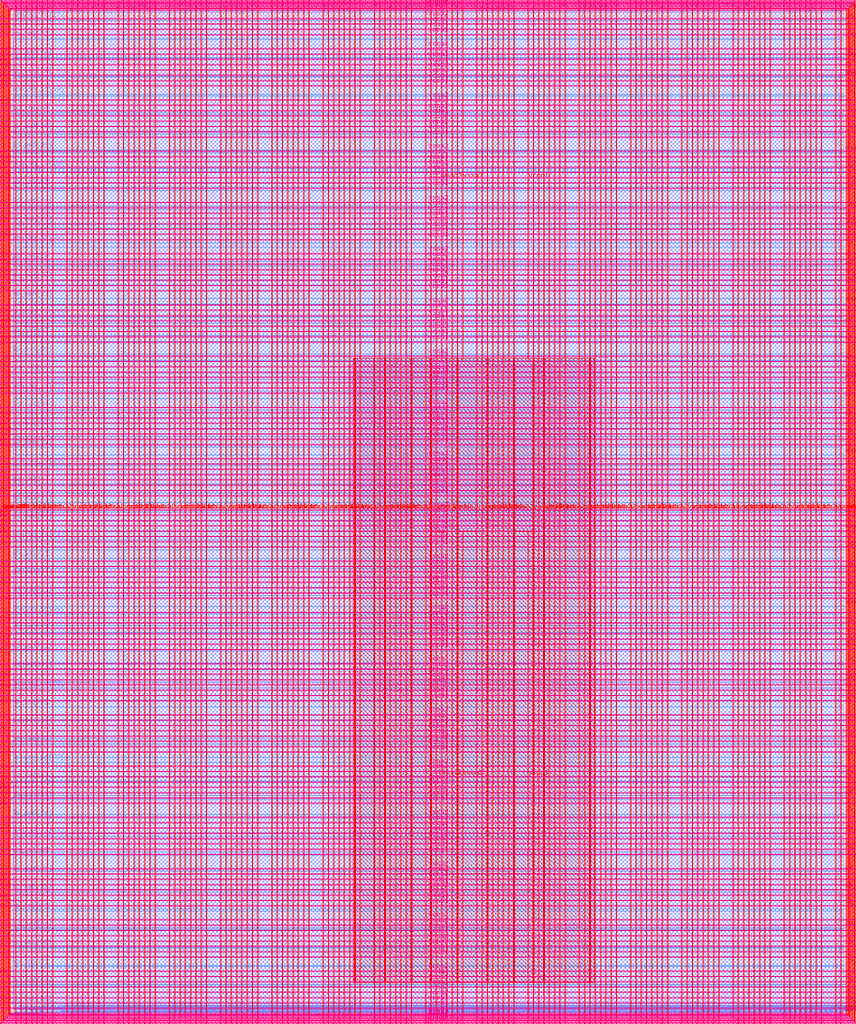
<source format=lef>
VERSION 5.7 ;
  NOWIREEXTENSIONATPIN ON ;
  DIVIDERCHAR "/" ;
  BUSBITCHARS "[]" ;
MACRO user_project_wrapper
  CLASS BLOCK ;
  FOREIGN user_project_wrapper ;
  ORIGIN 0.000 0.000 ;
  SIZE 2920.000 BY 3520.000 ;
  PIN analog_io[0]
    DIRECTION INOUT ;
    USE SIGNAL ;
    PORT
      LAYER met3 ;
        RECT 2917.600 1426.380 2924.800 1427.580 ;
    END
  END analog_io[0]
  PIN analog_io[10]
    DIRECTION INOUT ;
    USE SIGNAL ;
    PORT
      LAYER met2 ;
        RECT 2230.490 3517.600 2231.050 3524.800 ;
    END
  END analog_io[10]
  PIN analog_io[11]
    DIRECTION INOUT ;
    USE SIGNAL ;
    PORT
      LAYER met2 ;
        RECT 1905.730 3517.600 1906.290 3524.800 ;
    END
  END analog_io[11]
  PIN analog_io[12]
    DIRECTION INOUT ;
    USE SIGNAL ;
    PORT
      LAYER met2 ;
        RECT 1581.430 3517.600 1581.990 3524.800 ;
    END
  END analog_io[12]
  PIN analog_io[13]
    DIRECTION INOUT ;
    USE SIGNAL ;
    PORT
      LAYER met2 ;
        RECT 1257.130 3517.600 1257.690 3524.800 ;
    END
  END analog_io[13]
  PIN analog_io[14]
    DIRECTION INOUT ;
    USE SIGNAL ;
    PORT
      LAYER met2 ;
        RECT 932.370 3517.600 932.930 3524.800 ;
    END
  END analog_io[14]
  PIN analog_io[15]
    DIRECTION INOUT ;
    USE SIGNAL ;
    PORT
      LAYER met2 ;
        RECT 608.070 3517.600 608.630 3524.800 ;
    END
  END analog_io[15]
  PIN analog_io[16]
    DIRECTION INOUT ;
    USE SIGNAL ;
    PORT
      LAYER met2 ;
        RECT 283.770 3517.600 284.330 3524.800 ;
    END
  END analog_io[16]
  PIN analog_io[17]
    DIRECTION INOUT ;
    USE SIGNAL ;
    PORT
      LAYER met3 ;
        RECT -4.800 3486.100 2.400 3487.300 ;
    END
  END analog_io[17]
  PIN analog_io[18]
    DIRECTION INOUT ;
    USE SIGNAL ;
    PORT
      LAYER met3 ;
        RECT -4.800 3224.980 2.400 3226.180 ;
    END
  END analog_io[18]
  PIN analog_io[19]
    DIRECTION INOUT ;
    USE SIGNAL ;
    PORT
      LAYER met3 ;
        RECT -4.800 2964.540 2.400 2965.740 ;
    END
  END analog_io[19]
  PIN analog_io[1]
    DIRECTION INOUT ;
    USE SIGNAL ;
    PORT
      LAYER met3 ;
        RECT 2917.600 1692.260 2924.800 1693.460 ;
    END
  END analog_io[1]
  PIN analog_io[20]
    DIRECTION INOUT ;
    USE SIGNAL ;
    PORT
      LAYER met3 ;
        RECT -4.800 2703.420 2.400 2704.620 ;
    END
  END analog_io[20]
  PIN analog_io[21]
    DIRECTION INOUT ;
    USE SIGNAL ;
    PORT
      LAYER met3 ;
        RECT -4.800 2442.980 2.400 2444.180 ;
    END
  END analog_io[21]
  PIN analog_io[22]
    DIRECTION INOUT ;
    USE SIGNAL ;
    PORT
      LAYER met3 ;
        RECT -4.800 2182.540 2.400 2183.740 ;
    END
  END analog_io[22]
  PIN analog_io[23]
    DIRECTION INOUT ;
    USE SIGNAL ;
    PORT
      LAYER met3 ;
        RECT -4.800 1921.420 2.400 1922.620 ;
    END
  END analog_io[23]
  PIN analog_io[24]
    DIRECTION INOUT ;
    USE SIGNAL ;
    PORT
      LAYER met3 ;
        RECT -4.800 1660.980 2.400 1662.180 ;
    END
  END analog_io[24]
  PIN analog_io[25]
    DIRECTION INOUT ;
    USE SIGNAL ;
    PORT
      LAYER met3 ;
        RECT -4.800 1399.860 2.400 1401.060 ;
    END
  END analog_io[25]
  PIN analog_io[26]
    DIRECTION INOUT ;
    USE SIGNAL ;
    PORT
      LAYER met3 ;
        RECT -4.800 1139.420 2.400 1140.620 ;
    END
  END analog_io[26]
  PIN analog_io[27]
    DIRECTION INOUT ;
    USE SIGNAL ;
    PORT
      LAYER met3 ;
        RECT -4.800 878.980 2.400 880.180 ;
    END
  END analog_io[27]
  PIN analog_io[28]
    DIRECTION INOUT ;
    USE SIGNAL ;
    PORT
      LAYER met3 ;
        RECT -4.800 617.860 2.400 619.060 ;
    END
  END analog_io[28]
  PIN analog_io[2]
    DIRECTION INOUT ;
    USE SIGNAL ;
    PORT
      LAYER met3 ;
        RECT 2917.600 1958.140 2924.800 1959.340 ;
    END
  END analog_io[2]
  PIN analog_io[3]
    DIRECTION INOUT ;
    USE SIGNAL ;
    PORT
      LAYER met3 ;
        RECT 2917.600 2223.340 2924.800 2224.540 ;
    END
  END analog_io[3]
  PIN analog_io[4]
    DIRECTION INOUT ;
    USE SIGNAL ;
    PORT
      LAYER met3 ;
        RECT 2917.600 2489.220 2924.800 2490.420 ;
    END
  END analog_io[4]
  PIN analog_io[5]
    DIRECTION INOUT ;
    USE SIGNAL ;
    PORT
      LAYER met3 ;
        RECT 2917.600 2755.100 2924.800 2756.300 ;
    END
  END analog_io[5]
  PIN analog_io[6]
    DIRECTION INOUT ;
    USE SIGNAL ;
    PORT
      LAYER met3 ;
        RECT 2917.600 3020.300 2924.800 3021.500 ;
    END
  END analog_io[6]
  PIN analog_io[7]
    DIRECTION INOUT ;
    USE SIGNAL ;
    PORT
      LAYER met3 ;
        RECT 2917.600 3286.180 2924.800 3287.380 ;
    END
  END analog_io[7]
  PIN analog_io[8]
    DIRECTION INOUT ;
    USE SIGNAL ;
    PORT
      LAYER met2 ;
        RECT 2879.090 3517.600 2879.650 3524.800 ;
    END
  END analog_io[8]
  PIN analog_io[9]
    DIRECTION INOUT ;
    USE SIGNAL ;
    PORT
      LAYER met2 ;
        RECT 2554.790 3517.600 2555.350 3524.800 ;
    END
  END analog_io[9]
  PIN io_in[0]
    DIRECTION INPUT ;
    USE SIGNAL ;
    PORT
      LAYER met3 ;
        RECT 2917.600 32.380 2924.800 33.580 ;
    END
  END io_in[0]
  PIN io_in[10]
    DIRECTION INPUT ;
    USE SIGNAL ;
    PORT
      LAYER met3 ;
        RECT 2917.600 2289.980 2924.800 2291.180 ;
    END
  END io_in[10]
  PIN io_in[11]
    DIRECTION INPUT ;
    USE SIGNAL ;
    PORT
      LAYER met3 ;
        RECT 2917.600 2555.860 2924.800 2557.060 ;
    END
  END io_in[11]
  PIN io_in[12]
    DIRECTION INPUT ;
    USE SIGNAL ;
    PORT
      LAYER met3 ;
        RECT 2917.600 2821.060 2924.800 2822.260 ;
    END
  END io_in[12]
  PIN io_in[13]
    DIRECTION INPUT ;
    USE SIGNAL ;
    PORT
      LAYER met3 ;
        RECT 2917.600 3086.940 2924.800 3088.140 ;
    END
  END io_in[13]
  PIN io_in[14]
    DIRECTION INPUT ;
    USE SIGNAL ;
    PORT
      LAYER met3 ;
        RECT 2917.600 3352.820 2924.800 3354.020 ;
    END
  END io_in[14]
  PIN io_in[15]
    DIRECTION INPUT ;
    USE SIGNAL ;
    PORT
      LAYER met2 ;
        RECT 2798.130 3517.600 2798.690 3524.800 ;
    END
  END io_in[15]
  PIN io_in[16]
    DIRECTION INPUT ;
    USE SIGNAL ;
    PORT
      LAYER met2 ;
        RECT 2473.830 3517.600 2474.390 3524.800 ;
    END
  END io_in[16]
  PIN io_in[17]
    DIRECTION INPUT ;
    USE SIGNAL ;
    PORT
      LAYER met2 ;
        RECT 2149.070 3517.600 2149.630 3524.800 ;
    END
  END io_in[17]
  PIN io_in[18]
    DIRECTION INPUT ;
    USE SIGNAL ;
    PORT
      LAYER met2 ;
        RECT 1824.770 3517.600 1825.330 3524.800 ;
    END
  END io_in[18]
  PIN io_in[19]
    DIRECTION INPUT ;
    USE SIGNAL ;
    PORT
      LAYER met2 ;
        RECT 1500.470 3517.600 1501.030 3524.800 ;
    END
  END io_in[19]
  PIN io_in[1]
    DIRECTION INPUT ;
    USE SIGNAL ;
    PORT
      LAYER met3 ;
        RECT 2917.600 230.940 2924.800 232.140 ;
    END
  END io_in[1]
  PIN io_in[20]
    DIRECTION INPUT ;
    USE SIGNAL ;
    PORT
      LAYER met2 ;
        RECT 1175.710 3517.600 1176.270 3524.800 ;
    END
  END io_in[20]
  PIN io_in[21]
    DIRECTION INPUT ;
    USE SIGNAL ;
    PORT
      LAYER met2 ;
        RECT 851.410 3517.600 851.970 3524.800 ;
    END
  END io_in[21]
  PIN io_in[22]
    DIRECTION INPUT ;
    USE SIGNAL ;
    PORT
      LAYER met2 ;
        RECT 527.110 3517.600 527.670 3524.800 ;
    END
  END io_in[22]
  PIN io_in[23]
    DIRECTION INPUT ;
    USE SIGNAL ;
    PORT
      LAYER met2 ;
        RECT 202.350 3517.600 202.910 3524.800 ;
    END
  END io_in[23]
  PIN io_in[24]
    DIRECTION INPUT ;
    USE SIGNAL ;
    PORT
      LAYER met3 ;
        RECT -4.800 3420.820 2.400 3422.020 ;
    END
  END io_in[24]
  PIN io_in[25]
    DIRECTION INPUT ;
    USE SIGNAL ;
    PORT
      LAYER met3 ;
        RECT -4.800 3159.700 2.400 3160.900 ;
    END
  END io_in[25]
  PIN io_in[26]
    DIRECTION INPUT ;
    USE SIGNAL ;
    PORT
      LAYER met3 ;
        RECT -4.800 2899.260 2.400 2900.460 ;
    END
  END io_in[26]
  PIN io_in[27]
    DIRECTION INPUT ;
    USE SIGNAL ;
    PORT
      LAYER met3 ;
        RECT -4.800 2638.820 2.400 2640.020 ;
    END
  END io_in[27]
  PIN io_in[28]
    DIRECTION INPUT ;
    USE SIGNAL ;
    PORT
      LAYER met3 ;
        RECT -4.800 2377.700 2.400 2378.900 ;
    END
  END io_in[28]
  PIN io_in[29]
    DIRECTION INPUT ;
    USE SIGNAL ;
    PORT
      LAYER met3 ;
        RECT -4.800 2117.260 2.400 2118.460 ;
    END
  END io_in[29]
  PIN io_in[2]
    DIRECTION INPUT ;
    USE SIGNAL ;
    PORT
      LAYER met3 ;
        RECT 2917.600 430.180 2924.800 431.380 ;
    END
  END io_in[2]
  PIN io_in[30]
    DIRECTION INPUT ;
    USE SIGNAL ;
    PORT
      LAYER met3 ;
        RECT -4.800 1856.140 2.400 1857.340 ;
    END
  END io_in[30]
  PIN io_in[31]
    DIRECTION INPUT ;
    USE SIGNAL ;
    PORT
      LAYER met3 ;
        RECT -4.800 1595.700 2.400 1596.900 ;
    END
  END io_in[31]
  PIN io_in[32]
    DIRECTION INPUT ;
    USE SIGNAL ;
    PORT
      LAYER met3 ;
        RECT -4.800 1335.260 2.400 1336.460 ;
    END
  END io_in[32]
  PIN io_in[33]
    DIRECTION INPUT ;
    USE SIGNAL ;
    PORT
      LAYER met3 ;
        RECT -4.800 1074.140 2.400 1075.340 ;
    END
  END io_in[33]
  PIN io_in[34]
    DIRECTION INPUT ;
    USE SIGNAL ;
    PORT
      LAYER met3 ;
        RECT -4.800 813.700 2.400 814.900 ;
    END
  END io_in[34]
  PIN io_in[35]
    DIRECTION INPUT ;
    USE SIGNAL ;
    PORT
      LAYER met3 ;
        RECT -4.800 552.580 2.400 553.780 ;
    END
  END io_in[35]
  PIN io_in[36]
    DIRECTION INPUT ;
    USE SIGNAL ;
    PORT
      LAYER met3 ;
        RECT -4.800 357.420 2.400 358.620 ;
    END
  END io_in[36]
  PIN io_in[37]
    DIRECTION INPUT ;
    USE SIGNAL ;
    PORT
      LAYER met3 ;
        RECT -4.800 161.580 2.400 162.780 ;
    END
  END io_in[37]
  PIN io_in[3]
    DIRECTION INPUT ;
    USE SIGNAL ;
    PORT
      LAYER met3 ;
        RECT 2917.600 629.420 2924.800 630.620 ;
    END
  END io_in[3]
  PIN io_in[4]
    DIRECTION INPUT ;
    USE SIGNAL ;
    PORT
      LAYER met3 ;
        RECT 2917.600 828.660 2924.800 829.860 ;
    END
  END io_in[4]
  PIN io_in[5]
    DIRECTION INPUT ;
    USE SIGNAL ;
    PORT
      LAYER met3 ;
        RECT 2917.600 1027.900 2924.800 1029.100 ;
    END
  END io_in[5]
  PIN io_in[6]
    DIRECTION INPUT ;
    USE SIGNAL ;
    PORT
      LAYER met3 ;
        RECT 2917.600 1227.140 2924.800 1228.340 ;
    END
  END io_in[6]
  PIN io_in[7]
    DIRECTION INPUT ;
    USE SIGNAL ;
    PORT
      LAYER met3 ;
        RECT 2917.600 1493.020 2924.800 1494.220 ;
    END
  END io_in[7]
  PIN io_in[8]
    DIRECTION INPUT ;
    USE SIGNAL ;
    PORT
      LAYER met3 ;
        RECT 2917.600 1758.900 2924.800 1760.100 ;
    END
  END io_in[8]
  PIN io_in[9]
    DIRECTION INPUT ;
    USE SIGNAL ;
    PORT
      LAYER met3 ;
        RECT 2917.600 2024.100 2924.800 2025.300 ;
    END
  END io_in[9]
  PIN io_oeb[0]
    DIRECTION OUTPUT TRISTATE ;
    USE SIGNAL ;
    PORT
      LAYER met3 ;
        RECT 2917.600 164.980 2924.800 166.180 ;
    END
  END io_oeb[0]
  PIN io_oeb[10]
    DIRECTION OUTPUT TRISTATE ;
    USE SIGNAL ;
    PORT
      LAYER met3 ;
        RECT 2917.600 2422.580 2924.800 2423.780 ;
    END
  END io_oeb[10]
  PIN io_oeb[11]
    DIRECTION OUTPUT TRISTATE ;
    USE SIGNAL ;
    PORT
      LAYER met3 ;
        RECT 2917.600 2688.460 2924.800 2689.660 ;
    END
  END io_oeb[11]
  PIN io_oeb[12]
    DIRECTION OUTPUT TRISTATE ;
    USE SIGNAL ;
    PORT
      LAYER met3 ;
        RECT 2917.600 2954.340 2924.800 2955.540 ;
    END
  END io_oeb[12]
  PIN io_oeb[13]
    DIRECTION OUTPUT TRISTATE ;
    USE SIGNAL ;
    PORT
      LAYER met3 ;
        RECT 2917.600 3219.540 2924.800 3220.740 ;
    END
  END io_oeb[13]
  PIN io_oeb[14]
    DIRECTION OUTPUT TRISTATE ;
    USE SIGNAL ;
    PORT
      LAYER met3 ;
        RECT 2917.600 3485.420 2924.800 3486.620 ;
    END
  END io_oeb[14]
  PIN io_oeb[15]
    DIRECTION OUTPUT TRISTATE ;
    USE SIGNAL ;
    PORT
      LAYER met2 ;
        RECT 2635.750 3517.600 2636.310 3524.800 ;
    END
  END io_oeb[15]
  PIN io_oeb[16]
    DIRECTION OUTPUT TRISTATE ;
    USE SIGNAL ;
    PORT
      LAYER met2 ;
        RECT 2311.450 3517.600 2312.010 3524.800 ;
    END
  END io_oeb[16]
  PIN io_oeb[17]
    DIRECTION OUTPUT TRISTATE ;
    USE SIGNAL ;
    PORT
      LAYER met2 ;
        RECT 1987.150 3517.600 1987.710 3524.800 ;
    END
  END io_oeb[17]
  PIN io_oeb[18]
    DIRECTION OUTPUT TRISTATE ;
    USE SIGNAL ;
    PORT
      LAYER met2 ;
        RECT 1662.390 3517.600 1662.950 3524.800 ;
    END
  END io_oeb[18]
  PIN io_oeb[19]
    DIRECTION OUTPUT TRISTATE ;
    USE SIGNAL ;
    PORT
      LAYER met2 ;
        RECT 1338.090 3517.600 1338.650 3524.800 ;
    END
  END io_oeb[19]
  PIN io_oeb[1]
    DIRECTION OUTPUT TRISTATE ;
    USE SIGNAL ;
    PORT
      LAYER met3 ;
        RECT 2917.600 364.220 2924.800 365.420 ;
    END
  END io_oeb[1]
  PIN io_oeb[20]
    DIRECTION OUTPUT TRISTATE ;
    USE SIGNAL ;
    PORT
      LAYER met2 ;
        RECT 1013.790 3517.600 1014.350 3524.800 ;
    END
  END io_oeb[20]
  PIN io_oeb[21]
    DIRECTION OUTPUT TRISTATE ;
    USE SIGNAL ;
    PORT
      LAYER met2 ;
        RECT 689.030 3517.600 689.590 3524.800 ;
    END
  END io_oeb[21]
  PIN io_oeb[22]
    DIRECTION OUTPUT TRISTATE ;
    USE SIGNAL ;
    PORT
      LAYER met2 ;
        RECT 364.730 3517.600 365.290 3524.800 ;
    END
  END io_oeb[22]
  PIN io_oeb[23]
    DIRECTION OUTPUT TRISTATE ;
    USE SIGNAL ;
    PORT
      LAYER met2 ;
        RECT 40.430 3517.600 40.990 3524.800 ;
    END
  END io_oeb[23]
  PIN io_oeb[24]
    DIRECTION OUTPUT TRISTATE ;
    USE SIGNAL ;
    PORT
      LAYER met3 ;
        RECT -4.800 3290.260 2.400 3291.460 ;
    END
  END io_oeb[24]
  PIN io_oeb[25]
    DIRECTION OUTPUT TRISTATE ;
    USE SIGNAL ;
    PORT
      LAYER met3 ;
        RECT -4.800 3029.820 2.400 3031.020 ;
    END
  END io_oeb[25]
  PIN io_oeb[26]
    DIRECTION OUTPUT TRISTATE ;
    USE SIGNAL ;
    PORT
      LAYER met3 ;
        RECT -4.800 2768.700 2.400 2769.900 ;
    END
  END io_oeb[26]
  PIN io_oeb[27]
    DIRECTION OUTPUT TRISTATE ;
    USE SIGNAL ;
    PORT
      LAYER met3 ;
        RECT -4.800 2508.260 2.400 2509.460 ;
    END
  END io_oeb[27]
  PIN io_oeb[28]
    DIRECTION OUTPUT TRISTATE ;
    USE SIGNAL ;
    PORT
      LAYER met3 ;
        RECT -4.800 2247.140 2.400 2248.340 ;
    END
  END io_oeb[28]
  PIN io_oeb[29]
    DIRECTION OUTPUT TRISTATE ;
    USE SIGNAL ;
    PORT
      LAYER met3 ;
        RECT -4.800 1986.700 2.400 1987.900 ;
    END
  END io_oeb[29]
  PIN io_oeb[2]
    DIRECTION OUTPUT TRISTATE ;
    USE SIGNAL ;
    PORT
      LAYER met3 ;
        RECT 2917.600 563.460 2924.800 564.660 ;
    END
  END io_oeb[2]
  PIN io_oeb[30]
    DIRECTION OUTPUT TRISTATE ;
    USE SIGNAL ;
    PORT
      LAYER met3 ;
        RECT -4.800 1726.260 2.400 1727.460 ;
    END
  END io_oeb[30]
  PIN io_oeb[31]
    DIRECTION OUTPUT TRISTATE ;
    USE SIGNAL ;
    PORT
      LAYER met3 ;
        RECT -4.800 1465.140 2.400 1466.340 ;
    END
  END io_oeb[31]
  PIN io_oeb[32]
    DIRECTION OUTPUT TRISTATE ;
    USE SIGNAL ;
    PORT
      LAYER met3 ;
        RECT -4.800 1204.700 2.400 1205.900 ;
    END
  END io_oeb[32]
  PIN io_oeb[33]
    DIRECTION OUTPUT TRISTATE ;
    USE SIGNAL ;
    PORT
      LAYER met3 ;
        RECT -4.800 943.580 2.400 944.780 ;
    END
  END io_oeb[33]
  PIN io_oeb[34]
    DIRECTION OUTPUT TRISTATE ;
    USE SIGNAL ;
    PORT
      LAYER met3 ;
        RECT -4.800 683.140 2.400 684.340 ;
    END
  END io_oeb[34]
  PIN io_oeb[35]
    DIRECTION OUTPUT TRISTATE ;
    USE SIGNAL ;
    PORT
      LAYER met3 ;
        RECT -4.800 422.700 2.400 423.900 ;
    END
  END io_oeb[35]
  PIN io_oeb[36]
    DIRECTION OUTPUT TRISTATE ;
    USE SIGNAL ;
    PORT
      LAYER met3 ;
        RECT -4.800 226.860 2.400 228.060 ;
    END
  END io_oeb[36]
  PIN io_oeb[37]
    DIRECTION OUTPUT TRISTATE ;
    USE SIGNAL ;
    PORT
      LAYER met3 ;
        RECT -4.800 31.700 2.400 32.900 ;
    END
  END io_oeb[37]
  PIN io_oeb[3]
    DIRECTION OUTPUT TRISTATE ;
    USE SIGNAL ;
    PORT
      LAYER met3 ;
        RECT 2917.600 762.700 2924.800 763.900 ;
    END
  END io_oeb[3]
  PIN io_oeb[4]
    DIRECTION OUTPUT TRISTATE ;
    USE SIGNAL ;
    PORT
      LAYER met3 ;
        RECT 2917.600 961.940 2924.800 963.140 ;
    END
  END io_oeb[4]
  PIN io_oeb[5]
    DIRECTION OUTPUT TRISTATE ;
    USE SIGNAL ;
    PORT
      LAYER met3 ;
        RECT 2917.600 1161.180 2924.800 1162.380 ;
    END
  END io_oeb[5]
  PIN io_oeb[6]
    DIRECTION OUTPUT TRISTATE ;
    USE SIGNAL ;
    PORT
      LAYER met3 ;
        RECT 2917.600 1360.420 2924.800 1361.620 ;
    END
  END io_oeb[6]
  PIN io_oeb[7]
    DIRECTION OUTPUT TRISTATE ;
    USE SIGNAL ;
    PORT
      LAYER met3 ;
        RECT 2917.600 1625.620 2924.800 1626.820 ;
    END
  END io_oeb[7]
  PIN io_oeb[8]
    DIRECTION OUTPUT TRISTATE ;
    USE SIGNAL ;
    PORT
      LAYER met3 ;
        RECT 2917.600 1891.500 2924.800 1892.700 ;
    END
  END io_oeb[8]
  PIN io_oeb[9]
    DIRECTION OUTPUT TRISTATE ;
    USE SIGNAL ;
    PORT
      LAYER met3 ;
        RECT 2917.600 2157.380 2924.800 2158.580 ;
    END
  END io_oeb[9]
  PIN io_out[0]
    DIRECTION OUTPUT TRISTATE ;
    USE SIGNAL ;
    PORT
      LAYER met3 ;
        RECT 2917.600 98.340 2924.800 99.540 ;
    END
  END io_out[0]
  PIN io_out[10]
    DIRECTION OUTPUT TRISTATE ;
    USE SIGNAL ;
    PORT
      LAYER met3 ;
        RECT 2917.600 2356.620 2924.800 2357.820 ;
    END
  END io_out[10]
  PIN io_out[11]
    DIRECTION OUTPUT TRISTATE ;
    USE SIGNAL ;
    PORT
      LAYER met3 ;
        RECT 2917.600 2621.820 2924.800 2623.020 ;
    END
  END io_out[11]
  PIN io_out[12]
    DIRECTION OUTPUT TRISTATE ;
    USE SIGNAL ;
    PORT
      LAYER met3 ;
        RECT 2917.600 2887.700 2924.800 2888.900 ;
    END
  END io_out[12]
  PIN io_out[13]
    DIRECTION OUTPUT TRISTATE ;
    USE SIGNAL ;
    PORT
      LAYER met3 ;
        RECT 2917.600 3153.580 2924.800 3154.780 ;
    END
  END io_out[13]
  PIN io_out[14]
    DIRECTION OUTPUT TRISTATE ;
    USE SIGNAL ;
    PORT
      LAYER met3 ;
        RECT 2917.600 3418.780 2924.800 3419.980 ;
    END
  END io_out[14]
  PIN io_out[15]
    DIRECTION OUTPUT TRISTATE ;
    USE SIGNAL ;
    PORT
      LAYER met2 ;
        RECT 2717.170 3517.600 2717.730 3524.800 ;
    END
  END io_out[15]
  PIN io_out[16]
    DIRECTION OUTPUT TRISTATE ;
    USE SIGNAL ;
    PORT
      LAYER met2 ;
        RECT 2392.410 3517.600 2392.970 3524.800 ;
    END
  END io_out[16]
  PIN io_out[17]
    DIRECTION OUTPUT TRISTATE ;
    USE SIGNAL ;
    PORT
      LAYER met2 ;
        RECT 2068.110 3517.600 2068.670 3524.800 ;
    END
  END io_out[17]
  PIN io_out[18]
    DIRECTION OUTPUT TRISTATE ;
    USE SIGNAL ;
    PORT
      LAYER met2 ;
        RECT 1743.810 3517.600 1744.370 3524.800 ;
    END
  END io_out[18]
  PIN io_out[19]
    DIRECTION OUTPUT TRISTATE ;
    USE SIGNAL ;
    PORT
      LAYER met2 ;
        RECT 1419.050 3517.600 1419.610 3524.800 ;
    END
  END io_out[19]
  PIN io_out[1]
    DIRECTION OUTPUT TRISTATE ;
    USE SIGNAL ;
    PORT
      LAYER met3 ;
        RECT 2917.600 297.580 2924.800 298.780 ;
    END
  END io_out[1]
  PIN io_out[20]
    DIRECTION OUTPUT TRISTATE ;
    USE SIGNAL ;
    PORT
      LAYER met2 ;
        RECT 1094.750 3517.600 1095.310 3524.800 ;
    END
  END io_out[20]
  PIN io_out[21]
    DIRECTION OUTPUT TRISTATE ;
    USE SIGNAL ;
    PORT
      LAYER met2 ;
        RECT 770.450 3517.600 771.010 3524.800 ;
    END
  END io_out[21]
  PIN io_out[22]
    DIRECTION OUTPUT TRISTATE ;
    USE SIGNAL ;
    PORT
      LAYER met2 ;
        RECT 445.690 3517.600 446.250 3524.800 ;
    END
  END io_out[22]
  PIN io_out[23]
    DIRECTION OUTPUT TRISTATE ;
    USE SIGNAL ;
    PORT
      LAYER met2 ;
        RECT 121.390 3517.600 121.950 3524.800 ;
    END
  END io_out[23]
  PIN io_out[24]
    DIRECTION OUTPUT TRISTATE ;
    USE SIGNAL ;
    PORT
      LAYER met3 ;
        RECT -4.800 3355.540 2.400 3356.740 ;
    END
  END io_out[24]
  PIN io_out[25]
    DIRECTION OUTPUT TRISTATE ;
    USE SIGNAL ;
    PORT
      LAYER met3 ;
        RECT -4.800 3095.100 2.400 3096.300 ;
    END
  END io_out[25]
  PIN io_out[26]
    DIRECTION OUTPUT TRISTATE ;
    USE SIGNAL ;
    PORT
      LAYER met3 ;
        RECT -4.800 2833.980 2.400 2835.180 ;
    END
  END io_out[26]
  PIN io_out[27]
    DIRECTION OUTPUT TRISTATE ;
    USE SIGNAL ;
    PORT
      LAYER met3 ;
        RECT -4.800 2573.540 2.400 2574.740 ;
    END
  END io_out[27]
  PIN io_out[28]
    DIRECTION OUTPUT TRISTATE ;
    USE SIGNAL ;
    PORT
      LAYER met3 ;
        RECT -4.800 2312.420 2.400 2313.620 ;
    END
  END io_out[28]
  PIN io_out[29]
    DIRECTION OUTPUT TRISTATE ;
    USE SIGNAL ;
    PORT
      LAYER met3 ;
        RECT -4.800 2051.980 2.400 2053.180 ;
    END
  END io_out[29]
  PIN io_out[2]
    DIRECTION OUTPUT TRISTATE ;
    USE SIGNAL ;
    PORT
      LAYER met3 ;
        RECT 2917.600 496.820 2924.800 498.020 ;
    END
  END io_out[2]
  PIN io_out[30]
    DIRECTION OUTPUT TRISTATE ;
    USE SIGNAL ;
    PORT
      LAYER met3 ;
        RECT -4.800 1791.540 2.400 1792.740 ;
    END
  END io_out[30]
  PIN io_out[31]
    DIRECTION OUTPUT TRISTATE ;
    USE SIGNAL ;
    PORT
      LAYER met3 ;
        RECT -4.800 1530.420 2.400 1531.620 ;
    END
  END io_out[31]
  PIN io_out[32]
    DIRECTION OUTPUT TRISTATE ;
    USE SIGNAL ;
    PORT
      LAYER met3 ;
        RECT -4.800 1269.980 2.400 1271.180 ;
    END
  END io_out[32]
  PIN io_out[33]
    DIRECTION OUTPUT TRISTATE ;
    USE SIGNAL ;
    PORT
      LAYER met3 ;
        RECT -4.800 1008.860 2.400 1010.060 ;
    END
  END io_out[33]
  PIN io_out[34]
    DIRECTION OUTPUT TRISTATE ;
    USE SIGNAL ;
    PORT
      LAYER met3 ;
        RECT -4.800 748.420 2.400 749.620 ;
    END
  END io_out[34]
  PIN io_out[35]
    DIRECTION OUTPUT TRISTATE ;
    USE SIGNAL ;
    PORT
      LAYER met3 ;
        RECT -4.800 487.300 2.400 488.500 ;
    END
  END io_out[35]
  PIN io_out[36]
    DIRECTION OUTPUT TRISTATE ;
    USE SIGNAL ;
    PORT
      LAYER met3 ;
        RECT -4.800 292.140 2.400 293.340 ;
    END
  END io_out[36]
  PIN io_out[37]
    DIRECTION OUTPUT TRISTATE ;
    USE SIGNAL ;
    PORT
      LAYER met3 ;
        RECT -4.800 96.300 2.400 97.500 ;
    END
  END io_out[37]
  PIN io_out[3]
    DIRECTION OUTPUT TRISTATE ;
    USE SIGNAL ;
    PORT
      LAYER met3 ;
        RECT 2917.600 696.060 2924.800 697.260 ;
    END
  END io_out[3]
  PIN io_out[4]
    DIRECTION OUTPUT TRISTATE ;
    USE SIGNAL ;
    PORT
      LAYER met3 ;
        RECT 2917.600 895.300 2924.800 896.500 ;
    END
  END io_out[4]
  PIN io_out[5]
    DIRECTION OUTPUT TRISTATE ;
    USE SIGNAL ;
    PORT
      LAYER met3 ;
        RECT 2917.600 1094.540 2924.800 1095.740 ;
    END
  END io_out[5]
  PIN io_out[6]
    DIRECTION OUTPUT TRISTATE ;
    USE SIGNAL ;
    PORT
      LAYER met3 ;
        RECT 2917.600 1293.780 2924.800 1294.980 ;
    END
  END io_out[6]
  PIN io_out[7]
    DIRECTION OUTPUT TRISTATE ;
    USE SIGNAL ;
    PORT
      LAYER met3 ;
        RECT 2917.600 1559.660 2924.800 1560.860 ;
    END
  END io_out[7]
  PIN io_out[8]
    DIRECTION OUTPUT TRISTATE ;
    USE SIGNAL ;
    PORT
      LAYER met3 ;
        RECT 2917.600 1824.860 2924.800 1826.060 ;
    END
  END io_out[8]
  PIN io_out[9]
    DIRECTION OUTPUT TRISTATE ;
    USE SIGNAL ;
    PORT
      LAYER met3 ;
        RECT 2917.600 2090.740 2924.800 2091.940 ;
    END
  END io_out[9]
  PIN la_data_in[0]
    DIRECTION INPUT ;
    USE SIGNAL ;
    PORT
      LAYER met2 ;
        RECT 629.230 -4.800 629.790 2.400 ;
    END
  END la_data_in[0]
  PIN la_data_in[100]
    DIRECTION INPUT ;
    USE SIGNAL ;
    PORT
      LAYER met2 ;
        RECT 2402.530 -4.800 2403.090 2.400 ;
    END
  END la_data_in[100]
  PIN la_data_in[101]
    DIRECTION INPUT ;
    USE SIGNAL ;
    PORT
      LAYER met2 ;
        RECT 2420.010 -4.800 2420.570 2.400 ;
    END
  END la_data_in[101]
  PIN la_data_in[102]
    DIRECTION INPUT ;
    USE SIGNAL ;
    PORT
      LAYER met2 ;
        RECT 2437.950 -4.800 2438.510 2.400 ;
    END
  END la_data_in[102]
  PIN la_data_in[103]
    DIRECTION INPUT ;
    USE SIGNAL ;
    PORT
      LAYER met2 ;
        RECT 2455.430 -4.800 2455.990 2.400 ;
    END
  END la_data_in[103]
  PIN la_data_in[104]
    DIRECTION INPUT ;
    USE SIGNAL ;
    PORT
      LAYER met2 ;
        RECT 2473.370 -4.800 2473.930 2.400 ;
    END
  END la_data_in[104]
  PIN la_data_in[105]
    DIRECTION INPUT ;
    USE SIGNAL ;
    PORT
      LAYER met2 ;
        RECT 2490.850 -4.800 2491.410 2.400 ;
    END
  END la_data_in[105]
  PIN la_data_in[106]
    DIRECTION INPUT ;
    USE SIGNAL ;
    PORT
      LAYER met2 ;
        RECT 2508.790 -4.800 2509.350 2.400 ;
    END
  END la_data_in[106]
  PIN la_data_in[107]
    DIRECTION INPUT ;
    USE SIGNAL ;
    PORT
      LAYER met2 ;
        RECT 2526.730 -4.800 2527.290 2.400 ;
    END
  END la_data_in[107]
  PIN la_data_in[108]
    DIRECTION INPUT ;
    USE SIGNAL ;
    PORT
      LAYER met2 ;
        RECT 2544.210 -4.800 2544.770 2.400 ;
    END
  END la_data_in[108]
  PIN la_data_in[109]
    DIRECTION INPUT ;
    USE SIGNAL ;
    PORT
      LAYER met2 ;
        RECT 2562.150 -4.800 2562.710 2.400 ;
    END
  END la_data_in[109]
  PIN la_data_in[10]
    DIRECTION INPUT ;
    USE SIGNAL ;
    PORT
      LAYER met2 ;
        RECT 806.330 -4.800 806.890 2.400 ;
    END
  END la_data_in[10]
  PIN la_data_in[110]
    DIRECTION INPUT ;
    USE SIGNAL ;
    PORT
      LAYER met2 ;
        RECT 2579.630 -4.800 2580.190 2.400 ;
    END
  END la_data_in[110]
  PIN la_data_in[111]
    DIRECTION INPUT ;
    USE SIGNAL ;
    PORT
      LAYER met2 ;
        RECT 2597.570 -4.800 2598.130 2.400 ;
    END
  END la_data_in[111]
  PIN la_data_in[112]
    DIRECTION INPUT ;
    USE SIGNAL ;
    PORT
      LAYER met2 ;
        RECT 2615.050 -4.800 2615.610 2.400 ;
    END
  END la_data_in[112]
  PIN la_data_in[113]
    DIRECTION INPUT ;
    USE SIGNAL ;
    PORT
      LAYER met2 ;
        RECT 2632.990 -4.800 2633.550 2.400 ;
    END
  END la_data_in[113]
  PIN la_data_in[114]
    DIRECTION INPUT ;
    USE SIGNAL ;
    PORT
      LAYER met2 ;
        RECT 2650.470 -4.800 2651.030 2.400 ;
    END
  END la_data_in[114]
  PIN la_data_in[115]
    DIRECTION INPUT ;
    USE SIGNAL ;
    PORT
      LAYER met2 ;
        RECT 2668.410 -4.800 2668.970 2.400 ;
    END
  END la_data_in[115]
  PIN la_data_in[116]
    DIRECTION INPUT ;
    USE SIGNAL ;
    PORT
      LAYER met2 ;
        RECT 2685.890 -4.800 2686.450 2.400 ;
    END
  END la_data_in[116]
  PIN la_data_in[117]
    DIRECTION INPUT ;
    USE SIGNAL ;
    PORT
      LAYER met2 ;
        RECT 2703.830 -4.800 2704.390 2.400 ;
    END
  END la_data_in[117]
  PIN la_data_in[118]
    DIRECTION INPUT ;
    USE SIGNAL ;
    PORT
      LAYER met2 ;
        RECT 2721.770 -4.800 2722.330 2.400 ;
    END
  END la_data_in[118]
  PIN la_data_in[119]
    DIRECTION INPUT ;
    USE SIGNAL ;
    PORT
      LAYER met2 ;
        RECT 2739.250 -4.800 2739.810 2.400 ;
    END
  END la_data_in[119]
  PIN la_data_in[11]
    DIRECTION INPUT ;
    USE SIGNAL ;
    PORT
      LAYER met2 ;
        RECT 824.270 -4.800 824.830 2.400 ;
    END
  END la_data_in[11]
  PIN la_data_in[120]
    DIRECTION INPUT ;
    USE SIGNAL ;
    PORT
      LAYER met2 ;
        RECT 2757.190 -4.800 2757.750 2.400 ;
    END
  END la_data_in[120]
  PIN la_data_in[121]
    DIRECTION INPUT ;
    USE SIGNAL ;
    PORT
      LAYER met2 ;
        RECT 2774.670 -4.800 2775.230 2.400 ;
    END
  END la_data_in[121]
  PIN la_data_in[122]
    DIRECTION INPUT ;
    USE SIGNAL ;
    PORT
      LAYER met2 ;
        RECT 2792.610 -4.800 2793.170 2.400 ;
    END
  END la_data_in[122]
  PIN la_data_in[123]
    DIRECTION INPUT ;
    USE SIGNAL ;
    PORT
      LAYER met2 ;
        RECT 2810.090 -4.800 2810.650 2.400 ;
    END
  END la_data_in[123]
  PIN la_data_in[124]
    DIRECTION INPUT ;
    USE SIGNAL ;
    PORT
      LAYER met2 ;
        RECT 2828.030 -4.800 2828.590 2.400 ;
    END
  END la_data_in[124]
  PIN la_data_in[125]
    DIRECTION INPUT ;
    USE SIGNAL ;
    PORT
      LAYER met2 ;
        RECT 2845.510 -4.800 2846.070 2.400 ;
    END
  END la_data_in[125]
  PIN la_data_in[126]
    DIRECTION INPUT ;
    USE SIGNAL ;
    PORT
      LAYER met2 ;
        RECT 2863.450 -4.800 2864.010 2.400 ;
    END
  END la_data_in[126]
  PIN la_data_in[127]
    DIRECTION INPUT ;
    USE SIGNAL ;
    PORT
      LAYER met2 ;
        RECT 2881.390 -4.800 2881.950 2.400 ;
    END
  END la_data_in[127]
  PIN la_data_in[12]
    DIRECTION INPUT ;
    USE SIGNAL ;
    PORT
      LAYER met2 ;
        RECT 841.750 -4.800 842.310 2.400 ;
    END
  END la_data_in[12]
  PIN la_data_in[13]
    DIRECTION INPUT ;
    USE SIGNAL ;
    PORT
      LAYER met2 ;
        RECT 859.690 -4.800 860.250 2.400 ;
    END
  END la_data_in[13]
  PIN la_data_in[14]
    DIRECTION INPUT ;
    USE SIGNAL ;
    PORT
      LAYER met2 ;
        RECT 877.170 -4.800 877.730 2.400 ;
    END
  END la_data_in[14]
  PIN la_data_in[15]
    DIRECTION INPUT ;
    USE SIGNAL ;
    PORT
      LAYER met2 ;
        RECT 895.110 -4.800 895.670 2.400 ;
    END
  END la_data_in[15]
  PIN la_data_in[16]
    DIRECTION INPUT ;
    USE SIGNAL ;
    PORT
      LAYER met2 ;
        RECT 912.590 -4.800 913.150 2.400 ;
    END
  END la_data_in[16]
  PIN la_data_in[17]
    DIRECTION INPUT ;
    USE SIGNAL ;
    PORT
      LAYER met2 ;
        RECT 930.530 -4.800 931.090 2.400 ;
    END
  END la_data_in[17]
  PIN la_data_in[18]
    DIRECTION INPUT ;
    USE SIGNAL ;
    PORT
      LAYER met2 ;
        RECT 948.470 -4.800 949.030 2.400 ;
    END
  END la_data_in[18]
  PIN la_data_in[19]
    DIRECTION INPUT ;
    USE SIGNAL ;
    PORT
      LAYER met2 ;
        RECT 965.950 -4.800 966.510 2.400 ;
    END
  END la_data_in[19]
  PIN la_data_in[1]
    DIRECTION INPUT ;
    USE SIGNAL ;
    PORT
      LAYER met2 ;
        RECT 646.710 -4.800 647.270 2.400 ;
    END
  END la_data_in[1]
  PIN la_data_in[20]
    DIRECTION INPUT ;
    USE SIGNAL ;
    PORT
      LAYER met2 ;
        RECT 983.890 -4.800 984.450 2.400 ;
    END
  END la_data_in[20]
  PIN la_data_in[21]
    DIRECTION INPUT ;
    USE SIGNAL ;
    PORT
      LAYER met2 ;
        RECT 1001.370 -4.800 1001.930 2.400 ;
    END
  END la_data_in[21]
  PIN la_data_in[22]
    DIRECTION INPUT ;
    USE SIGNAL ;
    PORT
      LAYER met2 ;
        RECT 1019.310 -4.800 1019.870 2.400 ;
    END
  END la_data_in[22]
  PIN la_data_in[23]
    DIRECTION INPUT ;
    USE SIGNAL ;
    PORT
      LAYER met2 ;
        RECT 1036.790 -4.800 1037.350 2.400 ;
    END
  END la_data_in[23]
  PIN la_data_in[24]
    DIRECTION INPUT ;
    USE SIGNAL ;
    PORT
      LAYER met2 ;
        RECT 1054.730 -4.800 1055.290 2.400 ;
    END
  END la_data_in[24]
  PIN la_data_in[25]
    DIRECTION INPUT ;
    USE SIGNAL ;
    PORT
      LAYER met2 ;
        RECT 1072.210 -4.800 1072.770 2.400 ;
    END
  END la_data_in[25]
  PIN la_data_in[26]
    DIRECTION INPUT ;
    USE SIGNAL ;
    PORT
      LAYER met2 ;
        RECT 1090.150 -4.800 1090.710 2.400 ;
    END
  END la_data_in[26]
  PIN la_data_in[27]
    DIRECTION INPUT ;
    USE SIGNAL ;
    PORT
      LAYER met2 ;
        RECT 1107.630 -4.800 1108.190 2.400 ;
    END
  END la_data_in[27]
  PIN la_data_in[28]
    DIRECTION INPUT ;
    USE SIGNAL ;
    PORT
      LAYER met2 ;
        RECT 1125.570 -4.800 1126.130 2.400 ;
    END
  END la_data_in[28]
  PIN la_data_in[29]
    DIRECTION INPUT ;
    USE SIGNAL ;
    PORT
      LAYER met2 ;
        RECT 1143.510 -4.800 1144.070 2.400 ;
    END
  END la_data_in[29]
  PIN la_data_in[2]
    DIRECTION INPUT ;
    USE SIGNAL ;
    PORT
      LAYER met2 ;
        RECT 664.650 -4.800 665.210 2.400 ;
    END
  END la_data_in[2]
  PIN la_data_in[30]
    DIRECTION INPUT ;
    USE SIGNAL ;
    PORT
      LAYER met2 ;
        RECT 1160.990 -4.800 1161.550 2.400 ;
    END
  END la_data_in[30]
  PIN la_data_in[31]
    DIRECTION INPUT ;
    USE SIGNAL ;
    PORT
      LAYER met2 ;
        RECT 1178.930 -4.800 1179.490 2.400 ;
    END
  END la_data_in[31]
  PIN la_data_in[32]
    DIRECTION INPUT ;
    USE SIGNAL ;
    PORT
      LAYER met2 ;
        RECT 1196.410 -4.800 1196.970 2.400 ;
    END
  END la_data_in[32]
  PIN la_data_in[33]
    DIRECTION INPUT ;
    USE SIGNAL ;
    PORT
      LAYER met2 ;
        RECT 1214.350 -4.800 1214.910 2.400 ;
    END
  END la_data_in[33]
  PIN la_data_in[34]
    DIRECTION INPUT ;
    USE SIGNAL ;
    PORT
      LAYER met2 ;
        RECT 1231.830 -4.800 1232.390 2.400 ;
    END
  END la_data_in[34]
  PIN la_data_in[35]
    DIRECTION INPUT ;
    USE SIGNAL ;
    PORT
      LAYER met2 ;
        RECT 1249.770 -4.800 1250.330 2.400 ;
    END
  END la_data_in[35]
  PIN la_data_in[36]
    DIRECTION INPUT ;
    USE SIGNAL ;
    PORT
      LAYER met2 ;
        RECT 1267.250 -4.800 1267.810 2.400 ;
    END
  END la_data_in[36]
  PIN la_data_in[37]
    DIRECTION INPUT ;
    USE SIGNAL ;
    PORT
      LAYER met2 ;
        RECT 1285.190 -4.800 1285.750 2.400 ;
    END
  END la_data_in[37]
  PIN la_data_in[38]
    DIRECTION INPUT ;
    USE SIGNAL ;
    PORT
      LAYER met2 ;
        RECT 1303.130 -4.800 1303.690 2.400 ;
    END
  END la_data_in[38]
  PIN la_data_in[39]
    DIRECTION INPUT ;
    USE SIGNAL ;
    PORT
      LAYER met2 ;
        RECT 1320.610 -4.800 1321.170 2.400 ;
    END
  END la_data_in[39]
  PIN la_data_in[3]
    DIRECTION INPUT ;
    USE SIGNAL ;
    PORT
      LAYER met2 ;
        RECT 682.130 -4.800 682.690 2.400 ;
    END
  END la_data_in[3]
  PIN la_data_in[40]
    DIRECTION INPUT ;
    USE SIGNAL ;
    PORT
      LAYER met2 ;
        RECT 1338.550 -4.800 1339.110 2.400 ;
    END
  END la_data_in[40]
  PIN la_data_in[41]
    DIRECTION INPUT ;
    USE SIGNAL ;
    PORT
      LAYER met2 ;
        RECT 1356.030 -4.800 1356.590 2.400 ;
    END
  END la_data_in[41]
  PIN la_data_in[42]
    DIRECTION INPUT ;
    USE SIGNAL ;
    PORT
      LAYER met2 ;
        RECT 1373.970 -4.800 1374.530 2.400 ;
    END
  END la_data_in[42]
  PIN la_data_in[43]
    DIRECTION INPUT ;
    USE SIGNAL ;
    PORT
      LAYER met2 ;
        RECT 1391.450 -4.800 1392.010 2.400 ;
    END
  END la_data_in[43]
  PIN la_data_in[44]
    DIRECTION INPUT ;
    USE SIGNAL ;
    PORT
      LAYER met2 ;
        RECT 1409.390 -4.800 1409.950 2.400 ;
    END
  END la_data_in[44]
  PIN la_data_in[45]
    DIRECTION INPUT ;
    USE SIGNAL ;
    PORT
      LAYER met2 ;
        RECT 1426.870 -4.800 1427.430 2.400 ;
    END
  END la_data_in[45]
  PIN la_data_in[46]
    DIRECTION INPUT ;
    USE SIGNAL ;
    PORT
      LAYER met2 ;
        RECT 1444.810 -4.800 1445.370 2.400 ;
    END
  END la_data_in[46]
  PIN la_data_in[47]
    DIRECTION INPUT ;
    USE SIGNAL ;
    PORT
      LAYER met2 ;
        RECT 1462.750 -4.800 1463.310 2.400 ;
    END
  END la_data_in[47]
  PIN la_data_in[48]
    DIRECTION INPUT ;
    USE SIGNAL ;
    PORT
      LAYER met2 ;
        RECT 1480.230 -4.800 1480.790 2.400 ;
    END
  END la_data_in[48]
  PIN la_data_in[49]
    DIRECTION INPUT ;
    USE SIGNAL ;
    PORT
      LAYER met2 ;
        RECT 1498.170 -4.800 1498.730 2.400 ;
    END
  END la_data_in[49]
  PIN la_data_in[4]
    DIRECTION INPUT ;
    USE SIGNAL ;
    PORT
      LAYER met2 ;
        RECT 700.070 -4.800 700.630 2.400 ;
    END
  END la_data_in[4]
  PIN la_data_in[50]
    DIRECTION INPUT ;
    USE SIGNAL ;
    PORT
      LAYER met2 ;
        RECT 1515.650 -4.800 1516.210 2.400 ;
    END
  END la_data_in[50]
  PIN la_data_in[51]
    DIRECTION INPUT ;
    USE SIGNAL ;
    PORT
      LAYER met2 ;
        RECT 1533.590 -4.800 1534.150 2.400 ;
    END
  END la_data_in[51]
  PIN la_data_in[52]
    DIRECTION INPUT ;
    USE SIGNAL ;
    PORT
      LAYER met2 ;
        RECT 1551.070 -4.800 1551.630 2.400 ;
    END
  END la_data_in[52]
  PIN la_data_in[53]
    DIRECTION INPUT ;
    USE SIGNAL ;
    PORT
      LAYER met2 ;
        RECT 1569.010 -4.800 1569.570 2.400 ;
    END
  END la_data_in[53]
  PIN la_data_in[54]
    DIRECTION INPUT ;
    USE SIGNAL ;
    PORT
      LAYER met2 ;
        RECT 1586.490 -4.800 1587.050 2.400 ;
    END
  END la_data_in[54]
  PIN la_data_in[55]
    DIRECTION INPUT ;
    USE SIGNAL ;
    PORT
      LAYER met2 ;
        RECT 1604.430 -4.800 1604.990 2.400 ;
    END
  END la_data_in[55]
  PIN la_data_in[56]
    DIRECTION INPUT ;
    USE SIGNAL ;
    PORT
      LAYER met2 ;
        RECT 1621.910 -4.800 1622.470 2.400 ;
    END
  END la_data_in[56]
  PIN la_data_in[57]
    DIRECTION INPUT ;
    USE SIGNAL ;
    PORT
      LAYER met2 ;
        RECT 1639.850 -4.800 1640.410 2.400 ;
    END
  END la_data_in[57]
  PIN la_data_in[58]
    DIRECTION INPUT ;
    USE SIGNAL ;
    PORT
      LAYER met2 ;
        RECT 1657.790 -4.800 1658.350 2.400 ;
    END
  END la_data_in[58]
  PIN la_data_in[59]
    DIRECTION INPUT ;
    USE SIGNAL ;
    PORT
      LAYER met2 ;
        RECT 1675.270 -4.800 1675.830 2.400 ;
    END
  END la_data_in[59]
  PIN la_data_in[5]
    DIRECTION INPUT ;
    USE SIGNAL ;
    PORT
      LAYER met2 ;
        RECT 717.550 -4.800 718.110 2.400 ;
    END
  END la_data_in[5]
  PIN la_data_in[60]
    DIRECTION INPUT ;
    USE SIGNAL ;
    PORT
      LAYER met2 ;
        RECT 1693.210 -4.800 1693.770 2.400 ;
    END
  END la_data_in[60]
  PIN la_data_in[61]
    DIRECTION INPUT ;
    USE SIGNAL ;
    PORT
      LAYER met2 ;
        RECT 1710.690 -4.800 1711.250 2.400 ;
    END
  END la_data_in[61]
  PIN la_data_in[62]
    DIRECTION INPUT ;
    USE SIGNAL ;
    PORT
      LAYER met2 ;
        RECT 1728.630 -4.800 1729.190 2.400 ;
    END
  END la_data_in[62]
  PIN la_data_in[63]
    DIRECTION INPUT ;
    USE SIGNAL ;
    PORT
      LAYER met2 ;
        RECT 1746.110 -4.800 1746.670 2.400 ;
    END
  END la_data_in[63]
  PIN la_data_in[64]
    DIRECTION INPUT ;
    USE SIGNAL ;
    PORT
      LAYER met2 ;
        RECT 1764.050 -4.800 1764.610 2.400 ;
    END
  END la_data_in[64]
  PIN la_data_in[65]
    DIRECTION INPUT ;
    USE SIGNAL ;
    PORT
      LAYER met2 ;
        RECT 1781.530 -4.800 1782.090 2.400 ;
    END
  END la_data_in[65]
  PIN la_data_in[66]
    DIRECTION INPUT ;
    USE SIGNAL ;
    PORT
      LAYER met2 ;
        RECT 1799.470 -4.800 1800.030 2.400 ;
    END
  END la_data_in[66]
  PIN la_data_in[67]
    DIRECTION INPUT ;
    USE SIGNAL ;
    PORT
      LAYER met2 ;
        RECT 1817.410 -4.800 1817.970 2.400 ;
    END
  END la_data_in[67]
  PIN la_data_in[68]
    DIRECTION INPUT ;
    USE SIGNAL ;
    PORT
      LAYER met2 ;
        RECT 1834.890 -4.800 1835.450 2.400 ;
    END
  END la_data_in[68]
  PIN la_data_in[69]
    DIRECTION INPUT ;
    USE SIGNAL ;
    PORT
      LAYER met2 ;
        RECT 1852.830 -4.800 1853.390 2.400 ;
    END
  END la_data_in[69]
  PIN la_data_in[6]
    DIRECTION INPUT ;
    USE SIGNAL ;
    PORT
      LAYER met2 ;
        RECT 735.490 -4.800 736.050 2.400 ;
    END
  END la_data_in[6]
  PIN la_data_in[70]
    DIRECTION INPUT ;
    USE SIGNAL ;
    PORT
      LAYER met2 ;
        RECT 1870.310 -4.800 1870.870 2.400 ;
    END
  END la_data_in[70]
  PIN la_data_in[71]
    DIRECTION INPUT ;
    USE SIGNAL ;
    PORT
      LAYER met2 ;
        RECT 1888.250 -4.800 1888.810 2.400 ;
    END
  END la_data_in[71]
  PIN la_data_in[72]
    DIRECTION INPUT ;
    USE SIGNAL ;
    PORT
      LAYER met2 ;
        RECT 1905.730 -4.800 1906.290 2.400 ;
    END
  END la_data_in[72]
  PIN la_data_in[73]
    DIRECTION INPUT ;
    USE SIGNAL ;
    PORT
      LAYER met2 ;
        RECT 1923.670 -4.800 1924.230 2.400 ;
    END
  END la_data_in[73]
  PIN la_data_in[74]
    DIRECTION INPUT ;
    USE SIGNAL ;
    PORT
      LAYER met2 ;
        RECT 1941.150 -4.800 1941.710 2.400 ;
    END
  END la_data_in[74]
  PIN la_data_in[75]
    DIRECTION INPUT ;
    USE SIGNAL ;
    PORT
      LAYER met2 ;
        RECT 1959.090 -4.800 1959.650 2.400 ;
    END
  END la_data_in[75]
  PIN la_data_in[76]
    DIRECTION INPUT ;
    USE SIGNAL ;
    PORT
      LAYER met2 ;
        RECT 1976.570 -4.800 1977.130 2.400 ;
    END
  END la_data_in[76]
  PIN la_data_in[77]
    DIRECTION INPUT ;
    USE SIGNAL ;
    PORT
      LAYER met2 ;
        RECT 1994.510 -4.800 1995.070 2.400 ;
    END
  END la_data_in[77]
  PIN la_data_in[78]
    DIRECTION INPUT ;
    USE SIGNAL ;
    PORT
      LAYER met2 ;
        RECT 2012.450 -4.800 2013.010 2.400 ;
    END
  END la_data_in[78]
  PIN la_data_in[79]
    DIRECTION INPUT ;
    USE SIGNAL ;
    PORT
      LAYER met2 ;
        RECT 2029.930 -4.800 2030.490 2.400 ;
    END
  END la_data_in[79]
  PIN la_data_in[7]
    DIRECTION INPUT ;
    USE SIGNAL ;
    PORT
      LAYER met2 ;
        RECT 752.970 -4.800 753.530 2.400 ;
    END
  END la_data_in[7]
  PIN la_data_in[80]
    DIRECTION INPUT ;
    USE SIGNAL ;
    PORT
      LAYER met2 ;
        RECT 2047.870 -4.800 2048.430 2.400 ;
    END
  END la_data_in[80]
  PIN la_data_in[81]
    DIRECTION INPUT ;
    USE SIGNAL ;
    PORT
      LAYER met2 ;
        RECT 2065.350 -4.800 2065.910 2.400 ;
    END
  END la_data_in[81]
  PIN la_data_in[82]
    DIRECTION INPUT ;
    USE SIGNAL ;
    PORT
      LAYER met2 ;
        RECT 2083.290 -4.800 2083.850 2.400 ;
    END
  END la_data_in[82]
  PIN la_data_in[83]
    DIRECTION INPUT ;
    USE SIGNAL ;
    PORT
      LAYER met2 ;
        RECT 2100.770 -4.800 2101.330 2.400 ;
    END
  END la_data_in[83]
  PIN la_data_in[84]
    DIRECTION INPUT ;
    USE SIGNAL ;
    PORT
      LAYER met2 ;
        RECT 2118.710 -4.800 2119.270 2.400 ;
    END
  END la_data_in[84]
  PIN la_data_in[85]
    DIRECTION INPUT ;
    USE SIGNAL ;
    PORT
      LAYER met2 ;
        RECT 2136.190 -4.800 2136.750 2.400 ;
    END
  END la_data_in[85]
  PIN la_data_in[86]
    DIRECTION INPUT ;
    USE SIGNAL ;
    PORT
      LAYER met2 ;
        RECT 2154.130 -4.800 2154.690 2.400 ;
    END
  END la_data_in[86]
  PIN la_data_in[87]
    DIRECTION INPUT ;
    USE SIGNAL ;
    PORT
      LAYER met2 ;
        RECT 2172.070 -4.800 2172.630 2.400 ;
    END
  END la_data_in[87]
  PIN la_data_in[88]
    DIRECTION INPUT ;
    USE SIGNAL ;
    PORT
      LAYER met2 ;
        RECT 2189.550 -4.800 2190.110 2.400 ;
    END
  END la_data_in[88]
  PIN la_data_in[89]
    DIRECTION INPUT ;
    USE SIGNAL ;
    PORT
      LAYER met2 ;
        RECT 2207.490 -4.800 2208.050 2.400 ;
    END
  END la_data_in[89]
  PIN la_data_in[8]
    DIRECTION INPUT ;
    USE SIGNAL ;
    PORT
      LAYER met2 ;
        RECT 770.910 -4.800 771.470 2.400 ;
    END
  END la_data_in[8]
  PIN la_data_in[90]
    DIRECTION INPUT ;
    USE SIGNAL ;
    PORT
      LAYER met2 ;
        RECT 2224.970 -4.800 2225.530 2.400 ;
    END
  END la_data_in[90]
  PIN la_data_in[91]
    DIRECTION INPUT ;
    USE SIGNAL ;
    PORT
      LAYER met2 ;
        RECT 2242.910 -4.800 2243.470 2.400 ;
    END
  END la_data_in[91]
  PIN la_data_in[92]
    DIRECTION INPUT ;
    USE SIGNAL ;
    PORT
      LAYER met2 ;
        RECT 2260.390 -4.800 2260.950 2.400 ;
    END
  END la_data_in[92]
  PIN la_data_in[93]
    DIRECTION INPUT ;
    USE SIGNAL ;
    PORT
      LAYER met2 ;
        RECT 2278.330 -4.800 2278.890 2.400 ;
    END
  END la_data_in[93]
  PIN la_data_in[94]
    DIRECTION INPUT ;
    USE SIGNAL ;
    PORT
      LAYER met2 ;
        RECT 2295.810 -4.800 2296.370 2.400 ;
    END
  END la_data_in[94]
  PIN la_data_in[95]
    DIRECTION INPUT ;
    USE SIGNAL ;
    PORT
      LAYER met2 ;
        RECT 2313.750 -4.800 2314.310 2.400 ;
    END
  END la_data_in[95]
  PIN la_data_in[96]
    DIRECTION INPUT ;
    USE SIGNAL ;
    PORT
      LAYER met2 ;
        RECT 2331.230 -4.800 2331.790 2.400 ;
    END
  END la_data_in[96]
  PIN la_data_in[97]
    DIRECTION INPUT ;
    USE SIGNAL ;
    PORT
      LAYER met2 ;
        RECT 2349.170 -4.800 2349.730 2.400 ;
    END
  END la_data_in[97]
  PIN la_data_in[98]
    DIRECTION INPUT ;
    USE SIGNAL ;
    PORT
      LAYER met2 ;
        RECT 2367.110 -4.800 2367.670 2.400 ;
    END
  END la_data_in[98]
  PIN la_data_in[99]
    DIRECTION INPUT ;
    USE SIGNAL ;
    PORT
      LAYER met2 ;
        RECT 2384.590 -4.800 2385.150 2.400 ;
    END
  END la_data_in[99]
  PIN la_data_in[9]
    DIRECTION INPUT ;
    USE SIGNAL ;
    PORT
      LAYER met2 ;
        RECT 788.850 -4.800 789.410 2.400 ;
    END
  END la_data_in[9]
  PIN la_data_out[0]
    DIRECTION OUTPUT TRISTATE ;
    USE SIGNAL ;
    PORT
      LAYER met2 ;
        RECT 634.750 -4.800 635.310 2.400 ;
    END
  END la_data_out[0]
  PIN la_data_out[100]
    DIRECTION OUTPUT TRISTATE ;
    USE SIGNAL ;
    PORT
      LAYER met2 ;
        RECT 2408.510 -4.800 2409.070 2.400 ;
    END
  END la_data_out[100]
  PIN la_data_out[101]
    DIRECTION OUTPUT TRISTATE ;
    USE SIGNAL ;
    PORT
      LAYER met2 ;
        RECT 2425.990 -4.800 2426.550 2.400 ;
    END
  END la_data_out[101]
  PIN la_data_out[102]
    DIRECTION OUTPUT TRISTATE ;
    USE SIGNAL ;
    PORT
      LAYER met2 ;
        RECT 2443.930 -4.800 2444.490 2.400 ;
    END
  END la_data_out[102]
  PIN la_data_out[103]
    DIRECTION OUTPUT TRISTATE ;
    USE SIGNAL ;
    PORT
      LAYER met2 ;
        RECT 2461.410 -4.800 2461.970 2.400 ;
    END
  END la_data_out[103]
  PIN la_data_out[104]
    DIRECTION OUTPUT TRISTATE ;
    USE SIGNAL ;
    PORT
      LAYER met2 ;
        RECT 2479.350 -4.800 2479.910 2.400 ;
    END
  END la_data_out[104]
  PIN la_data_out[105]
    DIRECTION OUTPUT TRISTATE ;
    USE SIGNAL ;
    PORT
      LAYER met2 ;
        RECT 2496.830 -4.800 2497.390 2.400 ;
    END
  END la_data_out[105]
  PIN la_data_out[106]
    DIRECTION OUTPUT TRISTATE ;
    USE SIGNAL ;
    PORT
      LAYER met2 ;
        RECT 2514.770 -4.800 2515.330 2.400 ;
    END
  END la_data_out[106]
  PIN la_data_out[107]
    DIRECTION OUTPUT TRISTATE ;
    USE SIGNAL ;
    PORT
      LAYER met2 ;
        RECT 2532.250 -4.800 2532.810 2.400 ;
    END
  END la_data_out[107]
  PIN la_data_out[108]
    DIRECTION OUTPUT TRISTATE ;
    USE SIGNAL ;
    PORT
      LAYER met2 ;
        RECT 2550.190 -4.800 2550.750 2.400 ;
    END
  END la_data_out[108]
  PIN la_data_out[109]
    DIRECTION OUTPUT TRISTATE ;
    USE SIGNAL ;
    PORT
      LAYER met2 ;
        RECT 2567.670 -4.800 2568.230 2.400 ;
    END
  END la_data_out[109]
  PIN la_data_out[10]
    DIRECTION OUTPUT TRISTATE ;
    USE SIGNAL ;
    PORT
      LAYER met2 ;
        RECT 812.310 -4.800 812.870 2.400 ;
    END
  END la_data_out[10]
  PIN la_data_out[110]
    DIRECTION OUTPUT TRISTATE ;
    USE SIGNAL ;
    PORT
      LAYER met2 ;
        RECT 2585.610 -4.800 2586.170 2.400 ;
    END
  END la_data_out[110]
  PIN la_data_out[111]
    DIRECTION OUTPUT TRISTATE ;
    USE SIGNAL ;
    PORT
      LAYER met2 ;
        RECT 2603.550 -4.800 2604.110 2.400 ;
    END
  END la_data_out[111]
  PIN la_data_out[112]
    DIRECTION OUTPUT TRISTATE ;
    USE SIGNAL ;
    PORT
      LAYER met2 ;
        RECT 2621.030 -4.800 2621.590 2.400 ;
    END
  END la_data_out[112]
  PIN la_data_out[113]
    DIRECTION OUTPUT TRISTATE ;
    USE SIGNAL ;
    PORT
      LAYER met2 ;
        RECT 2638.970 -4.800 2639.530 2.400 ;
    END
  END la_data_out[113]
  PIN la_data_out[114]
    DIRECTION OUTPUT TRISTATE ;
    USE SIGNAL ;
    PORT
      LAYER met2 ;
        RECT 2656.450 -4.800 2657.010 2.400 ;
    END
  END la_data_out[114]
  PIN la_data_out[115]
    DIRECTION OUTPUT TRISTATE ;
    USE SIGNAL ;
    PORT
      LAYER met2 ;
        RECT 2674.390 -4.800 2674.950 2.400 ;
    END
  END la_data_out[115]
  PIN la_data_out[116]
    DIRECTION OUTPUT TRISTATE ;
    USE SIGNAL ;
    PORT
      LAYER met2 ;
        RECT 2691.870 -4.800 2692.430 2.400 ;
    END
  END la_data_out[116]
  PIN la_data_out[117]
    DIRECTION OUTPUT TRISTATE ;
    USE SIGNAL ;
    PORT
      LAYER met2 ;
        RECT 2709.810 -4.800 2710.370 2.400 ;
    END
  END la_data_out[117]
  PIN la_data_out[118]
    DIRECTION OUTPUT TRISTATE ;
    USE SIGNAL ;
    PORT
      LAYER met2 ;
        RECT 2727.290 -4.800 2727.850 2.400 ;
    END
  END la_data_out[118]
  PIN la_data_out[119]
    DIRECTION OUTPUT TRISTATE ;
    USE SIGNAL ;
    PORT
      LAYER met2 ;
        RECT 2745.230 -4.800 2745.790 2.400 ;
    END
  END la_data_out[119]
  PIN la_data_out[11]
    DIRECTION OUTPUT TRISTATE ;
    USE SIGNAL ;
    PORT
      LAYER met2 ;
        RECT 830.250 -4.800 830.810 2.400 ;
    END
  END la_data_out[11]
  PIN la_data_out[120]
    DIRECTION OUTPUT TRISTATE ;
    USE SIGNAL ;
    PORT
      LAYER met2 ;
        RECT 2763.170 -4.800 2763.730 2.400 ;
    END
  END la_data_out[120]
  PIN la_data_out[121]
    DIRECTION OUTPUT TRISTATE ;
    USE SIGNAL ;
    PORT
      LAYER met2 ;
        RECT 2780.650 -4.800 2781.210 2.400 ;
    END
  END la_data_out[121]
  PIN la_data_out[122]
    DIRECTION OUTPUT TRISTATE ;
    USE SIGNAL ;
    PORT
      LAYER met2 ;
        RECT 2798.590 -4.800 2799.150 2.400 ;
    END
  END la_data_out[122]
  PIN la_data_out[123]
    DIRECTION OUTPUT TRISTATE ;
    USE SIGNAL ;
    PORT
      LAYER met2 ;
        RECT 2816.070 -4.800 2816.630 2.400 ;
    END
  END la_data_out[123]
  PIN la_data_out[124]
    DIRECTION OUTPUT TRISTATE ;
    USE SIGNAL ;
    PORT
      LAYER met2 ;
        RECT 2834.010 -4.800 2834.570 2.400 ;
    END
  END la_data_out[124]
  PIN la_data_out[125]
    DIRECTION OUTPUT TRISTATE ;
    USE SIGNAL ;
    PORT
      LAYER met2 ;
        RECT 2851.490 -4.800 2852.050 2.400 ;
    END
  END la_data_out[125]
  PIN la_data_out[126]
    DIRECTION OUTPUT TRISTATE ;
    USE SIGNAL ;
    PORT
      LAYER met2 ;
        RECT 2869.430 -4.800 2869.990 2.400 ;
    END
  END la_data_out[126]
  PIN la_data_out[127]
    DIRECTION OUTPUT TRISTATE ;
    USE SIGNAL ;
    PORT
      LAYER met2 ;
        RECT 2886.910 -4.800 2887.470 2.400 ;
    END
  END la_data_out[127]
  PIN la_data_out[12]
    DIRECTION OUTPUT TRISTATE ;
    USE SIGNAL ;
    PORT
      LAYER met2 ;
        RECT 847.730 -4.800 848.290 2.400 ;
    END
  END la_data_out[12]
  PIN la_data_out[13]
    DIRECTION OUTPUT TRISTATE ;
    USE SIGNAL ;
    PORT
      LAYER met2 ;
        RECT 865.670 -4.800 866.230 2.400 ;
    END
  END la_data_out[13]
  PIN la_data_out[14]
    DIRECTION OUTPUT TRISTATE ;
    USE SIGNAL ;
    PORT
      LAYER met2 ;
        RECT 883.150 -4.800 883.710 2.400 ;
    END
  END la_data_out[14]
  PIN la_data_out[15]
    DIRECTION OUTPUT TRISTATE ;
    USE SIGNAL ;
    PORT
      LAYER met2 ;
        RECT 901.090 -4.800 901.650 2.400 ;
    END
  END la_data_out[15]
  PIN la_data_out[16]
    DIRECTION OUTPUT TRISTATE ;
    USE SIGNAL ;
    PORT
      LAYER met2 ;
        RECT 918.570 -4.800 919.130 2.400 ;
    END
  END la_data_out[16]
  PIN la_data_out[17]
    DIRECTION OUTPUT TRISTATE ;
    USE SIGNAL ;
    PORT
      LAYER met2 ;
        RECT 936.510 -4.800 937.070 2.400 ;
    END
  END la_data_out[17]
  PIN la_data_out[18]
    DIRECTION OUTPUT TRISTATE ;
    USE SIGNAL ;
    PORT
      LAYER met2 ;
        RECT 953.990 -4.800 954.550 2.400 ;
    END
  END la_data_out[18]
  PIN la_data_out[19]
    DIRECTION OUTPUT TRISTATE ;
    USE SIGNAL ;
    PORT
      LAYER met2 ;
        RECT 971.930 -4.800 972.490 2.400 ;
    END
  END la_data_out[19]
  PIN la_data_out[1]
    DIRECTION OUTPUT TRISTATE ;
    USE SIGNAL ;
    PORT
      LAYER met2 ;
        RECT 652.690 -4.800 653.250 2.400 ;
    END
  END la_data_out[1]
  PIN la_data_out[20]
    DIRECTION OUTPUT TRISTATE ;
    USE SIGNAL ;
    PORT
      LAYER met2 ;
        RECT 989.410 -4.800 989.970 2.400 ;
    END
  END la_data_out[20]
  PIN la_data_out[21]
    DIRECTION OUTPUT TRISTATE ;
    USE SIGNAL ;
    PORT
      LAYER met2 ;
        RECT 1007.350 -4.800 1007.910 2.400 ;
    END
  END la_data_out[21]
  PIN la_data_out[22]
    DIRECTION OUTPUT TRISTATE ;
    USE SIGNAL ;
    PORT
      LAYER met2 ;
        RECT 1025.290 -4.800 1025.850 2.400 ;
    END
  END la_data_out[22]
  PIN la_data_out[23]
    DIRECTION OUTPUT TRISTATE ;
    USE SIGNAL ;
    PORT
      LAYER met2 ;
        RECT 1042.770 -4.800 1043.330 2.400 ;
    END
  END la_data_out[23]
  PIN la_data_out[24]
    DIRECTION OUTPUT TRISTATE ;
    USE SIGNAL ;
    PORT
      LAYER met2 ;
        RECT 1060.710 -4.800 1061.270 2.400 ;
    END
  END la_data_out[24]
  PIN la_data_out[25]
    DIRECTION OUTPUT TRISTATE ;
    USE SIGNAL ;
    PORT
      LAYER met2 ;
        RECT 1078.190 -4.800 1078.750 2.400 ;
    END
  END la_data_out[25]
  PIN la_data_out[26]
    DIRECTION OUTPUT TRISTATE ;
    USE SIGNAL ;
    PORT
      LAYER met2 ;
        RECT 1096.130 -4.800 1096.690 2.400 ;
    END
  END la_data_out[26]
  PIN la_data_out[27]
    DIRECTION OUTPUT TRISTATE ;
    USE SIGNAL ;
    PORT
      LAYER met2 ;
        RECT 1113.610 -4.800 1114.170 2.400 ;
    END
  END la_data_out[27]
  PIN la_data_out[28]
    DIRECTION OUTPUT TRISTATE ;
    USE SIGNAL ;
    PORT
      LAYER met2 ;
        RECT 1131.550 -4.800 1132.110 2.400 ;
    END
  END la_data_out[28]
  PIN la_data_out[29]
    DIRECTION OUTPUT TRISTATE ;
    USE SIGNAL ;
    PORT
      LAYER met2 ;
        RECT 1149.030 -4.800 1149.590 2.400 ;
    END
  END la_data_out[29]
  PIN la_data_out[2]
    DIRECTION OUTPUT TRISTATE ;
    USE SIGNAL ;
    PORT
      LAYER met2 ;
        RECT 670.630 -4.800 671.190 2.400 ;
    END
  END la_data_out[2]
  PIN la_data_out[30]
    DIRECTION OUTPUT TRISTATE ;
    USE SIGNAL ;
    PORT
      LAYER met2 ;
        RECT 1166.970 -4.800 1167.530 2.400 ;
    END
  END la_data_out[30]
  PIN la_data_out[31]
    DIRECTION OUTPUT TRISTATE ;
    USE SIGNAL ;
    PORT
      LAYER met2 ;
        RECT 1184.910 -4.800 1185.470 2.400 ;
    END
  END la_data_out[31]
  PIN la_data_out[32]
    DIRECTION OUTPUT TRISTATE ;
    USE SIGNAL ;
    PORT
      LAYER met2 ;
        RECT 1202.390 -4.800 1202.950 2.400 ;
    END
  END la_data_out[32]
  PIN la_data_out[33]
    DIRECTION OUTPUT TRISTATE ;
    USE SIGNAL ;
    PORT
      LAYER met2 ;
        RECT 1220.330 -4.800 1220.890 2.400 ;
    END
  END la_data_out[33]
  PIN la_data_out[34]
    DIRECTION OUTPUT TRISTATE ;
    USE SIGNAL ;
    PORT
      LAYER met2 ;
        RECT 1237.810 -4.800 1238.370 2.400 ;
    END
  END la_data_out[34]
  PIN la_data_out[35]
    DIRECTION OUTPUT TRISTATE ;
    USE SIGNAL ;
    PORT
      LAYER met2 ;
        RECT 1255.750 -4.800 1256.310 2.400 ;
    END
  END la_data_out[35]
  PIN la_data_out[36]
    DIRECTION OUTPUT TRISTATE ;
    USE SIGNAL ;
    PORT
      LAYER met2 ;
        RECT 1273.230 -4.800 1273.790 2.400 ;
    END
  END la_data_out[36]
  PIN la_data_out[37]
    DIRECTION OUTPUT TRISTATE ;
    USE SIGNAL ;
    PORT
      LAYER met2 ;
        RECT 1291.170 -4.800 1291.730 2.400 ;
    END
  END la_data_out[37]
  PIN la_data_out[38]
    DIRECTION OUTPUT TRISTATE ;
    USE SIGNAL ;
    PORT
      LAYER met2 ;
        RECT 1308.650 -4.800 1309.210 2.400 ;
    END
  END la_data_out[38]
  PIN la_data_out[39]
    DIRECTION OUTPUT TRISTATE ;
    USE SIGNAL ;
    PORT
      LAYER met2 ;
        RECT 1326.590 -4.800 1327.150 2.400 ;
    END
  END la_data_out[39]
  PIN la_data_out[3]
    DIRECTION OUTPUT TRISTATE ;
    USE SIGNAL ;
    PORT
      LAYER met2 ;
        RECT 688.110 -4.800 688.670 2.400 ;
    END
  END la_data_out[3]
  PIN la_data_out[40]
    DIRECTION OUTPUT TRISTATE ;
    USE SIGNAL ;
    PORT
      LAYER met2 ;
        RECT 1344.070 -4.800 1344.630 2.400 ;
    END
  END la_data_out[40]
  PIN la_data_out[41]
    DIRECTION OUTPUT TRISTATE ;
    USE SIGNAL ;
    PORT
      LAYER met2 ;
        RECT 1362.010 -4.800 1362.570 2.400 ;
    END
  END la_data_out[41]
  PIN la_data_out[42]
    DIRECTION OUTPUT TRISTATE ;
    USE SIGNAL ;
    PORT
      LAYER met2 ;
        RECT 1379.950 -4.800 1380.510 2.400 ;
    END
  END la_data_out[42]
  PIN la_data_out[43]
    DIRECTION OUTPUT TRISTATE ;
    USE SIGNAL ;
    PORT
      LAYER met2 ;
        RECT 1397.430 -4.800 1397.990 2.400 ;
    END
  END la_data_out[43]
  PIN la_data_out[44]
    DIRECTION OUTPUT TRISTATE ;
    USE SIGNAL ;
    PORT
      LAYER met2 ;
        RECT 1415.370 -4.800 1415.930 2.400 ;
    END
  END la_data_out[44]
  PIN la_data_out[45]
    DIRECTION OUTPUT TRISTATE ;
    USE SIGNAL ;
    PORT
      LAYER met2 ;
        RECT 1432.850 -4.800 1433.410 2.400 ;
    END
  END la_data_out[45]
  PIN la_data_out[46]
    DIRECTION OUTPUT TRISTATE ;
    USE SIGNAL ;
    PORT
      LAYER met2 ;
        RECT 1450.790 -4.800 1451.350 2.400 ;
    END
  END la_data_out[46]
  PIN la_data_out[47]
    DIRECTION OUTPUT TRISTATE ;
    USE SIGNAL ;
    PORT
      LAYER met2 ;
        RECT 1468.270 -4.800 1468.830 2.400 ;
    END
  END la_data_out[47]
  PIN la_data_out[48]
    DIRECTION OUTPUT TRISTATE ;
    USE SIGNAL ;
    PORT
      LAYER met2 ;
        RECT 1486.210 -4.800 1486.770 2.400 ;
    END
  END la_data_out[48]
  PIN la_data_out[49]
    DIRECTION OUTPUT TRISTATE ;
    USE SIGNAL ;
    PORT
      LAYER met2 ;
        RECT 1503.690 -4.800 1504.250 2.400 ;
    END
  END la_data_out[49]
  PIN la_data_out[4]
    DIRECTION OUTPUT TRISTATE ;
    USE SIGNAL ;
    PORT
      LAYER met2 ;
        RECT 706.050 -4.800 706.610 2.400 ;
    END
  END la_data_out[4]
  PIN la_data_out[50]
    DIRECTION OUTPUT TRISTATE ;
    USE SIGNAL ;
    PORT
      LAYER met2 ;
        RECT 1521.630 -4.800 1522.190 2.400 ;
    END
  END la_data_out[50]
  PIN la_data_out[51]
    DIRECTION OUTPUT TRISTATE ;
    USE SIGNAL ;
    PORT
      LAYER met2 ;
        RECT 1539.570 -4.800 1540.130 2.400 ;
    END
  END la_data_out[51]
  PIN la_data_out[52]
    DIRECTION OUTPUT TRISTATE ;
    USE SIGNAL ;
    PORT
      LAYER met2 ;
        RECT 1557.050 -4.800 1557.610 2.400 ;
    END
  END la_data_out[52]
  PIN la_data_out[53]
    DIRECTION OUTPUT TRISTATE ;
    USE SIGNAL ;
    PORT
      LAYER met2 ;
        RECT 1574.990 -4.800 1575.550 2.400 ;
    END
  END la_data_out[53]
  PIN la_data_out[54]
    DIRECTION OUTPUT TRISTATE ;
    USE SIGNAL ;
    PORT
      LAYER met2 ;
        RECT 1592.470 -4.800 1593.030 2.400 ;
    END
  END la_data_out[54]
  PIN la_data_out[55]
    DIRECTION OUTPUT TRISTATE ;
    USE SIGNAL ;
    PORT
      LAYER met2 ;
        RECT 1610.410 -4.800 1610.970 2.400 ;
    END
  END la_data_out[55]
  PIN la_data_out[56]
    DIRECTION OUTPUT TRISTATE ;
    USE SIGNAL ;
    PORT
      LAYER met2 ;
        RECT 1627.890 -4.800 1628.450 2.400 ;
    END
  END la_data_out[56]
  PIN la_data_out[57]
    DIRECTION OUTPUT TRISTATE ;
    USE SIGNAL ;
    PORT
      LAYER met2 ;
        RECT 1645.830 -4.800 1646.390 2.400 ;
    END
  END la_data_out[57]
  PIN la_data_out[58]
    DIRECTION OUTPUT TRISTATE ;
    USE SIGNAL ;
    PORT
      LAYER met2 ;
        RECT 1663.310 -4.800 1663.870 2.400 ;
    END
  END la_data_out[58]
  PIN la_data_out[59]
    DIRECTION OUTPUT TRISTATE ;
    USE SIGNAL ;
    PORT
      LAYER met2 ;
        RECT 1681.250 -4.800 1681.810 2.400 ;
    END
  END la_data_out[59]
  PIN la_data_out[5]
    DIRECTION OUTPUT TRISTATE ;
    USE SIGNAL ;
    PORT
      LAYER met2 ;
        RECT 723.530 -4.800 724.090 2.400 ;
    END
  END la_data_out[5]
  PIN la_data_out[60]
    DIRECTION OUTPUT TRISTATE ;
    USE SIGNAL ;
    PORT
      LAYER met2 ;
        RECT 1699.190 -4.800 1699.750 2.400 ;
    END
  END la_data_out[60]
  PIN la_data_out[61]
    DIRECTION OUTPUT TRISTATE ;
    USE SIGNAL ;
    PORT
      LAYER met2 ;
        RECT 1716.670 -4.800 1717.230 2.400 ;
    END
  END la_data_out[61]
  PIN la_data_out[62]
    DIRECTION OUTPUT TRISTATE ;
    USE SIGNAL ;
    PORT
      LAYER met2 ;
        RECT 1734.610 -4.800 1735.170 2.400 ;
    END
  END la_data_out[62]
  PIN la_data_out[63]
    DIRECTION OUTPUT TRISTATE ;
    USE SIGNAL ;
    PORT
      LAYER met2 ;
        RECT 1752.090 -4.800 1752.650 2.400 ;
    END
  END la_data_out[63]
  PIN la_data_out[64]
    DIRECTION OUTPUT TRISTATE ;
    USE SIGNAL ;
    PORT
      LAYER met2 ;
        RECT 1770.030 -4.800 1770.590 2.400 ;
    END
  END la_data_out[64]
  PIN la_data_out[65]
    DIRECTION OUTPUT TRISTATE ;
    USE SIGNAL ;
    PORT
      LAYER met2 ;
        RECT 1787.510 -4.800 1788.070 2.400 ;
    END
  END la_data_out[65]
  PIN la_data_out[66]
    DIRECTION OUTPUT TRISTATE ;
    USE SIGNAL ;
    PORT
      LAYER met2 ;
        RECT 1805.450 -4.800 1806.010 2.400 ;
    END
  END la_data_out[66]
  PIN la_data_out[67]
    DIRECTION OUTPUT TRISTATE ;
    USE SIGNAL ;
    PORT
      LAYER met2 ;
        RECT 1822.930 -4.800 1823.490 2.400 ;
    END
  END la_data_out[67]
  PIN la_data_out[68]
    DIRECTION OUTPUT TRISTATE ;
    USE SIGNAL ;
    PORT
      LAYER met2 ;
        RECT 1840.870 -4.800 1841.430 2.400 ;
    END
  END la_data_out[68]
  PIN la_data_out[69]
    DIRECTION OUTPUT TRISTATE ;
    USE SIGNAL ;
    PORT
      LAYER met2 ;
        RECT 1858.350 -4.800 1858.910 2.400 ;
    END
  END la_data_out[69]
  PIN la_data_out[6]
    DIRECTION OUTPUT TRISTATE ;
    USE SIGNAL ;
    PORT
      LAYER met2 ;
        RECT 741.470 -4.800 742.030 2.400 ;
    END
  END la_data_out[6]
  PIN la_data_out[70]
    DIRECTION OUTPUT TRISTATE ;
    USE SIGNAL ;
    PORT
      LAYER met2 ;
        RECT 1876.290 -4.800 1876.850 2.400 ;
    END
  END la_data_out[70]
  PIN la_data_out[71]
    DIRECTION OUTPUT TRISTATE ;
    USE SIGNAL ;
    PORT
      LAYER met2 ;
        RECT 1894.230 -4.800 1894.790 2.400 ;
    END
  END la_data_out[71]
  PIN la_data_out[72]
    DIRECTION OUTPUT TRISTATE ;
    USE SIGNAL ;
    PORT
      LAYER met2 ;
        RECT 1911.710 -4.800 1912.270 2.400 ;
    END
  END la_data_out[72]
  PIN la_data_out[73]
    DIRECTION OUTPUT TRISTATE ;
    USE SIGNAL ;
    PORT
      LAYER met2 ;
        RECT 1929.650 -4.800 1930.210 2.400 ;
    END
  END la_data_out[73]
  PIN la_data_out[74]
    DIRECTION OUTPUT TRISTATE ;
    USE SIGNAL ;
    PORT
      LAYER met2 ;
        RECT 1947.130 -4.800 1947.690 2.400 ;
    END
  END la_data_out[74]
  PIN la_data_out[75]
    DIRECTION OUTPUT TRISTATE ;
    USE SIGNAL ;
    PORT
      LAYER met2 ;
        RECT 1965.070 -4.800 1965.630 2.400 ;
    END
  END la_data_out[75]
  PIN la_data_out[76]
    DIRECTION OUTPUT TRISTATE ;
    USE SIGNAL ;
    PORT
      LAYER met2 ;
        RECT 1982.550 -4.800 1983.110 2.400 ;
    END
  END la_data_out[76]
  PIN la_data_out[77]
    DIRECTION OUTPUT TRISTATE ;
    USE SIGNAL ;
    PORT
      LAYER met2 ;
        RECT 2000.490 -4.800 2001.050 2.400 ;
    END
  END la_data_out[77]
  PIN la_data_out[78]
    DIRECTION OUTPUT TRISTATE ;
    USE SIGNAL ;
    PORT
      LAYER met2 ;
        RECT 2017.970 -4.800 2018.530 2.400 ;
    END
  END la_data_out[78]
  PIN la_data_out[79]
    DIRECTION OUTPUT TRISTATE ;
    USE SIGNAL ;
    PORT
      LAYER met2 ;
        RECT 2035.910 -4.800 2036.470 2.400 ;
    END
  END la_data_out[79]
  PIN la_data_out[7]
    DIRECTION OUTPUT TRISTATE ;
    USE SIGNAL ;
    PORT
      LAYER met2 ;
        RECT 758.950 -4.800 759.510 2.400 ;
    END
  END la_data_out[7]
  PIN la_data_out[80]
    DIRECTION OUTPUT TRISTATE ;
    USE SIGNAL ;
    PORT
      LAYER met2 ;
        RECT 2053.850 -4.800 2054.410 2.400 ;
    END
  END la_data_out[80]
  PIN la_data_out[81]
    DIRECTION OUTPUT TRISTATE ;
    USE SIGNAL ;
    PORT
      LAYER met2 ;
        RECT 2071.330 -4.800 2071.890 2.400 ;
    END
  END la_data_out[81]
  PIN la_data_out[82]
    DIRECTION OUTPUT TRISTATE ;
    USE SIGNAL ;
    PORT
      LAYER met2 ;
        RECT 2089.270 -4.800 2089.830 2.400 ;
    END
  END la_data_out[82]
  PIN la_data_out[83]
    DIRECTION OUTPUT TRISTATE ;
    USE SIGNAL ;
    PORT
      LAYER met2 ;
        RECT 2106.750 -4.800 2107.310 2.400 ;
    END
  END la_data_out[83]
  PIN la_data_out[84]
    DIRECTION OUTPUT TRISTATE ;
    USE SIGNAL ;
    PORT
      LAYER met2 ;
        RECT 2124.690 -4.800 2125.250 2.400 ;
    END
  END la_data_out[84]
  PIN la_data_out[85]
    DIRECTION OUTPUT TRISTATE ;
    USE SIGNAL ;
    PORT
      LAYER met2 ;
        RECT 2142.170 -4.800 2142.730 2.400 ;
    END
  END la_data_out[85]
  PIN la_data_out[86]
    DIRECTION OUTPUT TRISTATE ;
    USE SIGNAL ;
    PORT
      LAYER met2 ;
        RECT 2160.110 -4.800 2160.670 2.400 ;
    END
  END la_data_out[86]
  PIN la_data_out[87]
    DIRECTION OUTPUT TRISTATE ;
    USE SIGNAL ;
    PORT
      LAYER met2 ;
        RECT 2177.590 -4.800 2178.150 2.400 ;
    END
  END la_data_out[87]
  PIN la_data_out[88]
    DIRECTION OUTPUT TRISTATE ;
    USE SIGNAL ;
    PORT
      LAYER met2 ;
        RECT 2195.530 -4.800 2196.090 2.400 ;
    END
  END la_data_out[88]
  PIN la_data_out[89]
    DIRECTION OUTPUT TRISTATE ;
    USE SIGNAL ;
    PORT
      LAYER met2 ;
        RECT 2213.010 -4.800 2213.570 2.400 ;
    END
  END la_data_out[89]
  PIN la_data_out[8]
    DIRECTION OUTPUT TRISTATE ;
    USE SIGNAL ;
    PORT
      LAYER met2 ;
        RECT 776.890 -4.800 777.450 2.400 ;
    END
  END la_data_out[8]
  PIN la_data_out[90]
    DIRECTION OUTPUT TRISTATE ;
    USE SIGNAL ;
    PORT
      LAYER met2 ;
        RECT 2230.950 -4.800 2231.510 2.400 ;
    END
  END la_data_out[90]
  PIN la_data_out[91]
    DIRECTION OUTPUT TRISTATE ;
    USE SIGNAL ;
    PORT
      LAYER met2 ;
        RECT 2248.890 -4.800 2249.450 2.400 ;
    END
  END la_data_out[91]
  PIN la_data_out[92]
    DIRECTION OUTPUT TRISTATE ;
    USE SIGNAL ;
    PORT
      LAYER met2 ;
        RECT 2266.370 -4.800 2266.930 2.400 ;
    END
  END la_data_out[92]
  PIN la_data_out[93]
    DIRECTION OUTPUT TRISTATE ;
    USE SIGNAL ;
    PORT
      LAYER met2 ;
        RECT 2284.310 -4.800 2284.870 2.400 ;
    END
  END la_data_out[93]
  PIN la_data_out[94]
    DIRECTION OUTPUT TRISTATE ;
    USE SIGNAL ;
    PORT
      LAYER met2 ;
        RECT 2301.790 -4.800 2302.350 2.400 ;
    END
  END la_data_out[94]
  PIN la_data_out[95]
    DIRECTION OUTPUT TRISTATE ;
    USE SIGNAL ;
    PORT
      LAYER met2 ;
        RECT 2319.730 -4.800 2320.290 2.400 ;
    END
  END la_data_out[95]
  PIN la_data_out[96]
    DIRECTION OUTPUT TRISTATE ;
    USE SIGNAL ;
    PORT
      LAYER met2 ;
        RECT 2337.210 -4.800 2337.770 2.400 ;
    END
  END la_data_out[96]
  PIN la_data_out[97]
    DIRECTION OUTPUT TRISTATE ;
    USE SIGNAL ;
    PORT
      LAYER met2 ;
        RECT 2355.150 -4.800 2355.710 2.400 ;
    END
  END la_data_out[97]
  PIN la_data_out[98]
    DIRECTION OUTPUT TRISTATE ;
    USE SIGNAL ;
    PORT
      LAYER met2 ;
        RECT 2372.630 -4.800 2373.190 2.400 ;
    END
  END la_data_out[98]
  PIN la_data_out[99]
    DIRECTION OUTPUT TRISTATE ;
    USE SIGNAL ;
    PORT
      LAYER met2 ;
        RECT 2390.570 -4.800 2391.130 2.400 ;
    END
  END la_data_out[99]
  PIN la_data_out[9]
    DIRECTION OUTPUT TRISTATE ;
    USE SIGNAL ;
    PORT
      LAYER met2 ;
        RECT 794.370 -4.800 794.930 2.400 ;
    END
  END la_data_out[9]
  PIN la_oenb[0]
    DIRECTION INPUT ;
    USE SIGNAL ;
    PORT
      LAYER met2 ;
        RECT 640.730 -4.800 641.290 2.400 ;
    END
  END la_oenb[0]
  PIN la_oenb[100]
    DIRECTION INPUT ;
    USE SIGNAL ;
    PORT
      LAYER met2 ;
        RECT 2414.030 -4.800 2414.590 2.400 ;
    END
  END la_oenb[100]
  PIN la_oenb[101]
    DIRECTION INPUT ;
    USE SIGNAL ;
    PORT
      LAYER met2 ;
        RECT 2431.970 -4.800 2432.530 2.400 ;
    END
  END la_oenb[101]
  PIN la_oenb[102]
    DIRECTION INPUT ;
    USE SIGNAL ;
    PORT
      LAYER met2 ;
        RECT 2449.450 -4.800 2450.010 2.400 ;
    END
  END la_oenb[102]
  PIN la_oenb[103]
    DIRECTION INPUT ;
    USE SIGNAL ;
    PORT
      LAYER met2 ;
        RECT 2467.390 -4.800 2467.950 2.400 ;
    END
  END la_oenb[103]
  PIN la_oenb[104]
    DIRECTION INPUT ;
    USE SIGNAL ;
    PORT
      LAYER met2 ;
        RECT 2485.330 -4.800 2485.890 2.400 ;
    END
  END la_oenb[104]
  PIN la_oenb[105]
    DIRECTION INPUT ;
    USE SIGNAL ;
    PORT
      LAYER met2 ;
        RECT 2502.810 -4.800 2503.370 2.400 ;
    END
  END la_oenb[105]
  PIN la_oenb[106]
    DIRECTION INPUT ;
    USE SIGNAL ;
    PORT
      LAYER met2 ;
        RECT 2520.750 -4.800 2521.310 2.400 ;
    END
  END la_oenb[106]
  PIN la_oenb[107]
    DIRECTION INPUT ;
    USE SIGNAL ;
    PORT
      LAYER met2 ;
        RECT 2538.230 -4.800 2538.790 2.400 ;
    END
  END la_oenb[107]
  PIN la_oenb[108]
    DIRECTION INPUT ;
    USE SIGNAL ;
    PORT
      LAYER met2 ;
        RECT 2556.170 -4.800 2556.730 2.400 ;
    END
  END la_oenb[108]
  PIN la_oenb[109]
    DIRECTION INPUT ;
    USE SIGNAL ;
    PORT
      LAYER met2 ;
        RECT 2573.650 -4.800 2574.210 2.400 ;
    END
  END la_oenb[109]
  PIN la_oenb[10]
    DIRECTION INPUT ;
    USE SIGNAL ;
    PORT
      LAYER met2 ;
        RECT 818.290 -4.800 818.850 2.400 ;
    END
  END la_oenb[10]
  PIN la_oenb[110]
    DIRECTION INPUT ;
    USE SIGNAL ;
    PORT
      LAYER met2 ;
        RECT 2591.590 -4.800 2592.150 2.400 ;
    END
  END la_oenb[110]
  PIN la_oenb[111]
    DIRECTION INPUT ;
    USE SIGNAL ;
    PORT
      LAYER met2 ;
        RECT 2609.070 -4.800 2609.630 2.400 ;
    END
  END la_oenb[111]
  PIN la_oenb[112]
    DIRECTION INPUT ;
    USE SIGNAL ;
    PORT
      LAYER met2 ;
        RECT 2627.010 -4.800 2627.570 2.400 ;
    END
  END la_oenb[112]
  PIN la_oenb[113]
    DIRECTION INPUT ;
    USE SIGNAL ;
    PORT
      LAYER met2 ;
        RECT 2644.950 -4.800 2645.510 2.400 ;
    END
  END la_oenb[113]
  PIN la_oenb[114]
    DIRECTION INPUT ;
    USE SIGNAL ;
    PORT
      LAYER met2 ;
        RECT 2662.430 -4.800 2662.990 2.400 ;
    END
  END la_oenb[114]
  PIN la_oenb[115]
    DIRECTION INPUT ;
    USE SIGNAL ;
    PORT
      LAYER met2 ;
        RECT 2680.370 -4.800 2680.930 2.400 ;
    END
  END la_oenb[115]
  PIN la_oenb[116]
    DIRECTION INPUT ;
    USE SIGNAL ;
    PORT
      LAYER met2 ;
        RECT 2697.850 -4.800 2698.410 2.400 ;
    END
  END la_oenb[116]
  PIN la_oenb[117]
    DIRECTION INPUT ;
    USE SIGNAL ;
    PORT
      LAYER met2 ;
        RECT 2715.790 -4.800 2716.350 2.400 ;
    END
  END la_oenb[117]
  PIN la_oenb[118]
    DIRECTION INPUT ;
    USE SIGNAL ;
    PORT
      LAYER met2 ;
        RECT 2733.270 -4.800 2733.830 2.400 ;
    END
  END la_oenb[118]
  PIN la_oenb[119]
    DIRECTION INPUT ;
    USE SIGNAL ;
    PORT
      LAYER met2 ;
        RECT 2751.210 -4.800 2751.770 2.400 ;
    END
  END la_oenb[119]
  PIN la_oenb[11]
    DIRECTION INPUT ;
    USE SIGNAL ;
    PORT
      LAYER met2 ;
        RECT 835.770 -4.800 836.330 2.400 ;
    END
  END la_oenb[11]
  PIN la_oenb[120]
    DIRECTION INPUT ;
    USE SIGNAL ;
    PORT
      LAYER met2 ;
        RECT 2768.690 -4.800 2769.250 2.400 ;
    END
  END la_oenb[120]
  PIN la_oenb[121]
    DIRECTION INPUT ;
    USE SIGNAL ;
    PORT
      LAYER met2 ;
        RECT 2786.630 -4.800 2787.190 2.400 ;
    END
  END la_oenb[121]
  PIN la_oenb[122]
    DIRECTION INPUT ;
    USE SIGNAL ;
    PORT
      LAYER met2 ;
        RECT 2804.110 -4.800 2804.670 2.400 ;
    END
  END la_oenb[122]
  PIN la_oenb[123]
    DIRECTION INPUT ;
    USE SIGNAL ;
    PORT
      LAYER met2 ;
        RECT 2822.050 -4.800 2822.610 2.400 ;
    END
  END la_oenb[123]
  PIN la_oenb[124]
    DIRECTION INPUT ;
    USE SIGNAL ;
    PORT
      LAYER met2 ;
        RECT 2839.990 -4.800 2840.550 2.400 ;
    END
  END la_oenb[124]
  PIN la_oenb[125]
    DIRECTION INPUT ;
    USE SIGNAL ;
    PORT
      LAYER met2 ;
        RECT 2857.470 -4.800 2858.030 2.400 ;
    END
  END la_oenb[125]
  PIN la_oenb[126]
    DIRECTION INPUT ;
    USE SIGNAL ;
    PORT
      LAYER met2 ;
        RECT 2875.410 -4.800 2875.970 2.400 ;
    END
  END la_oenb[126]
  PIN la_oenb[127]
    DIRECTION INPUT ;
    USE SIGNAL ;
    PORT
      LAYER met2 ;
        RECT 2892.890 -4.800 2893.450 2.400 ;
    END
  END la_oenb[127]
  PIN la_oenb[12]
    DIRECTION INPUT ;
    USE SIGNAL ;
    PORT
      LAYER met2 ;
        RECT 853.710 -4.800 854.270 2.400 ;
    END
  END la_oenb[12]
  PIN la_oenb[13]
    DIRECTION INPUT ;
    USE SIGNAL ;
    PORT
      LAYER met2 ;
        RECT 871.190 -4.800 871.750 2.400 ;
    END
  END la_oenb[13]
  PIN la_oenb[14]
    DIRECTION INPUT ;
    USE SIGNAL ;
    PORT
      LAYER met2 ;
        RECT 889.130 -4.800 889.690 2.400 ;
    END
  END la_oenb[14]
  PIN la_oenb[15]
    DIRECTION INPUT ;
    USE SIGNAL ;
    PORT
      LAYER met2 ;
        RECT 907.070 -4.800 907.630 2.400 ;
    END
  END la_oenb[15]
  PIN la_oenb[16]
    DIRECTION INPUT ;
    USE SIGNAL ;
    PORT
      LAYER met2 ;
        RECT 924.550 -4.800 925.110 2.400 ;
    END
  END la_oenb[16]
  PIN la_oenb[17]
    DIRECTION INPUT ;
    USE SIGNAL ;
    PORT
      LAYER met2 ;
        RECT 942.490 -4.800 943.050 2.400 ;
    END
  END la_oenb[17]
  PIN la_oenb[18]
    DIRECTION INPUT ;
    USE SIGNAL ;
    PORT
      LAYER met2 ;
        RECT 959.970 -4.800 960.530 2.400 ;
    END
  END la_oenb[18]
  PIN la_oenb[19]
    DIRECTION INPUT ;
    USE SIGNAL ;
    PORT
      LAYER met2 ;
        RECT 977.910 -4.800 978.470 2.400 ;
    END
  END la_oenb[19]
  PIN la_oenb[1]
    DIRECTION INPUT ;
    USE SIGNAL ;
    PORT
      LAYER met2 ;
        RECT 658.670 -4.800 659.230 2.400 ;
    END
  END la_oenb[1]
  PIN la_oenb[20]
    DIRECTION INPUT ;
    USE SIGNAL ;
    PORT
      LAYER met2 ;
        RECT 995.390 -4.800 995.950 2.400 ;
    END
  END la_oenb[20]
  PIN la_oenb[21]
    DIRECTION INPUT ;
    USE SIGNAL ;
    PORT
      LAYER met2 ;
        RECT 1013.330 -4.800 1013.890 2.400 ;
    END
  END la_oenb[21]
  PIN la_oenb[22]
    DIRECTION INPUT ;
    USE SIGNAL ;
    PORT
      LAYER met2 ;
        RECT 1030.810 -4.800 1031.370 2.400 ;
    END
  END la_oenb[22]
  PIN la_oenb[23]
    DIRECTION INPUT ;
    USE SIGNAL ;
    PORT
      LAYER met2 ;
        RECT 1048.750 -4.800 1049.310 2.400 ;
    END
  END la_oenb[23]
  PIN la_oenb[24]
    DIRECTION INPUT ;
    USE SIGNAL ;
    PORT
      LAYER met2 ;
        RECT 1066.690 -4.800 1067.250 2.400 ;
    END
  END la_oenb[24]
  PIN la_oenb[25]
    DIRECTION INPUT ;
    USE SIGNAL ;
    PORT
      LAYER met2 ;
        RECT 1084.170 -4.800 1084.730 2.400 ;
    END
  END la_oenb[25]
  PIN la_oenb[26]
    DIRECTION INPUT ;
    USE SIGNAL ;
    PORT
      LAYER met2 ;
        RECT 1102.110 -4.800 1102.670 2.400 ;
    END
  END la_oenb[26]
  PIN la_oenb[27]
    DIRECTION INPUT ;
    USE SIGNAL ;
    PORT
      LAYER met2 ;
        RECT 1119.590 -4.800 1120.150 2.400 ;
    END
  END la_oenb[27]
  PIN la_oenb[28]
    DIRECTION INPUT ;
    USE SIGNAL ;
    PORT
      LAYER met2 ;
        RECT 1137.530 -4.800 1138.090 2.400 ;
    END
  END la_oenb[28]
  PIN la_oenb[29]
    DIRECTION INPUT ;
    USE SIGNAL ;
    PORT
      LAYER met2 ;
        RECT 1155.010 -4.800 1155.570 2.400 ;
    END
  END la_oenb[29]
  PIN la_oenb[2]
    DIRECTION INPUT ;
    USE SIGNAL ;
    PORT
      LAYER met2 ;
        RECT 676.150 -4.800 676.710 2.400 ;
    END
  END la_oenb[2]
  PIN la_oenb[30]
    DIRECTION INPUT ;
    USE SIGNAL ;
    PORT
      LAYER met2 ;
        RECT 1172.950 -4.800 1173.510 2.400 ;
    END
  END la_oenb[30]
  PIN la_oenb[31]
    DIRECTION INPUT ;
    USE SIGNAL ;
    PORT
      LAYER met2 ;
        RECT 1190.430 -4.800 1190.990 2.400 ;
    END
  END la_oenb[31]
  PIN la_oenb[32]
    DIRECTION INPUT ;
    USE SIGNAL ;
    PORT
      LAYER met2 ;
        RECT 1208.370 -4.800 1208.930 2.400 ;
    END
  END la_oenb[32]
  PIN la_oenb[33]
    DIRECTION INPUT ;
    USE SIGNAL ;
    PORT
      LAYER met2 ;
        RECT 1225.850 -4.800 1226.410 2.400 ;
    END
  END la_oenb[33]
  PIN la_oenb[34]
    DIRECTION INPUT ;
    USE SIGNAL ;
    PORT
      LAYER met2 ;
        RECT 1243.790 -4.800 1244.350 2.400 ;
    END
  END la_oenb[34]
  PIN la_oenb[35]
    DIRECTION INPUT ;
    USE SIGNAL ;
    PORT
      LAYER met2 ;
        RECT 1261.730 -4.800 1262.290 2.400 ;
    END
  END la_oenb[35]
  PIN la_oenb[36]
    DIRECTION INPUT ;
    USE SIGNAL ;
    PORT
      LAYER met2 ;
        RECT 1279.210 -4.800 1279.770 2.400 ;
    END
  END la_oenb[36]
  PIN la_oenb[37]
    DIRECTION INPUT ;
    USE SIGNAL ;
    PORT
      LAYER met2 ;
        RECT 1297.150 -4.800 1297.710 2.400 ;
    END
  END la_oenb[37]
  PIN la_oenb[38]
    DIRECTION INPUT ;
    USE SIGNAL ;
    PORT
      LAYER met2 ;
        RECT 1314.630 -4.800 1315.190 2.400 ;
    END
  END la_oenb[38]
  PIN la_oenb[39]
    DIRECTION INPUT ;
    USE SIGNAL ;
    PORT
      LAYER met2 ;
        RECT 1332.570 -4.800 1333.130 2.400 ;
    END
  END la_oenb[39]
  PIN la_oenb[3]
    DIRECTION INPUT ;
    USE SIGNAL ;
    PORT
      LAYER met2 ;
        RECT 694.090 -4.800 694.650 2.400 ;
    END
  END la_oenb[3]
  PIN la_oenb[40]
    DIRECTION INPUT ;
    USE SIGNAL ;
    PORT
      LAYER met2 ;
        RECT 1350.050 -4.800 1350.610 2.400 ;
    END
  END la_oenb[40]
  PIN la_oenb[41]
    DIRECTION INPUT ;
    USE SIGNAL ;
    PORT
      LAYER met2 ;
        RECT 1367.990 -4.800 1368.550 2.400 ;
    END
  END la_oenb[41]
  PIN la_oenb[42]
    DIRECTION INPUT ;
    USE SIGNAL ;
    PORT
      LAYER met2 ;
        RECT 1385.470 -4.800 1386.030 2.400 ;
    END
  END la_oenb[42]
  PIN la_oenb[43]
    DIRECTION INPUT ;
    USE SIGNAL ;
    PORT
      LAYER met2 ;
        RECT 1403.410 -4.800 1403.970 2.400 ;
    END
  END la_oenb[43]
  PIN la_oenb[44]
    DIRECTION INPUT ;
    USE SIGNAL ;
    PORT
      LAYER met2 ;
        RECT 1421.350 -4.800 1421.910 2.400 ;
    END
  END la_oenb[44]
  PIN la_oenb[45]
    DIRECTION INPUT ;
    USE SIGNAL ;
    PORT
      LAYER met2 ;
        RECT 1438.830 -4.800 1439.390 2.400 ;
    END
  END la_oenb[45]
  PIN la_oenb[46]
    DIRECTION INPUT ;
    USE SIGNAL ;
    PORT
      LAYER met2 ;
        RECT 1456.770 -4.800 1457.330 2.400 ;
    END
  END la_oenb[46]
  PIN la_oenb[47]
    DIRECTION INPUT ;
    USE SIGNAL ;
    PORT
      LAYER met2 ;
        RECT 1474.250 -4.800 1474.810 2.400 ;
    END
  END la_oenb[47]
  PIN la_oenb[48]
    DIRECTION INPUT ;
    USE SIGNAL ;
    PORT
      LAYER met2 ;
        RECT 1492.190 -4.800 1492.750 2.400 ;
    END
  END la_oenb[48]
  PIN la_oenb[49]
    DIRECTION INPUT ;
    USE SIGNAL ;
    PORT
      LAYER met2 ;
        RECT 1509.670 -4.800 1510.230 2.400 ;
    END
  END la_oenb[49]
  PIN la_oenb[4]
    DIRECTION INPUT ;
    USE SIGNAL ;
    PORT
      LAYER met2 ;
        RECT 712.030 -4.800 712.590 2.400 ;
    END
  END la_oenb[4]
  PIN la_oenb[50]
    DIRECTION INPUT ;
    USE SIGNAL ;
    PORT
      LAYER met2 ;
        RECT 1527.610 -4.800 1528.170 2.400 ;
    END
  END la_oenb[50]
  PIN la_oenb[51]
    DIRECTION INPUT ;
    USE SIGNAL ;
    PORT
      LAYER met2 ;
        RECT 1545.090 -4.800 1545.650 2.400 ;
    END
  END la_oenb[51]
  PIN la_oenb[52]
    DIRECTION INPUT ;
    USE SIGNAL ;
    PORT
      LAYER met2 ;
        RECT 1563.030 -4.800 1563.590 2.400 ;
    END
  END la_oenb[52]
  PIN la_oenb[53]
    DIRECTION INPUT ;
    USE SIGNAL ;
    PORT
      LAYER met2 ;
        RECT 1580.970 -4.800 1581.530 2.400 ;
    END
  END la_oenb[53]
  PIN la_oenb[54]
    DIRECTION INPUT ;
    USE SIGNAL ;
    PORT
      LAYER met2 ;
        RECT 1598.450 -4.800 1599.010 2.400 ;
    END
  END la_oenb[54]
  PIN la_oenb[55]
    DIRECTION INPUT ;
    USE SIGNAL ;
    PORT
      LAYER met2 ;
        RECT 1616.390 -4.800 1616.950 2.400 ;
    END
  END la_oenb[55]
  PIN la_oenb[56]
    DIRECTION INPUT ;
    USE SIGNAL ;
    PORT
      LAYER met2 ;
        RECT 1633.870 -4.800 1634.430 2.400 ;
    END
  END la_oenb[56]
  PIN la_oenb[57]
    DIRECTION INPUT ;
    USE SIGNAL ;
    PORT
      LAYER met2 ;
        RECT 1651.810 -4.800 1652.370 2.400 ;
    END
  END la_oenb[57]
  PIN la_oenb[58]
    DIRECTION INPUT ;
    USE SIGNAL ;
    PORT
      LAYER met2 ;
        RECT 1669.290 -4.800 1669.850 2.400 ;
    END
  END la_oenb[58]
  PIN la_oenb[59]
    DIRECTION INPUT ;
    USE SIGNAL ;
    PORT
      LAYER met2 ;
        RECT 1687.230 -4.800 1687.790 2.400 ;
    END
  END la_oenb[59]
  PIN la_oenb[5]
    DIRECTION INPUT ;
    USE SIGNAL ;
    PORT
      LAYER met2 ;
        RECT 729.510 -4.800 730.070 2.400 ;
    END
  END la_oenb[5]
  PIN la_oenb[60]
    DIRECTION INPUT ;
    USE SIGNAL ;
    PORT
      LAYER met2 ;
        RECT 1704.710 -4.800 1705.270 2.400 ;
    END
  END la_oenb[60]
  PIN la_oenb[61]
    DIRECTION INPUT ;
    USE SIGNAL ;
    PORT
      LAYER met2 ;
        RECT 1722.650 -4.800 1723.210 2.400 ;
    END
  END la_oenb[61]
  PIN la_oenb[62]
    DIRECTION INPUT ;
    USE SIGNAL ;
    PORT
      LAYER met2 ;
        RECT 1740.130 -4.800 1740.690 2.400 ;
    END
  END la_oenb[62]
  PIN la_oenb[63]
    DIRECTION INPUT ;
    USE SIGNAL ;
    PORT
      LAYER met2 ;
        RECT 1758.070 -4.800 1758.630 2.400 ;
    END
  END la_oenb[63]
  PIN la_oenb[64]
    DIRECTION INPUT ;
    USE SIGNAL ;
    PORT
      LAYER met2 ;
        RECT 1776.010 -4.800 1776.570 2.400 ;
    END
  END la_oenb[64]
  PIN la_oenb[65]
    DIRECTION INPUT ;
    USE SIGNAL ;
    PORT
      LAYER met2 ;
        RECT 1793.490 -4.800 1794.050 2.400 ;
    END
  END la_oenb[65]
  PIN la_oenb[66]
    DIRECTION INPUT ;
    USE SIGNAL ;
    PORT
      LAYER met2 ;
        RECT 1811.430 -4.800 1811.990 2.400 ;
    END
  END la_oenb[66]
  PIN la_oenb[67]
    DIRECTION INPUT ;
    USE SIGNAL ;
    PORT
      LAYER met2 ;
        RECT 1828.910 -4.800 1829.470 2.400 ;
    END
  END la_oenb[67]
  PIN la_oenb[68]
    DIRECTION INPUT ;
    USE SIGNAL ;
    PORT
      LAYER met2 ;
        RECT 1846.850 -4.800 1847.410 2.400 ;
    END
  END la_oenb[68]
  PIN la_oenb[69]
    DIRECTION INPUT ;
    USE SIGNAL ;
    PORT
      LAYER met2 ;
        RECT 1864.330 -4.800 1864.890 2.400 ;
    END
  END la_oenb[69]
  PIN la_oenb[6]
    DIRECTION INPUT ;
    USE SIGNAL ;
    PORT
      LAYER met2 ;
        RECT 747.450 -4.800 748.010 2.400 ;
    END
  END la_oenb[6]
  PIN la_oenb[70]
    DIRECTION INPUT ;
    USE SIGNAL ;
    PORT
      LAYER met2 ;
        RECT 1882.270 -4.800 1882.830 2.400 ;
    END
  END la_oenb[70]
  PIN la_oenb[71]
    DIRECTION INPUT ;
    USE SIGNAL ;
    PORT
      LAYER met2 ;
        RECT 1899.750 -4.800 1900.310 2.400 ;
    END
  END la_oenb[71]
  PIN la_oenb[72]
    DIRECTION INPUT ;
    USE SIGNAL ;
    PORT
      LAYER met2 ;
        RECT 1917.690 -4.800 1918.250 2.400 ;
    END
  END la_oenb[72]
  PIN la_oenb[73]
    DIRECTION INPUT ;
    USE SIGNAL ;
    PORT
      LAYER met2 ;
        RECT 1935.630 -4.800 1936.190 2.400 ;
    END
  END la_oenb[73]
  PIN la_oenb[74]
    DIRECTION INPUT ;
    USE SIGNAL ;
    PORT
      LAYER met2 ;
        RECT 1953.110 -4.800 1953.670 2.400 ;
    END
  END la_oenb[74]
  PIN la_oenb[75]
    DIRECTION INPUT ;
    USE SIGNAL ;
    PORT
      LAYER met2 ;
        RECT 1971.050 -4.800 1971.610 2.400 ;
    END
  END la_oenb[75]
  PIN la_oenb[76]
    DIRECTION INPUT ;
    USE SIGNAL ;
    PORT
      LAYER met2 ;
        RECT 1988.530 -4.800 1989.090 2.400 ;
    END
  END la_oenb[76]
  PIN la_oenb[77]
    DIRECTION INPUT ;
    USE SIGNAL ;
    PORT
      LAYER met2 ;
        RECT 2006.470 -4.800 2007.030 2.400 ;
    END
  END la_oenb[77]
  PIN la_oenb[78]
    DIRECTION INPUT ;
    USE SIGNAL ;
    PORT
      LAYER met2 ;
        RECT 2023.950 -4.800 2024.510 2.400 ;
    END
  END la_oenb[78]
  PIN la_oenb[79]
    DIRECTION INPUT ;
    USE SIGNAL ;
    PORT
      LAYER met2 ;
        RECT 2041.890 -4.800 2042.450 2.400 ;
    END
  END la_oenb[79]
  PIN la_oenb[7]
    DIRECTION INPUT ;
    USE SIGNAL ;
    PORT
      LAYER met2 ;
        RECT 764.930 -4.800 765.490 2.400 ;
    END
  END la_oenb[7]
  PIN la_oenb[80]
    DIRECTION INPUT ;
    USE SIGNAL ;
    PORT
      LAYER met2 ;
        RECT 2059.370 -4.800 2059.930 2.400 ;
    END
  END la_oenb[80]
  PIN la_oenb[81]
    DIRECTION INPUT ;
    USE SIGNAL ;
    PORT
      LAYER met2 ;
        RECT 2077.310 -4.800 2077.870 2.400 ;
    END
  END la_oenb[81]
  PIN la_oenb[82]
    DIRECTION INPUT ;
    USE SIGNAL ;
    PORT
      LAYER met2 ;
        RECT 2094.790 -4.800 2095.350 2.400 ;
    END
  END la_oenb[82]
  PIN la_oenb[83]
    DIRECTION INPUT ;
    USE SIGNAL ;
    PORT
      LAYER met2 ;
        RECT 2112.730 -4.800 2113.290 2.400 ;
    END
  END la_oenb[83]
  PIN la_oenb[84]
    DIRECTION INPUT ;
    USE SIGNAL ;
    PORT
      LAYER met2 ;
        RECT 2130.670 -4.800 2131.230 2.400 ;
    END
  END la_oenb[84]
  PIN la_oenb[85]
    DIRECTION INPUT ;
    USE SIGNAL ;
    PORT
      LAYER met2 ;
        RECT 2148.150 -4.800 2148.710 2.400 ;
    END
  END la_oenb[85]
  PIN la_oenb[86]
    DIRECTION INPUT ;
    USE SIGNAL ;
    PORT
      LAYER met2 ;
        RECT 2166.090 -4.800 2166.650 2.400 ;
    END
  END la_oenb[86]
  PIN la_oenb[87]
    DIRECTION INPUT ;
    USE SIGNAL ;
    PORT
      LAYER met2 ;
        RECT 2183.570 -4.800 2184.130 2.400 ;
    END
  END la_oenb[87]
  PIN la_oenb[88]
    DIRECTION INPUT ;
    USE SIGNAL ;
    PORT
      LAYER met2 ;
        RECT 2201.510 -4.800 2202.070 2.400 ;
    END
  END la_oenb[88]
  PIN la_oenb[89]
    DIRECTION INPUT ;
    USE SIGNAL ;
    PORT
      LAYER met2 ;
        RECT 2218.990 -4.800 2219.550 2.400 ;
    END
  END la_oenb[89]
  PIN la_oenb[8]
    DIRECTION INPUT ;
    USE SIGNAL ;
    PORT
      LAYER met2 ;
        RECT 782.870 -4.800 783.430 2.400 ;
    END
  END la_oenb[8]
  PIN la_oenb[90]
    DIRECTION INPUT ;
    USE SIGNAL ;
    PORT
      LAYER met2 ;
        RECT 2236.930 -4.800 2237.490 2.400 ;
    END
  END la_oenb[90]
  PIN la_oenb[91]
    DIRECTION INPUT ;
    USE SIGNAL ;
    PORT
      LAYER met2 ;
        RECT 2254.410 -4.800 2254.970 2.400 ;
    END
  END la_oenb[91]
  PIN la_oenb[92]
    DIRECTION INPUT ;
    USE SIGNAL ;
    PORT
      LAYER met2 ;
        RECT 2272.350 -4.800 2272.910 2.400 ;
    END
  END la_oenb[92]
  PIN la_oenb[93]
    DIRECTION INPUT ;
    USE SIGNAL ;
    PORT
      LAYER met2 ;
        RECT 2290.290 -4.800 2290.850 2.400 ;
    END
  END la_oenb[93]
  PIN la_oenb[94]
    DIRECTION INPUT ;
    USE SIGNAL ;
    PORT
      LAYER met2 ;
        RECT 2307.770 -4.800 2308.330 2.400 ;
    END
  END la_oenb[94]
  PIN la_oenb[95]
    DIRECTION INPUT ;
    USE SIGNAL ;
    PORT
      LAYER met2 ;
        RECT 2325.710 -4.800 2326.270 2.400 ;
    END
  END la_oenb[95]
  PIN la_oenb[96]
    DIRECTION INPUT ;
    USE SIGNAL ;
    PORT
      LAYER met2 ;
        RECT 2343.190 -4.800 2343.750 2.400 ;
    END
  END la_oenb[96]
  PIN la_oenb[97]
    DIRECTION INPUT ;
    USE SIGNAL ;
    PORT
      LAYER met2 ;
        RECT 2361.130 -4.800 2361.690 2.400 ;
    END
  END la_oenb[97]
  PIN la_oenb[98]
    DIRECTION INPUT ;
    USE SIGNAL ;
    PORT
      LAYER met2 ;
        RECT 2378.610 -4.800 2379.170 2.400 ;
    END
  END la_oenb[98]
  PIN la_oenb[99]
    DIRECTION INPUT ;
    USE SIGNAL ;
    PORT
      LAYER met2 ;
        RECT 2396.550 -4.800 2397.110 2.400 ;
    END
  END la_oenb[99]
  PIN la_oenb[9]
    DIRECTION INPUT ;
    USE SIGNAL ;
    PORT
      LAYER met2 ;
        RECT 800.350 -4.800 800.910 2.400 ;
    END
  END la_oenb[9]
  PIN user_clock2
    DIRECTION INPUT ;
    USE SIGNAL ;
    PORT
      LAYER met2 ;
        RECT 2898.870 -4.800 2899.430 2.400 ;
    END
  END user_clock2
  PIN user_irq[0]
    DIRECTION OUTPUT TRISTATE ;
    USE SIGNAL ;
    PORT
      LAYER met2 ;
        RECT 2904.850 -4.800 2905.410 2.400 ;
    END
  END user_irq[0]
  PIN user_irq[1]
    DIRECTION OUTPUT TRISTATE ;
    USE SIGNAL ;
    PORT
      LAYER met2 ;
        RECT 2910.830 -4.800 2911.390 2.400 ;
    END
  END user_irq[1]
  PIN user_irq[2]
    DIRECTION OUTPUT TRISTATE ;
    USE SIGNAL ;
    PORT
      LAYER met2 ;
        RECT 2916.810 -4.800 2917.370 2.400 ;
    END
  END user_irq[2]
  PIN vccd1
    DIRECTION INOUT ;
    USE POWER ;
    PORT
      LAYER met4 ;
        RECT -10.030 -4.670 -6.930 3524.350 ;
    END
    PORT
      LAYER met5 ;
        RECT -10.030 -4.670 2929.650 -1.570 ;
    END
    PORT
      LAYER met5 ;
        RECT -10.030 3521.250 2929.650 3524.350 ;
    END
    PORT
      LAYER met4 ;
        RECT 2926.550 -4.670 2929.650 3524.350 ;
    END
    PORT
      LAYER met4 ;
        RECT 8.970 -38.270 12.070 3557.950 ;
    END
    PORT
      LAYER met4 ;
        RECT 188.970 -38.270 192.070 3557.950 ;
    END
    PORT
      LAYER met4 ;
        RECT 368.970 -38.270 372.070 3557.950 ;
    END
    PORT
      LAYER met4 ;
        RECT 548.970 -38.270 552.070 3557.950 ;
    END
    PORT
      LAYER met4 ;
        RECT 728.970 -38.270 732.070 3557.950 ;
    END
    PORT
      LAYER met4 ;
        RECT 908.970 -38.270 912.070 3557.950 ;
    END
    PORT
      LAYER met4 ;
        RECT 1088.970 -38.270 1092.070 3557.950 ;
    END
    PORT
      LAYER met4 ;
        RECT 1268.970 -38.270 1272.070 3557.950 ;
    END
    PORT
      LAYER met4 ;
        RECT 1448.970 -38.270 1452.070 3557.950 ;
    END
    PORT
      LAYER met4 ;
        RECT 1628.970 -38.270 1632.070 3557.950 ;
    END
    PORT
      LAYER met4 ;
        RECT 1808.970 -38.270 1812.070 1690.340 ;
    END
    PORT
      LAYER met4 ;
        RECT 1808.970 2288.060 1812.070 3557.950 ;
    END
    PORT
      LAYER met4 ;
        RECT 1988.970 -38.270 1992.070 3557.950 ;
    END
    PORT
      LAYER met4 ;
        RECT 2168.970 -38.270 2172.070 3557.950 ;
    END
    PORT
      LAYER met4 ;
        RECT 2348.970 -38.270 2352.070 3557.950 ;
    END
    PORT
      LAYER met4 ;
        RECT 2528.970 -38.270 2532.070 3557.950 ;
    END
    PORT
      LAYER met4 ;
        RECT 2708.970 -38.270 2712.070 3557.950 ;
    END
    PORT
      LAYER met4 ;
        RECT 2888.970 -38.270 2892.070 3557.950 ;
    END
    PORT
      LAYER met5 ;
        RECT -43.630 14.330 2963.250 17.430 ;
    END
    PORT
      LAYER met5 ;
        RECT -43.630 194.330 2963.250 197.430 ;
    END
    PORT
      LAYER met5 ;
        RECT -43.630 374.330 2963.250 377.430 ;
    END
    PORT
      LAYER met5 ;
        RECT -43.630 554.330 2963.250 557.430 ;
    END
    PORT
      LAYER met5 ;
        RECT -43.630 734.330 2963.250 737.430 ;
    END
    PORT
      LAYER met5 ;
        RECT -43.630 914.330 2963.250 917.430 ;
    END
    PORT
      LAYER met5 ;
        RECT -43.630 1094.330 2963.250 1097.430 ;
    END
    PORT
      LAYER met5 ;
        RECT -43.630 1274.330 2963.250 1277.430 ;
    END
    PORT
      LAYER met5 ;
        RECT -43.630 1454.330 2963.250 1457.430 ;
    END
    PORT
      LAYER met5 ;
        RECT -43.630 1634.330 2963.250 1637.430 ;
    END
    PORT
      LAYER met5 ;
        RECT -43.630 1814.330 2963.250 1817.430 ;
    END
    PORT
      LAYER met5 ;
        RECT -43.630 1994.330 2963.250 1997.430 ;
    END
    PORT
      LAYER met5 ;
        RECT -43.630 2174.330 2963.250 2177.430 ;
    END
    PORT
      LAYER met5 ;
        RECT -43.630 2354.330 2963.250 2357.430 ;
    END
    PORT
      LAYER met5 ;
        RECT -43.630 2534.330 2963.250 2537.430 ;
    END
    PORT
      LAYER met5 ;
        RECT -43.630 2714.330 2963.250 2717.430 ;
    END
    PORT
      LAYER met5 ;
        RECT -43.630 2894.330 2963.250 2897.430 ;
    END
    PORT
      LAYER met5 ;
        RECT -43.630 3074.330 2963.250 3077.430 ;
    END
    PORT
      LAYER met5 ;
        RECT -43.630 3254.330 2963.250 3257.430 ;
    END
    PORT
      LAYER met5 ;
        RECT -43.630 3434.330 2963.250 3437.430 ;
    END
  END vccd1
  PIN vccd2
    DIRECTION INOUT ;
    USE POWER ;
    PORT
      LAYER met4 ;
        RECT -19.630 -14.270 -16.530 3533.950 ;
    END
    PORT
      LAYER met5 ;
        RECT -19.630 -14.270 2939.250 -11.170 ;
    END
    PORT
      LAYER met5 ;
        RECT -19.630 3530.850 2939.250 3533.950 ;
    END
    PORT
      LAYER met4 ;
        RECT 2936.150 -14.270 2939.250 3533.950 ;
    END
    PORT
      LAYER met4 ;
        RECT 46.170 -38.270 49.270 3557.950 ;
    END
    PORT
      LAYER met4 ;
        RECT 226.170 -38.270 229.270 3557.950 ;
    END
    PORT
      LAYER met4 ;
        RECT 406.170 -38.270 409.270 3557.950 ;
    END
    PORT
      LAYER met4 ;
        RECT 586.170 -38.270 589.270 3557.950 ;
    END
    PORT
      LAYER met4 ;
        RECT 766.170 -38.270 769.270 3557.950 ;
    END
    PORT
      LAYER met4 ;
        RECT 946.170 -38.270 949.270 3557.950 ;
    END
    PORT
      LAYER met4 ;
        RECT 1126.170 -38.270 1129.270 3557.950 ;
    END
    PORT
      LAYER met4 ;
        RECT 1306.170 -38.270 1309.270 3557.950 ;
    END
    PORT
      LAYER met4 ;
        RECT 1486.170 -38.270 1489.270 3557.950 ;
    END
    PORT
      LAYER met4 ;
        RECT 1666.170 -38.270 1669.270 3557.950 ;
    END
    PORT
      LAYER met4 ;
        RECT 1846.170 -38.270 1849.270 3557.950 ;
    END
    PORT
      LAYER met4 ;
        RECT 2026.170 -38.270 2029.270 3557.950 ;
    END
    PORT
      LAYER met4 ;
        RECT 2206.170 -38.270 2209.270 3557.950 ;
    END
    PORT
      LAYER met4 ;
        RECT 2386.170 -38.270 2389.270 3557.950 ;
    END
    PORT
      LAYER met4 ;
        RECT 2566.170 -38.270 2569.270 3557.950 ;
    END
    PORT
      LAYER met4 ;
        RECT 2746.170 -38.270 2749.270 3557.950 ;
    END
    PORT
      LAYER met5 ;
        RECT -43.630 51.530 2963.250 54.630 ;
    END
    PORT
      LAYER met5 ;
        RECT -43.630 231.530 2963.250 234.630 ;
    END
    PORT
      LAYER met5 ;
        RECT -43.630 411.530 2963.250 414.630 ;
    END
    PORT
      LAYER met5 ;
        RECT -43.630 591.530 2963.250 594.630 ;
    END
    PORT
      LAYER met5 ;
        RECT -43.630 771.530 2963.250 774.630 ;
    END
    PORT
      LAYER met5 ;
        RECT -43.630 951.530 2963.250 954.630 ;
    END
    PORT
      LAYER met5 ;
        RECT -43.630 1131.530 2963.250 1134.630 ;
    END
    PORT
      LAYER met5 ;
        RECT -43.630 1311.530 2963.250 1314.630 ;
    END
    PORT
      LAYER met5 ;
        RECT -43.630 1491.530 2963.250 1494.630 ;
    END
    PORT
      LAYER met5 ;
        RECT -43.630 1671.530 2963.250 1674.630 ;
    END
    PORT
      LAYER met5 ;
        RECT -43.630 1851.530 2963.250 1854.630 ;
    END
    PORT
      LAYER met5 ;
        RECT -43.630 2031.530 2963.250 2034.630 ;
    END
    PORT
      LAYER met5 ;
        RECT -43.630 2211.530 2963.250 2214.630 ;
    END
    PORT
      LAYER met5 ;
        RECT -43.630 2391.530 2963.250 2394.630 ;
    END
    PORT
      LAYER met5 ;
        RECT -43.630 2571.530 2963.250 2574.630 ;
    END
    PORT
      LAYER met5 ;
        RECT -43.630 2751.530 2963.250 2754.630 ;
    END
    PORT
      LAYER met5 ;
        RECT -43.630 2931.530 2963.250 2934.630 ;
    END
    PORT
      LAYER met5 ;
        RECT -43.630 3111.530 2963.250 3114.630 ;
    END
    PORT
      LAYER met5 ;
        RECT -43.630 3291.530 2963.250 3294.630 ;
    END
    PORT
      LAYER met5 ;
        RECT -43.630 3471.530 2963.250 3474.630 ;
    END
  END vccd2
  PIN vdda1
    DIRECTION INOUT ;
    USE POWER ;
    PORT
      LAYER met4 ;
        RECT -29.230 -23.870 -26.130 3543.550 ;
    END
    PORT
      LAYER met5 ;
        RECT -29.230 -23.870 2948.850 -20.770 ;
    END
    PORT
      LAYER met5 ;
        RECT -29.230 3540.450 2948.850 3543.550 ;
    END
    PORT
      LAYER met4 ;
        RECT 2945.750 -23.870 2948.850 3543.550 ;
    END
    PORT
      LAYER met4 ;
        RECT 83.370 -38.270 86.470 3557.950 ;
    END
    PORT
      LAYER met4 ;
        RECT 263.370 -38.270 266.470 3557.950 ;
    END
    PORT
      LAYER met4 ;
        RECT 443.370 -38.270 446.470 3557.950 ;
    END
    PORT
      LAYER met4 ;
        RECT 623.370 -38.270 626.470 3557.950 ;
    END
    PORT
      LAYER met4 ;
        RECT 803.370 -38.270 806.470 3557.950 ;
    END
    PORT
      LAYER met4 ;
        RECT 983.370 -38.270 986.470 3557.950 ;
    END
    PORT
      LAYER met4 ;
        RECT 1163.370 -38.270 1166.470 3557.950 ;
    END
    PORT
      LAYER met4 ;
        RECT 1343.370 -38.270 1346.470 3557.950 ;
    END
    PORT
      LAYER met4 ;
        RECT 1523.370 -38.270 1526.470 3557.950 ;
    END
    PORT
      LAYER met4 ;
        RECT 1703.370 -38.270 1706.470 3557.950 ;
    END
    PORT
      LAYER met4 ;
        RECT 1883.370 -38.270 1886.470 3557.950 ;
    END
    PORT
      LAYER met4 ;
        RECT 2063.370 -38.270 2066.470 3557.950 ;
    END
    PORT
      LAYER met4 ;
        RECT 2243.370 -38.270 2246.470 3557.950 ;
    END
    PORT
      LAYER met4 ;
        RECT 2423.370 -38.270 2426.470 3557.950 ;
    END
    PORT
      LAYER met4 ;
        RECT 2603.370 -38.270 2606.470 3557.950 ;
    END
    PORT
      LAYER met4 ;
        RECT 2783.370 -38.270 2786.470 3557.950 ;
    END
    PORT
      LAYER met5 ;
        RECT -43.630 88.730 2963.250 91.830 ;
    END
    PORT
      LAYER met5 ;
        RECT -43.630 268.730 2963.250 271.830 ;
    END
    PORT
      LAYER met5 ;
        RECT -43.630 448.730 2963.250 451.830 ;
    END
    PORT
      LAYER met5 ;
        RECT -43.630 628.730 2963.250 631.830 ;
    END
    PORT
      LAYER met5 ;
        RECT -43.630 808.730 2963.250 811.830 ;
    END
    PORT
      LAYER met5 ;
        RECT -43.630 988.730 2963.250 991.830 ;
    END
    PORT
      LAYER met5 ;
        RECT -43.630 1168.730 2963.250 1171.830 ;
    END
    PORT
      LAYER met5 ;
        RECT -43.630 1348.730 2963.250 1351.830 ;
    END
    PORT
      LAYER met5 ;
        RECT -43.630 1528.730 2963.250 1531.830 ;
    END
    PORT
      LAYER met5 ;
        RECT -43.630 1708.730 2963.250 1711.830 ;
    END
    PORT
      LAYER met5 ;
        RECT -43.630 1888.730 2963.250 1891.830 ;
    END
    PORT
      LAYER met5 ;
        RECT -43.630 2068.730 2963.250 2071.830 ;
    END
    PORT
      LAYER met5 ;
        RECT -43.630 2248.730 2963.250 2251.830 ;
    END
    PORT
      LAYER met5 ;
        RECT -43.630 2428.730 2963.250 2431.830 ;
    END
    PORT
      LAYER met5 ;
        RECT -43.630 2608.730 2963.250 2611.830 ;
    END
    PORT
      LAYER met5 ;
        RECT -43.630 2788.730 2963.250 2791.830 ;
    END
    PORT
      LAYER met5 ;
        RECT -43.630 2968.730 2963.250 2971.830 ;
    END
    PORT
      LAYER met5 ;
        RECT -43.630 3148.730 2963.250 3151.830 ;
    END
    PORT
      LAYER met5 ;
        RECT -43.630 3328.730 2963.250 3331.830 ;
    END
  END vdda1
  PIN vdda2
    DIRECTION INOUT ;
    USE POWER ;
    PORT
      LAYER met4 ;
        RECT -38.830 -33.470 -35.730 3553.150 ;
    END
    PORT
      LAYER met5 ;
        RECT -38.830 -33.470 2958.450 -30.370 ;
    END
    PORT
      LAYER met5 ;
        RECT -38.830 3550.050 2958.450 3553.150 ;
    END
    PORT
      LAYER met4 ;
        RECT 2955.350 -33.470 2958.450 3553.150 ;
    END
    PORT
      LAYER met4 ;
        RECT 120.570 -38.270 123.670 3557.950 ;
    END
    PORT
      LAYER met4 ;
        RECT 300.570 -38.270 303.670 3557.950 ;
    END
    PORT
      LAYER met4 ;
        RECT 480.570 -38.270 483.670 3557.950 ;
    END
    PORT
      LAYER met4 ;
        RECT 660.570 -38.270 663.670 3557.950 ;
    END
    PORT
      LAYER met4 ;
        RECT 840.570 -38.270 843.670 3557.950 ;
    END
    PORT
      LAYER met4 ;
        RECT 1020.570 -38.270 1023.670 3557.950 ;
    END
    PORT
      LAYER met4 ;
        RECT 1200.570 -38.270 1203.670 3557.950 ;
    END
    PORT
      LAYER met4 ;
        RECT 1380.570 -38.270 1383.670 3557.950 ;
    END
    PORT
      LAYER met4 ;
        RECT 1560.570 -38.270 1563.670 3557.950 ;
    END
    PORT
      LAYER met4 ;
        RECT 1740.570 -38.270 1743.670 3557.950 ;
    END
    PORT
      LAYER met4 ;
        RECT 1920.570 -38.270 1923.670 3557.950 ;
    END
    PORT
      LAYER met4 ;
        RECT 2100.570 -38.270 2103.670 3557.950 ;
    END
    PORT
      LAYER met4 ;
        RECT 2280.570 -38.270 2283.670 3557.950 ;
    END
    PORT
      LAYER met4 ;
        RECT 2460.570 -38.270 2463.670 3557.950 ;
    END
    PORT
      LAYER met4 ;
        RECT 2640.570 -38.270 2643.670 3557.950 ;
    END
    PORT
      LAYER met4 ;
        RECT 2820.570 -38.270 2823.670 3557.950 ;
    END
    PORT
      LAYER met5 ;
        RECT -43.630 125.930 2963.250 129.030 ;
    END
    PORT
      LAYER met5 ;
        RECT -43.630 305.930 2963.250 309.030 ;
    END
    PORT
      LAYER met5 ;
        RECT -43.630 485.930 2963.250 489.030 ;
    END
    PORT
      LAYER met5 ;
        RECT -43.630 665.930 2963.250 669.030 ;
    END
    PORT
      LAYER met5 ;
        RECT -43.630 845.930 2963.250 849.030 ;
    END
    PORT
      LAYER met5 ;
        RECT -43.630 1025.930 2963.250 1029.030 ;
    END
    PORT
      LAYER met5 ;
        RECT -43.630 1205.930 2963.250 1209.030 ;
    END
    PORT
      LAYER met5 ;
        RECT -43.630 1385.930 2963.250 1389.030 ;
    END
    PORT
      LAYER met5 ;
        RECT -43.630 1565.930 2963.250 1569.030 ;
    END
    PORT
      LAYER met5 ;
        RECT -43.630 1745.930 2963.250 1749.030 ;
    END
    PORT
      LAYER met5 ;
        RECT -43.630 1925.930 2963.250 1929.030 ;
    END
    PORT
      LAYER met5 ;
        RECT -43.630 2105.930 2963.250 2109.030 ;
    END
    PORT
      LAYER met5 ;
        RECT -43.630 2285.930 2963.250 2289.030 ;
    END
    PORT
      LAYER met5 ;
        RECT -43.630 2465.930 2963.250 2469.030 ;
    END
    PORT
      LAYER met5 ;
        RECT -43.630 2645.930 2963.250 2649.030 ;
    END
    PORT
      LAYER met5 ;
        RECT -43.630 2825.930 2963.250 2829.030 ;
    END
    PORT
      LAYER met5 ;
        RECT -43.630 3005.930 2963.250 3009.030 ;
    END
    PORT
      LAYER met5 ;
        RECT -43.630 3185.930 2963.250 3189.030 ;
    END
    PORT
      LAYER met5 ;
        RECT -43.630 3365.930 2963.250 3369.030 ;
    END
  END vdda2
  PIN vssa1
    DIRECTION INOUT ;
    USE GROUND ;
    PORT
      LAYER met4 ;
        RECT -34.030 -28.670 -30.930 3548.350 ;
    END
    PORT
      LAYER met5 ;
        RECT -34.030 -28.670 2953.650 -25.570 ;
    END
    PORT
      LAYER met5 ;
        RECT -34.030 3545.250 2953.650 3548.350 ;
    END
    PORT
      LAYER met4 ;
        RECT 2950.550 -28.670 2953.650 3548.350 ;
    END
    PORT
      LAYER met4 ;
        RECT 101.970 -38.270 105.070 3557.950 ;
    END
    PORT
      LAYER met4 ;
        RECT 281.970 -38.270 285.070 3557.950 ;
    END
    PORT
      LAYER met4 ;
        RECT 461.970 -38.270 465.070 3557.950 ;
    END
    PORT
      LAYER met4 ;
        RECT 641.970 -38.270 645.070 3557.950 ;
    END
    PORT
      LAYER met4 ;
        RECT 821.970 -38.270 825.070 3557.950 ;
    END
    PORT
      LAYER met4 ;
        RECT 1001.970 -38.270 1005.070 3557.950 ;
    END
    PORT
      LAYER met4 ;
        RECT 1181.970 -38.270 1185.070 3557.950 ;
    END
    PORT
      LAYER met4 ;
        RECT 1361.970 -38.270 1365.070 3557.950 ;
    END
    PORT
      LAYER met4 ;
        RECT 1541.970 -38.270 1545.070 3557.950 ;
    END
    PORT
      LAYER met4 ;
        RECT 1721.970 -38.270 1725.070 3557.950 ;
    END
    PORT
      LAYER met4 ;
        RECT 1901.970 -38.270 1905.070 3557.950 ;
    END
    PORT
      LAYER met4 ;
        RECT 2081.970 -38.270 2085.070 3557.950 ;
    END
    PORT
      LAYER met4 ;
        RECT 2261.970 -38.270 2265.070 3557.950 ;
    END
    PORT
      LAYER met4 ;
        RECT 2441.970 -38.270 2445.070 3557.950 ;
    END
    PORT
      LAYER met4 ;
        RECT 2621.970 -38.270 2625.070 3557.950 ;
    END
    PORT
      LAYER met4 ;
        RECT 2801.970 -38.270 2805.070 3557.950 ;
    END
    PORT
      LAYER met5 ;
        RECT -43.630 107.330 2963.250 110.430 ;
    END
    PORT
      LAYER met5 ;
        RECT -43.630 287.330 2963.250 290.430 ;
    END
    PORT
      LAYER met5 ;
        RECT -43.630 467.330 2963.250 470.430 ;
    END
    PORT
      LAYER met5 ;
        RECT -43.630 647.330 2963.250 650.430 ;
    END
    PORT
      LAYER met5 ;
        RECT -43.630 827.330 2963.250 830.430 ;
    END
    PORT
      LAYER met5 ;
        RECT -43.630 1007.330 2963.250 1010.430 ;
    END
    PORT
      LAYER met5 ;
        RECT -43.630 1187.330 2963.250 1190.430 ;
    END
    PORT
      LAYER met5 ;
        RECT -43.630 1367.330 2963.250 1370.430 ;
    END
    PORT
      LAYER met5 ;
        RECT -43.630 1547.330 2963.250 1550.430 ;
    END
    PORT
      LAYER met5 ;
        RECT -43.630 1727.330 2963.250 1730.430 ;
    END
    PORT
      LAYER met5 ;
        RECT -43.630 1907.330 2963.250 1910.430 ;
    END
    PORT
      LAYER met5 ;
        RECT -43.630 2087.330 2963.250 2090.430 ;
    END
    PORT
      LAYER met5 ;
        RECT -43.630 2267.330 2963.250 2270.430 ;
    END
    PORT
      LAYER met5 ;
        RECT -43.630 2447.330 2963.250 2450.430 ;
    END
    PORT
      LAYER met5 ;
        RECT -43.630 2627.330 2963.250 2630.430 ;
    END
    PORT
      LAYER met5 ;
        RECT -43.630 2807.330 2963.250 2810.430 ;
    END
    PORT
      LAYER met5 ;
        RECT -43.630 2987.330 2963.250 2990.430 ;
    END
    PORT
      LAYER met5 ;
        RECT -43.630 3167.330 2963.250 3170.430 ;
    END
    PORT
      LAYER met5 ;
        RECT -43.630 3347.330 2963.250 3350.430 ;
    END
  END vssa1
  PIN vssa2
    DIRECTION INOUT ;
    USE GROUND ;
    PORT
      LAYER met4 ;
        RECT -43.630 -38.270 -40.530 3557.950 ;
    END
    PORT
      LAYER met5 ;
        RECT -43.630 -38.270 2963.250 -35.170 ;
    END
    PORT
      LAYER met5 ;
        RECT -43.630 3554.850 2963.250 3557.950 ;
    END
    PORT
      LAYER met4 ;
        RECT 2960.150 -38.270 2963.250 3557.950 ;
    END
    PORT
      LAYER met4 ;
        RECT 139.170 -38.270 142.270 3557.950 ;
    END
    PORT
      LAYER met4 ;
        RECT 319.170 -38.270 322.270 3557.950 ;
    END
    PORT
      LAYER met4 ;
        RECT 499.170 -38.270 502.270 3557.950 ;
    END
    PORT
      LAYER met4 ;
        RECT 679.170 -38.270 682.270 3557.950 ;
    END
    PORT
      LAYER met4 ;
        RECT 859.170 -38.270 862.270 3557.950 ;
    END
    PORT
      LAYER met4 ;
        RECT 1039.170 -38.270 1042.270 3557.950 ;
    END
    PORT
      LAYER met4 ;
        RECT 1219.170 -38.270 1222.270 3557.950 ;
    END
    PORT
      LAYER met4 ;
        RECT 1399.170 -38.270 1402.270 3557.950 ;
    END
    PORT
      LAYER met4 ;
        RECT 1579.170 -38.270 1582.270 1690.340 ;
    END
    PORT
      LAYER met4 ;
        RECT 1579.170 2288.060 1582.270 3557.950 ;
    END
    PORT
      LAYER met4 ;
        RECT 1759.170 -38.270 1762.270 3557.950 ;
    END
    PORT
      LAYER met4 ;
        RECT 1939.170 -38.270 1942.270 3557.950 ;
    END
    PORT
      LAYER met4 ;
        RECT 2119.170 -38.270 2122.270 3557.950 ;
    END
    PORT
      LAYER met4 ;
        RECT 2299.170 -38.270 2302.270 3557.950 ;
    END
    PORT
      LAYER met4 ;
        RECT 2479.170 -38.270 2482.270 3557.950 ;
    END
    PORT
      LAYER met4 ;
        RECT 2659.170 -38.270 2662.270 3557.950 ;
    END
    PORT
      LAYER met4 ;
        RECT 2839.170 -38.270 2842.270 3557.950 ;
    END
    PORT
      LAYER met5 ;
        RECT -43.630 144.530 2963.250 147.630 ;
    END
    PORT
      LAYER met5 ;
        RECT -43.630 324.530 2963.250 327.630 ;
    END
    PORT
      LAYER met5 ;
        RECT -43.630 504.530 2963.250 507.630 ;
    END
    PORT
      LAYER met5 ;
        RECT -43.630 684.530 2963.250 687.630 ;
    END
    PORT
      LAYER met5 ;
        RECT -43.630 864.530 2963.250 867.630 ;
    END
    PORT
      LAYER met5 ;
        RECT -43.630 1044.530 2963.250 1047.630 ;
    END
    PORT
      LAYER met5 ;
        RECT -43.630 1224.530 2963.250 1227.630 ;
    END
    PORT
      LAYER met5 ;
        RECT -43.630 1404.530 2963.250 1407.630 ;
    END
    PORT
      LAYER met5 ;
        RECT -43.630 1584.530 2963.250 1587.630 ;
    END
    PORT
      LAYER met5 ;
        RECT -43.630 1764.530 2963.250 1767.630 ;
    END
    PORT
      LAYER met5 ;
        RECT -43.630 1944.530 2963.250 1947.630 ;
    END
    PORT
      LAYER met5 ;
        RECT -43.630 2124.530 2963.250 2127.630 ;
    END
    PORT
      LAYER met5 ;
        RECT -43.630 2304.530 2963.250 2307.630 ;
    END
    PORT
      LAYER met5 ;
        RECT -43.630 2484.530 2963.250 2487.630 ;
    END
    PORT
      LAYER met5 ;
        RECT -43.630 2664.530 2963.250 2667.630 ;
    END
    PORT
      LAYER met5 ;
        RECT -43.630 2844.530 2963.250 2847.630 ;
    END
    PORT
      LAYER met5 ;
        RECT -43.630 3024.530 2963.250 3027.630 ;
    END
    PORT
      LAYER met5 ;
        RECT -43.630 3204.530 2963.250 3207.630 ;
    END
    PORT
      LAYER met5 ;
        RECT -43.630 3384.530 2963.250 3387.630 ;
    END
  END vssa2
  PIN vssd1
    DIRECTION INOUT ;
    USE GROUND ;
    PORT
      LAYER met4 ;
        RECT -14.830 -9.470 -11.730 3529.150 ;
    END
    PORT
      LAYER met5 ;
        RECT -14.830 -9.470 2934.450 -6.370 ;
    END
    PORT
      LAYER met5 ;
        RECT -14.830 3526.050 2934.450 3529.150 ;
    END
    PORT
      LAYER met4 ;
        RECT 2931.350 -9.470 2934.450 3529.150 ;
    END
    PORT
      LAYER met4 ;
        RECT 27.570 -38.270 30.670 3557.950 ;
    END
    PORT
      LAYER met4 ;
        RECT 207.570 -38.270 210.670 3557.950 ;
    END
    PORT
      LAYER met4 ;
        RECT 387.570 -38.270 390.670 3557.950 ;
    END
    PORT
      LAYER met4 ;
        RECT 567.570 -38.270 570.670 3557.950 ;
    END
    PORT
      LAYER met4 ;
        RECT 747.570 -38.270 750.670 3557.950 ;
    END
    PORT
      LAYER met4 ;
        RECT 927.570 -38.270 930.670 3557.950 ;
    END
    PORT
      LAYER met4 ;
        RECT 1107.570 -38.270 1110.670 3557.950 ;
    END
    PORT
      LAYER met4 ;
        RECT 1287.570 -38.270 1290.670 3557.950 ;
    END
    PORT
      LAYER met4 ;
        RECT 1467.570 -38.270 1470.670 3557.950 ;
    END
    PORT
      LAYER met4 ;
        RECT 1647.570 -38.270 1650.670 3557.950 ;
    END
    PORT
      LAYER met4 ;
        RECT 1827.570 -38.270 1830.670 3557.950 ;
    END
    PORT
      LAYER met4 ;
        RECT 2007.570 -38.270 2010.670 3557.950 ;
    END
    PORT
      LAYER met4 ;
        RECT 2187.570 -38.270 2190.670 3557.950 ;
    END
    PORT
      LAYER met4 ;
        RECT 2367.570 -38.270 2370.670 3557.950 ;
    END
    PORT
      LAYER met4 ;
        RECT 2547.570 -38.270 2550.670 3557.950 ;
    END
    PORT
      LAYER met4 ;
        RECT 2727.570 -38.270 2730.670 3557.950 ;
    END
    PORT
      LAYER met4 ;
        RECT 2907.570 -38.270 2910.670 3557.950 ;
    END
    PORT
      LAYER met5 ;
        RECT -43.630 32.930 2963.250 36.030 ;
    END
    PORT
      LAYER met5 ;
        RECT -43.630 212.930 2963.250 216.030 ;
    END
    PORT
      LAYER met5 ;
        RECT -43.630 392.930 2963.250 396.030 ;
    END
    PORT
      LAYER met5 ;
        RECT -43.630 572.930 2963.250 576.030 ;
    END
    PORT
      LAYER met5 ;
        RECT -43.630 752.930 2963.250 756.030 ;
    END
    PORT
      LAYER met5 ;
        RECT -43.630 932.930 2963.250 936.030 ;
    END
    PORT
      LAYER met5 ;
        RECT -43.630 1112.930 2963.250 1116.030 ;
    END
    PORT
      LAYER met5 ;
        RECT -43.630 1292.930 2963.250 1296.030 ;
    END
    PORT
      LAYER met5 ;
        RECT -43.630 1472.930 2963.250 1476.030 ;
    END
    PORT
      LAYER met5 ;
        RECT -43.630 1652.930 2963.250 1656.030 ;
    END
    PORT
      LAYER met5 ;
        RECT -43.630 1832.930 2963.250 1836.030 ;
    END
    PORT
      LAYER met5 ;
        RECT -43.630 2012.930 2963.250 2016.030 ;
    END
    PORT
      LAYER met5 ;
        RECT -43.630 2192.930 2963.250 2196.030 ;
    END
    PORT
      LAYER met5 ;
        RECT -43.630 2372.930 2963.250 2376.030 ;
    END
    PORT
      LAYER met5 ;
        RECT -43.630 2552.930 2963.250 2556.030 ;
    END
    PORT
      LAYER met5 ;
        RECT -43.630 2732.930 2963.250 2736.030 ;
    END
    PORT
      LAYER met5 ;
        RECT -43.630 2912.930 2963.250 2916.030 ;
    END
    PORT
      LAYER met5 ;
        RECT -43.630 3092.930 2963.250 3096.030 ;
    END
    PORT
      LAYER met5 ;
        RECT -43.630 3272.930 2963.250 3276.030 ;
    END
    PORT
      LAYER met5 ;
        RECT -43.630 3452.930 2963.250 3456.030 ;
    END
  END vssd1
  PIN vssd2
    DIRECTION INOUT ;
    USE GROUND ;
    PORT
      LAYER met4 ;
        RECT -24.430 -19.070 -21.330 3538.750 ;
    END
    PORT
      LAYER met5 ;
        RECT -24.430 -19.070 2944.050 -15.970 ;
    END
    PORT
      LAYER met5 ;
        RECT -24.430 3535.650 2944.050 3538.750 ;
    END
    PORT
      LAYER met4 ;
        RECT 2940.950 -19.070 2944.050 3538.750 ;
    END
    PORT
      LAYER met4 ;
        RECT 64.770 -38.270 67.870 3557.950 ;
    END
    PORT
      LAYER met4 ;
        RECT 244.770 -38.270 247.870 3557.950 ;
    END
    PORT
      LAYER met4 ;
        RECT 424.770 -38.270 427.870 3557.950 ;
    END
    PORT
      LAYER met4 ;
        RECT 604.770 -38.270 607.870 3557.950 ;
    END
    PORT
      LAYER met4 ;
        RECT 784.770 -38.270 787.870 3557.950 ;
    END
    PORT
      LAYER met4 ;
        RECT 964.770 -38.270 967.870 3557.950 ;
    END
    PORT
      LAYER met4 ;
        RECT 1144.770 -38.270 1147.870 3557.950 ;
    END
    PORT
      LAYER met4 ;
        RECT 1324.770 -38.270 1327.870 3557.950 ;
    END
    PORT
      LAYER met4 ;
        RECT 1504.770 -38.270 1507.870 1690.340 ;
    END
    PORT
      LAYER met4 ;
        RECT 1504.770 2288.060 1507.870 3557.950 ;
    END
    PORT
      LAYER met4 ;
        RECT 1684.770 -38.270 1687.870 3557.950 ;
    END
    PORT
      LAYER met4 ;
        RECT 1864.770 -38.270 1867.870 3557.950 ;
    END
    PORT
      LAYER met4 ;
        RECT 2044.770 -38.270 2047.870 3557.950 ;
    END
    PORT
      LAYER met4 ;
        RECT 2224.770 -38.270 2227.870 3557.950 ;
    END
    PORT
      LAYER met4 ;
        RECT 2404.770 -38.270 2407.870 3557.950 ;
    END
    PORT
      LAYER met4 ;
        RECT 2584.770 -38.270 2587.870 3557.950 ;
    END
    PORT
      LAYER met4 ;
        RECT 2764.770 -38.270 2767.870 3557.950 ;
    END
    PORT
      LAYER met5 ;
        RECT -43.630 70.130 2963.250 73.230 ;
    END
    PORT
      LAYER met5 ;
        RECT -43.630 250.130 2963.250 253.230 ;
    END
    PORT
      LAYER met5 ;
        RECT -43.630 430.130 2963.250 433.230 ;
    END
    PORT
      LAYER met5 ;
        RECT -43.630 610.130 2963.250 613.230 ;
    END
    PORT
      LAYER met5 ;
        RECT -43.630 790.130 2963.250 793.230 ;
    END
    PORT
      LAYER met5 ;
        RECT -43.630 970.130 2963.250 973.230 ;
    END
    PORT
      LAYER met5 ;
        RECT -43.630 1150.130 2963.250 1153.230 ;
    END
    PORT
      LAYER met5 ;
        RECT -43.630 1330.130 2963.250 1333.230 ;
    END
    PORT
      LAYER met5 ;
        RECT -43.630 1510.130 2963.250 1513.230 ;
    END
    PORT
      LAYER met5 ;
        RECT -43.630 1690.130 2963.250 1693.230 ;
    END
    PORT
      LAYER met5 ;
        RECT -43.630 1870.130 2963.250 1873.230 ;
    END
    PORT
      LAYER met5 ;
        RECT -43.630 2050.130 2963.250 2053.230 ;
    END
    PORT
      LAYER met5 ;
        RECT -43.630 2230.130 2963.250 2233.230 ;
    END
    PORT
      LAYER met5 ;
        RECT -43.630 2410.130 2963.250 2413.230 ;
    END
    PORT
      LAYER met5 ;
        RECT -43.630 2590.130 2963.250 2593.230 ;
    END
    PORT
      LAYER met5 ;
        RECT -43.630 2770.130 2963.250 2773.230 ;
    END
    PORT
      LAYER met5 ;
        RECT -43.630 2950.130 2963.250 2953.230 ;
    END
    PORT
      LAYER met5 ;
        RECT -43.630 3130.130 2963.250 3133.230 ;
    END
    PORT
      LAYER met5 ;
        RECT -43.630 3310.130 2963.250 3313.230 ;
    END
    PORT
      LAYER met5 ;
        RECT -43.630 3490.130 2963.250 3493.230 ;
    END
  END vssd2
  PIN wb_clk_i
    DIRECTION INPUT ;
    USE SIGNAL ;
    PORT
      LAYER met2 ;
        RECT 2.710 -4.800 3.270 2.400 ;
    END
  END wb_clk_i
  PIN wb_rst_i
    DIRECTION INPUT ;
    USE SIGNAL ;
    PORT
      LAYER met2 ;
        RECT 8.230 -4.800 8.790 2.400 ;
    END
  END wb_rst_i
  PIN wbs_ack_o
    DIRECTION OUTPUT TRISTATE ;
    USE SIGNAL ;
    PORT
      LAYER met2 ;
        RECT 14.210 -4.800 14.770 2.400 ;
    END
  END wbs_ack_o
  PIN wbs_adr_i[0]
    DIRECTION INPUT ;
    USE SIGNAL ;
    PORT
      LAYER met2 ;
        RECT 38.130 -4.800 38.690 2.400 ;
    END
  END wbs_adr_i[0]
  PIN wbs_adr_i[10]
    DIRECTION INPUT ;
    USE SIGNAL ;
    PORT
      LAYER met2 ;
        RECT 239.150 -4.800 239.710 2.400 ;
    END
  END wbs_adr_i[10]
  PIN wbs_adr_i[11]
    DIRECTION INPUT ;
    USE SIGNAL ;
    PORT
      LAYER met2 ;
        RECT 256.630 -4.800 257.190 2.400 ;
    END
  END wbs_adr_i[11]
  PIN wbs_adr_i[12]
    DIRECTION INPUT ;
    USE SIGNAL ;
    PORT
      LAYER met2 ;
        RECT 274.570 -4.800 275.130 2.400 ;
    END
  END wbs_adr_i[12]
  PIN wbs_adr_i[13]
    DIRECTION INPUT ;
    USE SIGNAL ;
    PORT
      LAYER met2 ;
        RECT 292.050 -4.800 292.610 2.400 ;
    END
  END wbs_adr_i[13]
  PIN wbs_adr_i[14]
    DIRECTION INPUT ;
    USE SIGNAL ;
    PORT
      LAYER met2 ;
        RECT 309.990 -4.800 310.550 2.400 ;
    END
  END wbs_adr_i[14]
  PIN wbs_adr_i[15]
    DIRECTION INPUT ;
    USE SIGNAL ;
    PORT
      LAYER met2 ;
        RECT 327.470 -4.800 328.030 2.400 ;
    END
  END wbs_adr_i[15]
  PIN wbs_adr_i[16]
    DIRECTION INPUT ;
    USE SIGNAL ;
    PORT
      LAYER met2 ;
        RECT 345.410 -4.800 345.970 2.400 ;
    END
  END wbs_adr_i[16]
  PIN wbs_adr_i[17]
    DIRECTION INPUT ;
    USE SIGNAL ;
    PORT
      LAYER met2 ;
        RECT 362.890 -4.800 363.450 2.400 ;
    END
  END wbs_adr_i[17]
  PIN wbs_adr_i[18]
    DIRECTION INPUT ;
    USE SIGNAL ;
    PORT
      LAYER met2 ;
        RECT 380.830 -4.800 381.390 2.400 ;
    END
  END wbs_adr_i[18]
  PIN wbs_adr_i[19]
    DIRECTION INPUT ;
    USE SIGNAL ;
    PORT
      LAYER met2 ;
        RECT 398.310 -4.800 398.870 2.400 ;
    END
  END wbs_adr_i[19]
  PIN wbs_adr_i[1]
    DIRECTION INPUT ;
    USE SIGNAL ;
    PORT
      LAYER met2 ;
        RECT 61.590 -4.800 62.150 2.400 ;
    END
  END wbs_adr_i[1]
  PIN wbs_adr_i[20]
    DIRECTION INPUT ;
    USE SIGNAL ;
    PORT
      LAYER met2 ;
        RECT 416.250 -4.800 416.810 2.400 ;
    END
  END wbs_adr_i[20]
  PIN wbs_adr_i[21]
    DIRECTION INPUT ;
    USE SIGNAL ;
    PORT
      LAYER met2 ;
        RECT 434.190 -4.800 434.750 2.400 ;
    END
  END wbs_adr_i[21]
  PIN wbs_adr_i[22]
    DIRECTION INPUT ;
    USE SIGNAL ;
    PORT
      LAYER met2 ;
        RECT 451.670 -4.800 452.230 2.400 ;
    END
  END wbs_adr_i[22]
  PIN wbs_adr_i[23]
    DIRECTION INPUT ;
    USE SIGNAL ;
    PORT
      LAYER met2 ;
        RECT 469.610 -4.800 470.170 2.400 ;
    END
  END wbs_adr_i[23]
  PIN wbs_adr_i[24]
    DIRECTION INPUT ;
    USE SIGNAL ;
    PORT
      LAYER met2 ;
        RECT 487.090 -4.800 487.650 2.400 ;
    END
  END wbs_adr_i[24]
  PIN wbs_adr_i[25]
    DIRECTION INPUT ;
    USE SIGNAL ;
    PORT
      LAYER met2 ;
        RECT 505.030 -4.800 505.590 2.400 ;
    END
  END wbs_adr_i[25]
  PIN wbs_adr_i[26]
    DIRECTION INPUT ;
    USE SIGNAL ;
    PORT
      LAYER met2 ;
        RECT 522.510 -4.800 523.070 2.400 ;
    END
  END wbs_adr_i[26]
  PIN wbs_adr_i[27]
    DIRECTION INPUT ;
    USE SIGNAL ;
    PORT
      LAYER met2 ;
        RECT 540.450 -4.800 541.010 2.400 ;
    END
  END wbs_adr_i[27]
  PIN wbs_adr_i[28]
    DIRECTION INPUT ;
    USE SIGNAL ;
    PORT
      LAYER met2 ;
        RECT 557.930 -4.800 558.490 2.400 ;
    END
  END wbs_adr_i[28]
  PIN wbs_adr_i[29]
    DIRECTION INPUT ;
    USE SIGNAL ;
    PORT
      LAYER met2 ;
        RECT 575.870 -4.800 576.430 2.400 ;
    END
  END wbs_adr_i[29]
  PIN wbs_adr_i[2]
    DIRECTION INPUT ;
    USE SIGNAL ;
    PORT
      LAYER met2 ;
        RECT 85.050 -4.800 85.610 2.400 ;
    END
  END wbs_adr_i[2]
  PIN wbs_adr_i[30]
    DIRECTION INPUT ;
    USE SIGNAL ;
    PORT
      LAYER met2 ;
        RECT 593.810 -4.800 594.370 2.400 ;
    END
  END wbs_adr_i[30]
  PIN wbs_adr_i[31]
    DIRECTION INPUT ;
    USE SIGNAL ;
    PORT
      LAYER met2 ;
        RECT 611.290 -4.800 611.850 2.400 ;
    END
  END wbs_adr_i[31]
  PIN wbs_adr_i[3]
    DIRECTION INPUT ;
    USE SIGNAL ;
    PORT
      LAYER met2 ;
        RECT 108.970 -4.800 109.530 2.400 ;
    END
  END wbs_adr_i[3]
  PIN wbs_adr_i[4]
    DIRECTION INPUT ;
    USE SIGNAL ;
    PORT
      LAYER met2 ;
        RECT 132.430 -4.800 132.990 2.400 ;
    END
  END wbs_adr_i[4]
  PIN wbs_adr_i[5]
    DIRECTION INPUT ;
    USE SIGNAL ;
    PORT
      LAYER met2 ;
        RECT 150.370 -4.800 150.930 2.400 ;
    END
  END wbs_adr_i[5]
  PIN wbs_adr_i[6]
    DIRECTION INPUT ;
    USE SIGNAL ;
    PORT
      LAYER met2 ;
        RECT 167.850 -4.800 168.410 2.400 ;
    END
  END wbs_adr_i[6]
  PIN wbs_adr_i[7]
    DIRECTION INPUT ;
    USE SIGNAL ;
    PORT
      LAYER met2 ;
        RECT 185.790 -4.800 186.350 2.400 ;
    END
  END wbs_adr_i[7]
  PIN wbs_adr_i[8]
    DIRECTION INPUT ;
    USE SIGNAL ;
    PORT
      LAYER met2 ;
        RECT 203.270 -4.800 203.830 2.400 ;
    END
  END wbs_adr_i[8]
  PIN wbs_adr_i[9]
    DIRECTION INPUT ;
    USE SIGNAL ;
    PORT
      LAYER met2 ;
        RECT 221.210 -4.800 221.770 2.400 ;
    END
  END wbs_adr_i[9]
  PIN wbs_cyc_i
    DIRECTION INPUT ;
    USE SIGNAL ;
    PORT
      LAYER met2 ;
        RECT 20.190 -4.800 20.750 2.400 ;
    END
  END wbs_cyc_i
  PIN wbs_dat_i[0]
    DIRECTION INPUT ;
    USE SIGNAL ;
    PORT
      LAYER met2 ;
        RECT 43.650 -4.800 44.210 2.400 ;
    END
  END wbs_dat_i[0]
  PIN wbs_dat_i[10]
    DIRECTION INPUT ;
    USE SIGNAL ;
    PORT
      LAYER met2 ;
        RECT 244.670 -4.800 245.230 2.400 ;
    END
  END wbs_dat_i[10]
  PIN wbs_dat_i[11]
    DIRECTION INPUT ;
    USE SIGNAL ;
    PORT
      LAYER met2 ;
        RECT 262.610 -4.800 263.170 2.400 ;
    END
  END wbs_dat_i[11]
  PIN wbs_dat_i[12]
    DIRECTION INPUT ;
    USE SIGNAL ;
    PORT
      LAYER met2 ;
        RECT 280.090 -4.800 280.650 2.400 ;
    END
  END wbs_dat_i[12]
  PIN wbs_dat_i[13]
    DIRECTION INPUT ;
    USE SIGNAL ;
    PORT
      LAYER met2 ;
        RECT 298.030 -4.800 298.590 2.400 ;
    END
  END wbs_dat_i[13]
  PIN wbs_dat_i[14]
    DIRECTION INPUT ;
    USE SIGNAL ;
    PORT
      LAYER met2 ;
        RECT 315.970 -4.800 316.530 2.400 ;
    END
  END wbs_dat_i[14]
  PIN wbs_dat_i[15]
    DIRECTION INPUT ;
    USE SIGNAL ;
    PORT
      LAYER met2 ;
        RECT 333.450 -4.800 334.010 2.400 ;
    END
  END wbs_dat_i[15]
  PIN wbs_dat_i[16]
    DIRECTION INPUT ;
    USE SIGNAL ;
    PORT
      LAYER met2 ;
        RECT 351.390 -4.800 351.950 2.400 ;
    END
  END wbs_dat_i[16]
  PIN wbs_dat_i[17]
    DIRECTION INPUT ;
    USE SIGNAL ;
    PORT
      LAYER met2 ;
        RECT 368.870 -4.800 369.430 2.400 ;
    END
  END wbs_dat_i[17]
  PIN wbs_dat_i[18]
    DIRECTION INPUT ;
    USE SIGNAL ;
    PORT
      LAYER met2 ;
        RECT 386.810 -4.800 387.370 2.400 ;
    END
  END wbs_dat_i[18]
  PIN wbs_dat_i[19]
    DIRECTION INPUT ;
    USE SIGNAL ;
    PORT
      LAYER met2 ;
        RECT 404.290 -4.800 404.850 2.400 ;
    END
  END wbs_dat_i[19]
  PIN wbs_dat_i[1]
    DIRECTION INPUT ;
    USE SIGNAL ;
    PORT
      LAYER met2 ;
        RECT 67.570 -4.800 68.130 2.400 ;
    END
  END wbs_dat_i[1]
  PIN wbs_dat_i[20]
    DIRECTION INPUT ;
    USE SIGNAL ;
    PORT
      LAYER met2 ;
        RECT 422.230 -4.800 422.790 2.400 ;
    END
  END wbs_dat_i[20]
  PIN wbs_dat_i[21]
    DIRECTION INPUT ;
    USE SIGNAL ;
    PORT
      LAYER met2 ;
        RECT 439.710 -4.800 440.270 2.400 ;
    END
  END wbs_dat_i[21]
  PIN wbs_dat_i[22]
    DIRECTION INPUT ;
    USE SIGNAL ;
    PORT
      LAYER met2 ;
        RECT 457.650 -4.800 458.210 2.400 ;
    END
  END wbs_dat_i[22]
  PIN wbs_dat_i[23]
    DIRECTION INPUT ;
    USE SIGNAL ;
    PORT
      LAYER met2 ;
        RECT 475.590 -4.800 476.150 2.400 ;
    END
  END wbs_dat_i[23]
  PIN wbs_dat_i[24]
    DIRECTION INPUT ;
    USE SIGNAL ;
    PORT
      LAYER met2 ;
        RECT 493.070 -4.800 493.630 2.400 ;
    END
  END wbs_dat_i[24]
  PIN wbs_dat_i[25]
    DIRECTION INPUT ;
    USE SIGNAL ;
    PORT
      LAYER met2 ;
        RECT 511.010 -4.800 511.570 2.400 ;
    END
  END wbs_dat_i[25]
  PIN wbs_dat_i[26]
    DIRECTION INPUT ;
    USE SIGNAL ;
    PORT
      LAYER met2 ;
        RECT 528.490 -4.800 529.050 2.400 ;
    END
  END wbs_dat_i[26]
  PIN wbs_dat_i[27]
    DIRECTION INPUT ;
    USE SIGNAL ;
    PORT
      LAYER met2 ;
        RECT 546.430 -4.800 546.990 2.400 ;
    END
  END wbs_dat_i[27]
  PIN wbs_dat_i[28]
    DIRECTION INPUT ;
    USE SIGNAL ;
    PORT
      LAYER met2 ;
        RECT 563.910 -4.800 564.470 2.400 ;
    END
  END wbs_dat_i[28]
  PIN wbs_dat_i[29]
    DIRECTION INPUT ;
    USE SIGNAL ;
    PORT
      LAYER met2 ;
        RECT 581.850 -4.800 582.410 2.400 ;
    END
  END wbs_dat_i[29]
  PIN wbs_dat_i[2]
    DIRECTION INPUT ;
    USE SIGNAL ;
    PORT
      LAYER met2 ;
        RECT 91.030 -4.800 91.590 2.400 ;
    END
  END wbs_dat_i[2]
  PIN wbs_dat_i[30]
    DIRECTION INPUT ;
    USE SIGNAL ;
    PORT
      LAYER met2 ;
        RECT 599.330 -4.800 599.890 2.400 ;
    END
  END wbs_dat_i[30]
  PIN wbs_dat_i[31]
    DIRECTION INPUT ;
    USE SIGNAL ;
    PORT
      LAYER met2 ;
        RECT 617.270 -4.800 617.830 2.400 ;
    END
  END wbs_dat_i[31]
  PIN wbs_dat_i[3]
    DIRECTION INPUT ;
    USE SIGNAL ;
    PORT
      LAYER met2 ;
        RECT 114.950 -4.800 115.510 2.400 ;
    END
  END wbs_dat_i[3]
  PIN wbs_dat_i[4]
    DIRECTION INPUT ;
    USE SIGNAL ;
    PORT
      LAYER met2 ;
        RECT 138.410 -4.800 138.970 2.400 ;
    END
  END wbs_dat_i[4]
  PIN wbs_dat_i[5]
    DIRECTION INPUT ;
    USE SIGNAL ;
    PORT
      LAYER met2 ;
        RECT 156.350 -4.800 156.910 2.400 ;
    END
  END wbs_dat_i[5]
  PIN wbs_dat_i[6]
    DIRECTION INPUT ;
    USE SIGNAL ;
    PORT
      LAYER met2 ;
        RECT 173.830 -4.800 174.390 2.400 ;
    END
  END wbs_dat_i[6]
  PIN wbs_dat_i[7]
    DIRECTION INPUT ;
    USE SIGNAL ;
    PORT
      LAYER met2 ;
        RECT 191.770 -4.800 192.330 2.400 ;
    END
  END wbs_dat_i[7]
  PIN wbs_dat_i[8]
    DIRECTION INPUT ;
    USE SIGNAL ;
    PORT
      LAYER met2 ;
        RECT 209.250 -4.800 209.810 2.400 ;
    END
  END wbs_dat_i[8]
  PIN wbs_dat_i[9]
    DIRECTION INPUT ;
    USE SIGNAL ;
    PORT
      LAYER met2 ;
        RECT 227.190 -4.800 227.750 2.400 ;
    END
  END wbs_dat_i[9]
  PIN wbs_dat_o[0]
    DIRECTION OUTPUT TRISTATE ;
    USE SIGNAL ;
    PORT
      LAYER met2 ;
        RECT 49.630 -4.800 50.190 2.400 ;
    END
  END wbs_dat_o[0]
  PIN wbs_dat_o[10]
    DIRECTION OUTPUT TRISTATE ;
    USE SIGNAL ;
    PORT
      LAYER met2 ;
        RECT 250.650 -4.800 251.210 2.400 ;
    END
  END wbs_dat_o[10]
  PIN wbs_dat_o[11]
    DIRECTION OUTPUT TRISTATE ;
    USE SIGNAL ;
    PORT
      LAYER met2 ;
        RECT 268.590 -4.800 269.150 2.400 ;
    END
  END wbs_dat_o[11]
  PIN wbs_dat_o[12]
    DIRECTION OUTPUT TRISTATE ;
    USE SIGNAL ;
    PORT
      LAYER met2 ;
        RECT 286.070 -4.800 286.630 2.400 ;
    END
  END wbs_dat_o[12]
  PIN wbs_dat_o[13]
    DIRECTION OUTPUT TRISTATE ;
    USE SIGNAL ;
    PORT
      LAYER met2 ;
        RECT 304.010 -4.800 304.570 2.400 ;
    END
  END wbs_dat_o[13]
  PIN wbs_dat_o[14]
    DIRECTION OUTPUT TRISTATE ;
    USE SIGNAL ;
    PORT
      LAYER met2 ;
        RECT 321.490 -4.800 322.050 2.400 ;
    END
  END wbs_dat_o[14]
  PIN wbs_dat_o[15]
    DIRECTION OUTPUT TRISTATE ;
    USE SIGNAL ;
    PORT
      LAYER met2 ;
        RECT 339.430 -4.800 339.990 2.400 ;
    END
  END wbs_dat_o[15]
  PIN wbs_dat_o[16]
    DIRECTION OUTPUT TRISTATE ;
    USE SIGNAL ;
    PORT
      LAYER met2 ;
        RECT 357.370 -4.800 357.930 2.400 ;
    END
  END wbs_dat_o[16]
  PIN wbs_dat_o[17]
    DIRECTION OUTPUT TRISTATE ;
    USE SIGNAL ;
    PORT
      LAYER met2 ;
        RECT 374.850 -4.800 375.410 2.400 ;
    END
  END wbs_dat_o[17]
  PIN wbs_dat_o[18]
    DIRECTION OUTPUT TRISTATE ;
    USE SIGNAL ;
    PORT
      LAYER met2 ;
        RECT 392.790 -4.800 393.350 2.400 ;
    END
  END wbs_dat_o[18]
  PIN wbs_dat_o[19]
    DIRECTION OUTPUT TRISTATE ;
    USE SIGNAL ;
    PORT
      LAYER met2 ;
        RECT 410.270 -4.800 410.830 2.400 ;
    END
  END wbs_dat_o[19]
  PIN wbs_dat_o[1]
    DIRECTION OUTPUT TRISTATE ;
    USE SIGNAL ;
    PORT
      LAYER met2 ;
        RECT 73.550 -4.800 74.110 2.400 ;
    END
  END wbs_dat_o[1]
  PIN wbs_dat_o[20]
    DIRECTION OUTPUT TRISTATE ;
    USE SIGNAL ;
    PORT
      LAYER met2 ;
        RECT 428.210 -4.800 428.770 2.400 ;
    END
  END wbs_dat_o[20]
  PIN wbs_dat_o[21]
    DIRECTION OUTPUT TRISTATE ;
    USE SIGNAL ;
    PORT
      LAYER met2 ;
        RECT 445.690 -4.800 446.250 2.400 ;
    END
  END wbs_dat_o[21]
  PIN wbs_dat_o[22]
    DIRECTION OUTPUT TRISTATE ;
    USE SIGNAL ;
    PORT
      LAYER met2 ;
        RECT 463.630 -4.800 464.190 2.400 ;
    END
  END wbs_dat_o[22]
  PIN wbs_dat_o[23]
    DIRECTION OUTPUT TRISTATE ;
    USE SIGNAL ;
    PORT
      LAYER met2 ;
        RECT 481.110 -4.800 481.670 2.400 ;
    END
  END wbs_dat_o[23]
  PIN wbs_dat_o[24]
    DIRECTION OUTPUT TRISTATE ;
    USE SIGNAL ;
    PORT
      LAYER met2 ;
        RECT 499.050 -4.800 499.610 2.400 ;
    END
  END wbs_dat_o[24]
  PIN wbs_dat_o[25]
    DIRECTION OUTPUT TRISTATE ;
    USE SIGNAL ;
    PORT
      LAYER met2 ;
        RECT 516.530 -4.800 517.090 2.400 ;
    END
  END wbs_dat_o[25]
  PIN wbs_dat_o[26]
    DIRECTION OUTPUT TRISTATE ;
    USE SIGNAL ;
    PORT
      LAYER met2 ;
        RECT 534.470 -4.800 535.030 2.400 ;
    END
  END wbs_dat_o[26]
  PIN wbs_dat_o[27]
    DIRECTION OUTPUT TRISTATE ;
    USE SIGNAL ;
    PORT
      LAYER met2 ;
        RECT 552.410 -4.800 552.970 2.400 ;
    END
  END wbs_dat_o[27]
  PIN wbs_dat_o[28]
    DIRECTION OUTPUT TRISTATE ;
    USE SIGNAL ;
    PORT
      LAYER met2 ;
        RECT 569.890 -4.800 570.450 2.400 ;
    END
  END wbs_dat_o[28]
  PIN wbs_dat_o[29]
    DIRECTION OUTPUT TRISTATE ;
    USE SIGNAL ;
    PORT
      LAYER met2 ;
        RECT 587.830 -4.800 588.390 2.400 ;
    END
  END wbs_dat_o[29]
  PIN wbs_dat_o[2]
    DIRECTION OUTPUT TRISTATE ;
    USE SIGNAL ;
    PORT
      LAYER met2 ;
        RECT 97.010 -4.800 97.570 2.400 ;
    END
  END wbs_dat_o[2]
  PIN wbs_dat_o[30]
    DIRECTION OUTPUT TRISTATE ;
    USE SIGNAL ;
    PORT
      LAYER met2 ;
        RECT 605.310 -4.800 605.870 2.400 ;
    END
  END wbs_dat_o[30]
  PIN wbs_dat_o[31]
    DIRECTION OUTPUT TRISTATE ;
    USE SIGNAL ;
    PORT
      LAYER met2 ;
        RECT 623.250 -4.800 623.810 2.400 ;
    END
  END wbs_dat_o[31]
  PIN wbs_dat_o[3]
    DIRECTION OUTPUT TRISTATE ;
    USE SIGNAL ;
    PORT
      LAYER met2 ;
        RECT 120.930 -4.800 121.490 2.400 ;
    END
  END wbs_dat_o[3]
  PIN wbs_dat_o[4]
    DIRECTION OUTPUT TRISTATE ;
    USE SIGNAL ;
    PORT
      LAYER met2 ;
        RECT 144.390 -4.800 144.950 2.400 ;
    END
  END wbs_dat_o[4]
  PIN wbs_dat_o[5]
    DIRECTION OUTPUT TRISTATE ;
    USE SIGNAL ;
    PORT
      LAYER met2 ;
        RECT 161.870 -4.800 162.430 2.400 ;
    END
  END wbs_dat_o[5]
  PIN wbs_dat_o[6]
    DIRECTION OUTPUT TRISTATE ;
    USE SIGNAL ;
    PORT
      LAYER met2 ;
        RECT 179.810 -4.800 180.370 2.400 ;
    END
  END wbs_dat_o[6]
  PIN wbs_dat_o[7]
    DIRECTION OUTPUT TRISTATE ;
    USE SIGNAL ;
    PORT
      LAYER met2 ;
        RECT 197.750 -4.800 198.310 2.400 ;
    END
  END wbs_dat_o[7]
  PIN wbs_dat_o[8]
    DIRECTION OUTPUT TRISTATE ;
    USE SIGNAL ;
    PORT
      LAYER met2 ;
        RECT 215.230 -4.800 215.790 2.400 ;
    END
  END wbs_dat_o[8]
  PIN wbs_dat_o[9]
    DIRECTION OUTPUT TRISTATE ;
    USE SIGNAL ;
    PORT
      LAYER met2 ;
        RECT 233.170 -4.800 233.730 2.400 ;
    END
  END wbs_dat_o[9]
  PIN wbs_sel_i[0]
    DIRECTION INPUT ;
    USE SIGNAL ;
    PORT
      LAYER met2 ;
        RECT 55.610 -4.800 56.170 2.400 ;
    END
  END wbs_sel_i[0]
  PIN wbs_sel_i[1]
    DIRECTION INPUT ;
    USE SIGNAL ;
    PORT
      LAYER met2 ;
        RECT 79.530 -4.800 80.090 2.400 ;
    END
  END wbs_sel_i[1]
  PIN wbs_sel_i[2]
    DIRECTION INPUT ;
    USE SIGNAL ;
    PORT
      LAYER met2 ;
        RECT 102.990 -4.800 103.550 2.400 ;
    END
  END wbs_sel_i[2]
  PIN wbs_sel_i[3]
    DIRECTION INPUT ;
    USE SIGNAL ;
    PORT
      LAYER met2 ;
        RECT 126.450 -4.800 127.010 2.400 ;
    END
  END wbs_sel_i[3]
  PIN wbs_stb_i
    DIRECTION INPUT ;
    USE SIGNAL ;
    PORT
      LAYER met2 ;
        RECT 26.170 -4.800 26.730 2.400 ;
    END
  END wbs_stb_i
  PIN wbs_we_i
    DIRECTION INPUT ;
    USE SIGNAL ;
    PORT
      LAYER met2 ;
        RECT 32.150 -4.800 32.710 2.400 ;
    END
  END wbs_we_i
  OBS
      LAYER li1 ;
        RECT 1180.520 1700.795 2069.240 2277.605 ;
      LAYER met1 ;
        RECT 2.830 11.600 2911.270 3515.220 ;
      LAYER met2 ;
        RECT 2.860 3517.320 40.150 3518.050 ;
        RECT 41.270 3517.320 121.110 3518.050 ;
        RECT 122.230 3517.320 202.070 3518.050 ;
        RECT 203.190 3517.320 283.490 3518.050 ;
        RECT 284.610 3517.320 364.450 3518.050 ;
        RECT 365.570 3517.320 445.410 3518.050 ;
        RECT 446.530 3517.320 526.830 3518.050 ;
        RECT 527.950 3517.320 607.790 3518.050 ;
        RECT 608.910 3517.320 688.750 3518.050 ;
        RECT 689.870 3517.320 770.170 3518.050 ;
        RECT 771.290 3517.320 851.130 3518.050 ;
        RECT 852.250 3517.320 932.090 3518.050 ;
        RECT 933.210 3517.320 1013.510 3518.050 ;
        RECT 1014.630 3517.320 1094.470 3518.050 ;
        RECT 1095.590 3517.320 1175.430 3518.050 ;
        RECT 1176.550 3517.320 1256.850 3518.050 ;
        RECT 1257.970 3517.320 1337.810 3518.050 ;
        RECT 1338.930 3517.320 1418.770 3518.050 ;
        RECT 1419.890 3517.320 1500.190 3518.050 ;
        RECT 1501.310 3517.320 1581.150 3518.050 ;
        RECT 1582.270 3517.320 1662.110 3518.050 ;
        RECT 1663.230 3517.320 1743.530 3518.050 ;
        RECT 1744.650 3517.320 1824.490 3518.050 ;
        RECT 1825.610 3517.320 1905.450 3518.050 ;
        RECT 1906.570 3517.320 1986.870 3518.050 ;
        RECT 1987.990 3517.320 2067.830 3518.050 ;
        RECT 2068.950 3517.320 2148.790 3518.050 ;
        RECT 2149.910 3517.320 2230.210 3518.050 ;
        RECT 2231.330 3517.320 2311.170 3518.050 ;
        RECT 2312.290 3517.320 2392.130 3518.050 ;
        RECT 2393.250 3517.320 2473.550 3518.050 ;
        RECT 2474.670 3517.320 2554.510 3518.050 ;
        RECT 2555.630 3517.320 2635.470 3518.050 ;
        RECT 2636.590 3517.320 2716.890 3518.050 ;
        RECT 2718.010 3517.320 2797.850 3518.050 ;
        RECT 2798.970 3517.320 2878.810 3518.050 ;
        RECT 2879.930 3517.320 2917.230 3518.050 ;
        RECT 2.860 2.680 2917.230 3517.320 ;
        RECT 3.550 1.630 7.950 2.680 ;
        RECT 9.070 1.630 13.930 2.680 ;
        RECT 15.050 1.630 19.910 2.680 ;
        RECT 21.030 1.630 25.890 2.680 ;
        RECT 27.010 1.630 31.870 2.680 ;
        RECT 32.990 1.630 37.850 2.680 ;
        RECT 38.970 1.630 43.370 2.680 ;
        RECT 44.490 1.630 49.350 2.680 ;
        RECT 50.470 1.630 55.330 2.680 ;
        RECT 56.450 1.630 61.310 2.680 ;
        RECT 62.430 1.630 67.290 2.680 ;
        RECT 68.410 1.630 73.270 2.680 ;
        RECT 74.390 1.630 79.250 2.680 ;
        RECT 80.370 1.630 84.770 2.680 ;
        RECT 85.890 1.630 90.750 2.680 ;
        RECT 91.870 1.630 96.730 2.680 ;
        RECT 97.850 1.630 102.710 2.680 ;
        RECT 103.830 1.630 108.690 2.680 ;
        RECT 109.810 1.630 114.670 2.680 ;
        RECT 115.790 1.630 120.650 2.680 ;
        RECT 121.770 1.630 126.170 2.680 ;
        RECT 127.290 1.630 132.150 2.680 ;
        RECT 133.270 1.630 138.130 2.680 ;
        RECT 139.250 1.630 144.110 2.680 ;
        RECT 145.230 1.630 150.090 2.680 ;
        RECT 151.210 1.630 156.070 2.680 ;
        RECT 157.190 1.630 161.590 2.680 ;
        RECT 162.710 1.630 167.570 2.680 ;
        RECT 168.690 1.630 173.550 2.680 ;
        RECT 174.670 1.630 179.530 2.680 ;
        RECT 180.650 1.630 185.510 2.680 ;
        RECT 186.630 1.630 191.490 2.680 ;
        RECT 192.610 1.630 197.470 2.680 ;
        RECT 198.590 1.630 202.990 2.680 ;
        RECT 204.110 1.630 208.970 2.680 ;
        RECT 210.090 1.630 214.950 2.680 ;
        RECT 216.070 1.630 220.930 2.680 ;
        RECT 222.050 1.630 226.910 2.680 ;
        RECT 228.030 1.630 232.890 2.680 ;
        RECT 234.010 1.630 238.870 2.680 ;
        RECT 239.990 1.630 244.390 2.680 ;
        RECT 245.510 1.630 250.370 2.680 ;
        RECT 251.490 1.630 256.350 2.680 ;
        RECT 257.470 1.630 262.330 2.680 ;
        RECT 263.450 1.630 268.310 2.680 ;
        RECT 269.430 1.630 274.290 2.680 ;
        RECT 275.410 1.630 279.810 2.680 ;
        RECT 280.930 1.630 285.790 2.680 ;
        RECT 286.910 1.630 291.770 2.680 ;
        RECT 292.890 1.630 297.750 2.680 ;
        RECT 298.870 1.630 303.730 2.680 ;
        RECT 304.850 1.630 309.710 2.680 ;
        RECT 310.830 1.630 315.690 2.680 ;
        RECT 316.810 1.630 321.210 2.680 ;
        RECT 322.330 1.630 327.190 2.680 ;
        RECT 328.310 1.630 333.170 2.680 ;
        RECT 334.290 1.630 339.150 2.680 ;
        RECT 340.270 1.630 345.130 2.680 ;
        RECT 346.250 1.630 351.110 2.680 ;
        RECT 352.230 1.630 357.090 2.680 ;
        RECT 358.210 1.630 362.610 2.680 ;
        RECT 363.730 1.630 368.590 2.680 ;
        RECT 369.710 1.630 374.570 2.680 ;
        RECT 375.690 1.630 380.550 2.680 ;
        RECT 381.670 1.630 386.530 2.680 ;
        RECT 387.650 1.630 392.510 2.680 ;
        RECT 393.630 1.630 398.030 2.680 ;
        RECT 399.150 1.630 404.010 2.680 ;
        RECT 405.130 1.630 409.990 2.680 ;
        RECT 411.110 1.630 415.970 2.680 ;
        RECT 417.090 1.630 421.950 2.680 ;
        RECT 423.070 1.630 427.930 2.680 ;
        RECT 429.050 1.630 433.910 2.680 ;
        RECT 435.030 1.630 439.430 2.680 ;
        RECT 440.550 1.630 445.410 2.680 ;
        RECT 446.530 1.630 451.390 2.680 ;
        RECT 452.510 1.630 457.370 2.680 ;
        RECT 458.490 1.630 463.350 2.680 ;
        RECT 464.470 1.630 469.330 2.680 ;
        RECT 470.450 1.630 475.310 2.680 ;
        RECT 476.430 1.630 480.830 2.680 ;
        RECT 481.950 1.630 486.810 2.680 ;
        RECT 487.930 1.630 492.790 2.680 ;
        RECT 493.910 1.630 498.770 2.680 ;
        RECT 499.890 1.630 504.750 2.680 ;
        RECT 505.870 1.630 510.730 2.680 ;
        RECT 511.850 1.630 516.250 2.680 ;
        RECT 517.370 1.630 522.230 2.680 ;
        RECT 523.350 1.630 528.210 2.680 ;
        RECT 529.330 1.630 534.190 2.680 ;
        RECT 535.310 1.630 540.170 2.680 ;
        RECT 541.290 1.630 546.150 2.680 ;
        RECT 547.270 1.630 552.130 2.680 ;
        RECT 553.250 1.630 557.650 2.680 ;
        RECT 558.770 1.630 563.630 2.680 ;
        RECT 564.750 1.630 569.610 2.680 ;
        RECT 570.730 1.630 575.590 2.680 ;
        RECT 576.710 1.630 581.570 2.680 ;
        RECT 582.690 1.630 587.550 2.680 ;
        RECT 588.670 1.630 593.530 2.680 ;
        RECT 594.650 1.630 599.050 2.680 ;
        RECT 600.170 1.630 605.030 2.680 ;
        RECT 606.150 1.630 611.010 2.680 ;
        RECT 612.130 1.630 616.990 2.680 ;
        RECT 618.110 1.630 622.970 2.680 ;
        RECT 624.090 1.630 628.950 2.680 ;
        RECT 630.070 1.630 634.470 2.680 ;
        RECT 635.590 1.630 640.450 2.680 ;
        RECT 641.570 1.630 646.430 2.680 ;
        RECT 647.550 1.630 652.410 2.680 ;
        RECT 653.530 1.630 658.390 2.680 ;
        RECT 659.510 1.630 664.370 2.680 ;
        RECT 665.490 1.630 670.350 2.680 ;
        RECT 671.470 1.630 675.870 2.680 ;
        RECT 676.990 1.630 681.850 2.680 ;
        RECT 682.970 1.630 687.830 2.680 ;
        RECT 688.950 1.630 693.810 2.680 ;
        RECT 694.930 1.630 699.790 2.680 ;
        RECT 700.910 1.630 705.770 2.680 ;
        RECT 706.890 1.630 711.750 2.680 ;
        RECT 712.870 1.630 717.270 2.680 ;
        RECT 718.390 1.630 723.250 2.680 ;
        RECT 724.370 1.630 729.230 2.680 ;
        RECT 730.350 1.630 735.210 2.680 ;
        RECT 736.330 1.630 741.190 2.680 ;
        RECT 742.310 1.630 747.170 2.680 ;
        RECT 748.290 1.630 752.690 2.680 ;
        RECT 753.810 1.630 758.670 2.680 ;
        RECT 759.790 1.630 764.650 2.680 ;
        RECT 765.770 1.630 770.630 2.680 ;
        RECT 771.750 1.630 776.610 2.680 ;
        RECT 777.730 1.630 782.590 2.680 ;
        RECT 783.710 1.630 788.570 2.680 ;
        RECT 789.690 1.630 794.090 2.680 ;
        RECT 795.210 1.630 800.070 2.680 ;
        RECT 801.190 1.630 806.050 2.680 ;
        RECT 807.170 1.630 812.030 2.680 ;
        RECT 813.150 1.630 818.010 2.680 ;
        RECT 819.130 1.630 823.990 2.680 ;
        RECT 825.110 1.630 829.970 2.680 ;
        RECT 831.090 1.630 835.490 2.680 ;
        RECT 836.610 1.630 841.470 2.680 ;
        RECT 842.590 1.630 847.450 2.680 ;
        RECT 848.570 1.630 853.430 2.680 ;
        RECT 854.550 1.630 859.410 2.680 ;
        RECT 860.530 1.630 865.390 2.680 ;
        RECT 866.510 1.630 870.910 2.680 ;
        RECT 872.030 1.630 876.890 2.680 ;
        RECT 878.010 1.630 882.870 2.680 ;
        RECT 883.990 1.630 888.850 2.680 ;
        RECT 889.970 1.630 894.830 2.680 ;
        RECT 895.950 1.630 900.810 2.680 ;
        RECT 901.930 1.630 906.790 2.680 ;
        RECT 907.910 1.630 912.310 2.680 ;
        RECT 913.430 1.630 918.290 2.680 ;
        RECT 919.410 1.630 924.270 2.680 ;
        RECT 925.390 1.630 930.250 2.680 ;
        RECT 931.370 1.630 936.230 2.680 ;
        RECT 937.350 1.630 942.210 2.680 ;
        RECT 943.330 1.630 948.190 2.680 ;
        RECT 949.310 1.630 953.710 2.680 ;
        RECT 954.830 1.630 959.690 2.680 ;
        RECT 960.810 1.630 965.670 2.680 ;
        RECT 966.790 1.630 971.650 2.680 ;
        RECT 972.770 1.630 977.630 2.680 ;
        RECT 978.750 1.630 983.610 2.680 ;
        RECT 984.730 1.630 989.130 2.680 ;
        RECT 990.250 1.630 995.110 2.680 ;
        RECT 996.230 1.630 1001.090 2.680 ;
        RECT 1002.210 1.630 1007.070 2.680 ;
        RECT 1008.190 1.630 1013.050 2.680 ;
        RECT 1014.170 1.630 1019.030 2.680 ;
        RECT 1020.150 1.630 1025.010 2.680 ;
        RECT 1026.130 1.630 1030.530 2.680 ;
        RECT 1031.650 1.630 1036.510 2.680 ;
        RECT 1037.630 1.630 1042.490 2.680 ;
        RECT 1043.610 1.630 1048.470 2.680 ;
        RECT 1049.590 1.630 1054.450 2.680 ;
        RECT 1055.570 1.630 1060.430 2.680 ;
        RECT 1061.550 1.630 1066.410 2.680 ;
        RECT 1067.530 1.630 1071.930 2.680 ;
        RECT 1073.050 1.630 1077.910 2.680 ;
        RECT 1079.030 1.630 1083.890 2.680 ;
        RECT 1085.010 1.630 1089.870 2.680 ;
        RECT 1090.990 1.630 1095.850 2.680 ;
        RECT 1096.970 1.630 1101.830 2.680 ;
        RECT 1102.950 1.630 1107.350 2.680 ;
        RECT 1108.470 1.630 1113.330 2.680 ;
        RECT 1114.450 1.630 1119.310 2.680 ;
        RECT 1120.430 1.630 1125.290 2.680 ;
        RECT 1126.410 1.630 1131.270 2.680 ;
        RECT 1132.390 1.630 1137.250 2.680 ;
        RECT 1138.370 1.630 1143.230 2.680 ;
        RECT 1144.350 1.630 1148.750 2.680 ;
        RECT 1149.870 1.630 1154.730 2.680 ;
        RECT 1155.850 1.630 1160.710 2.680 ;
        RECT 1161.830 1.630 1166.690 2.680 ;
        RECT 1167.810 1.630 1172.670 2.680 ;
        RECT 1173.790 1.630 1178.650 2.680 ;
        RECT 1179.770 1.630 1184.630 2.680 ;
        RECT 1185.750 1.630 1190.150 2.680 ;
        RECT 1191.270 1.630 1196.130 2.680 ;
        RECT 1197.250 1.630 1202.110 2.680 ;
        RECT 1203.230 1.630 1208.090 2.680 ;
        RECT 1209.210 1.630 1214.070 2.680 ;
        RECT 1215.190 1.630 1220.050 2.680 ;
        RECT 1221.170 1.630 1225.570 2.680 ;
        RECT 1226.690 1.630 1231.550 2.680 ;
        RECT 1232.670 1.630 1237.530 2.680 ;
        RECT 1238.650 1.630 1243.510 2.680 ;
        RECT 1244.630 1.630 1249.490 2.680 ;
        RECT 1250.610 1.630 1255.470 2.680 ;
        RECT 1256.590 1.630 1261.450 2.680 ;
        RECT 1262.570 1.630 1266.970 2.680 ;
        RECT 1268.090 1.630 1272.950 2.680 ;
        RECT 1274.070 1.630 1278.930 2.680 ;
        RECT 1280.050 1.630 1284.910 2.680 ;
        RECT 1286.030 1.630 1290.890 2.680 ;
        RECT 1292.010 1.630 1296.870 2.680 ;
        RECT 1297.990 1.630 1302.850 2.680 ;
        RECT 1303.970 1.630 1308.370 2.680 ;
        RECT 1309.490 1.630 1314.350 2.680 ;
        RECT 1315.470 1.630 1320.330 2.680 ;
        RECT 1321.450 1.630 1326.310 2.680 ;
        RECT 1327.430 1.630 1332.290 2.680 ;
        RECT 1333.410 1.630 1338.270 2.680 ;
        RECT 1339.390 1.630 1343.790 2.680 ;
        RECT 1344.910 1.630 1349.770 2.680 ;
        RECT 1350.890 1.630 1355.750 2.680 ;
        RECT 1356.870 1.630 1361.730 2.680 ;
        RECT 1362.850 1.630 1367.710 2.680 ;
        RECT 1368.830 1.630 1373.690 2.680 ;
        RECT 1374.810 1.630 1379.670 2.680 ;
        RECT 1380.790 1.630 1385.190 2.680 ;
        RECT 1386.310 1.630 1391.170 2.680 ;
        RECT 1392.290 1.630 1397.150 2.680 ;
        RECT 1398.270 1.630 1403.130 2.680 ;
        RECT 1404.250 1.630 1409.110 2.680 ;
        RECT 1410.230 1.630 1415.090 2.680 ;
        RECT 1416.210 1.630 1421.070 2.680 ;
        RECT 1422.190 1.630 1426.590 2.680 ;
        RECT 1427.710 1.630 1432.570 2.680 ;
        RECT 1433.690 1.630 1438.550 2.680 ;
        RECT 1439.670 1.630 1444.530 2.680 ;
        RECT 1445.650 1.630 1450.510 2.680 ;
        RECT 1451.630 1.630 1456.490 2.680 ;
        RECT 1457.610 1.630 1462.470 2.680 ;
        RECT 1463.590 1.630 1467.990 2.680 ;
        RECT 1469.110 1.630 1473.970 2.680 ;
        RECT 1475.090 1.630 1479.950 2.680 ;
        RECT 1481.070 1.630 1485.930 2.680 ;
        RECT 1487.050 1.630 1491.910 2.680 ;
        RECT 1493.030 1.630 1497.890 2.680 ;
        RECT 1499.010 1.630 1503.410 2.680 ;
        RECT 1504.530 1.630 1509.390 2.680 ;
        RECT 1510.510 1.630 1515.370 2.680 ;
        RECT 1516.490 1.630 1521.350 2.680 ;
        RECT 1522.470 1.630 1527.330 2.680 ;
        RECT 1528.450 1.630 1533.310 2.680 ;
        RECT 1534.430 1.630 1539.290 2.680 ;
        RECT 1540.410 1.630 1544.810 2.680 ;
        RECT 1545.930 1.630 1550.790 2.680 ;
        RECT 1551.910 1.630 1556.770 2.680 ;
        RECT 1557.890 1.630 1562.750 2.680 ;
        RECT 1563.870 1.630 1568.730 2.680 ;
        RECT 1569.850 1.630 1574.710 2.680 ;
        RECT 1575.830 1.630 1580.690 2.680 ;
        RECT 1581.810 1.630 1586.210 2.680 ;
        RECT 1587.330 1.630 1592.190 2.680 ;
        RECT 1593.310 1.630 1598.170 2.680 ;
        RECT 1599.290 1.630 1604.150 2.680 ;
        RECT 1605.270 1.630 1610.130 2.680 ;
        RECT 1611.250 1.630 1616.110 2.680 ;
        RECT 1617.230 1.630 1621.630 2.680 ;
        RECT 1622.750 1.630 1627.610 2.680 ;
        RECT 1628.730 1.630 1633.590 2.680 ;
        RECT 1634.710 1.630 1639.570 2.680 ;
        RECT 1640.690 1.630 1645.550 2.680 ;
        RECT 1646.670 1.630 1651.530 2.680 ;
        RECT 1652.650 1.630 1657.510 2.680 ;
        RECT 1658.630 1.630 1663.030 2.680 ;
        RECT 1664.150 1.630 1669.010 2.680 ;
        RECT 1670.130 1.630 1674.990 2.680 ;
        RECT 1676.110 1.630 1680.970 2.680 ;
        RECT 1682.090 1.630 1686.950 2.680 ;
        RECT 1688.070 1.630 1692.930 2.680 ;
        RECT 1694.050 1.630 1698.910 2.680 ;
        RECT 1700.030 1.630 1704.430 2.680 ;
        RECT 1705.550 1.630 1710.410 2.680 ;
        RECT 1711.530 1.630 1716.390 2.680 ;
        RECT 1717.510 1.630 1722.370 2.680 ;
        RECT 1723.490 1.630 1728.350 2.680 ;
        RECT 1729.470 1.630 1734.330 2.680 ;
        RECT 1735.450 1.630 1739.850 2.680 ;
        RECT 1740.970 1.630 1745.830 2.680 ;
        RECT 1746.950 1.630 1751.810 2.680 ;
        RECT 1752.930 1.630 1757.790 2.680 ;
        RECT 1758.910 1.630 1763.770 2.680 ;
        RECT 1764.890 1.630 1769.750 2.680 ;
        RECT 1770.870 1.630 1775.730 2.680 ;
        RECT 1776.850 1.630 1781.250 2.680 ;
        RECT 1782.370 1.630 1787.230 2.680 ;
        RECT 1788.350 1.630 1793.210 2.680 ;
        RECT 1794.330 1.630 1799.190 2.680 ;
        RECT 1800.310 1.630 1805.170 2.680 ;
        RECT 1806.290 1.630 1811.150 2.680 ;
        RECT 1812.270 1.630 1817.130 2.680 ;
        RECT 1818.250 1.630 1822.650 2.680 ;
        RECT 1823.770 1.630 1828.630 2.680 ;
        RECT 1829.750 1.630 1834.610 2.680 ;
        RECT 1835.730 1.630 1840.590 2.680 ;
        RECT 1841.710 1.630 1846.570 2.680 ;
        RECT 1847.690 1.630 1852.550 2.680 ;
        RECT 1853.670 1.630 1858.070 2.680 ;
        RECT 1859.190 1.630 1864.050 2.680 ;
        RECT 1865.170 1.630 1870.030 2.680 ;
        RECT 1871.150 1.630 1876.010 2.680 ;
        RECT 1877.130 1.630 1881.990 2.680 ;
        RECT 1883.110 1.630 1887.970 2.680 ;
        RECT 1889.090 1.630 1893.950 2.680 ;
        RECT 1895.070 1.630 1899.470 2.680 ;
        RECT 1900.590 1.630 1905.450 2.680 ;
        RECT 1906.570 1.630 1911.430 2.680 ;
        RECT 1912.550 1.630 1917.410 2.680 ;
        RECT 1918.530 1.630 1923.390 2.680 ;
        RECT 1924.510 1.630 1929.370 2.680 ;
        RECT 1930.490 1.630 1935.350 2.680 ;
        RECT 1936.470 1.630 1940.870 2.680 ;
        RECT 1941.990 1.630 1946.850 2.680 ;
        RECT 1947.970 1.630 1952.830 2.680 ;
        RECT 1953.950 1.630 1958.810 2.680 ;
        RECT 1959.930 1.630 1964.790 2.680 ;
        RECT 1965.910 1.630 1970.770 2.680 ;
        RECT 1971.890 1.630 1976.290 2.680 ;
        RECT 1977.410 1.630 1982.270 2.680 ;
        RECT 1983.390 1.630 1988.250 2.680 ;
        RECT 1989.370 1.630 1994.230 2.680 ;
        RECT 1995.350 1.630 2000.210 2.680 ;
        RECT 2001.330 1.630 2006.190 2.680 ;
        RECT 2007.310 1.630 2012.170 2.680 ;
        RECT 2013.290 1.630 2017.690 2.680 ;
        RECT 2018.810 1.630 2023.670 2.680 ;
        RECT 2024.790 1.630 2029.650 2.680 ;
        RECT 2030.770 1.630 2035.630 2.680 ;
        RECT 2036.750 1.630 2041.610 2.680 ;
        RECT 2042.730 1.630 2047.590 2.680 ;
        RECT 2048.710 1.630 2053.570 2.680 ;
        RECT 2054.690 1.630 2059.090 2.680 ;
        RECT 2060.210 1.630 2065.070 2.680 ;
        RECT 2066.190 1.630 2071.050 2.680 ;
        RECT 2072.170 1.630 2077.030 2.680 ;
        RECT 2078.150 1.630 2083.010 2.680 ;
        RECT 2084.130 1.630 2088.990 2.680 ;
        RECT 2090.110 1.630 2094.510 2.680 ;
        RECT 2095.630 1.630 2100.490 2.680 ;
        RECT 2101.610 1.630 2106.470 2.680 ;
        RECT 2107.590 1.630 2112.450 2.680 ;
        RECT 2113.570 1.630 2118.430 2.680 ;
        RECT 2119.550 1.630 2124.410 2.680 ;
        RECT 2125.530 1.630 2130.390 2.680 ;
        RECT 2131.510 1.630 2135.910 2.680 ;
        RECT 2137.030 1.630 2141.890 2.680 ;
        RECT 2143.010 1.630 2147.870 2.680 ;
        RECT 2148.990 1.630 2153.850 2.680 ;
        RECT 2154.970 1.630 2159.830 2.680 ;
        RECT 2160.950 1.630 2165.810 2.680 ;
        RECT 2166.930 1.630 2171.790 2.680 ;
        RECT 2172.910 1.630 2177.310 2.680 ;
        RECT 2178.430 1.630 2183.290 2.680 ;
        RECT 2184.410 1.630 2189.270 2.680 ;
        RECT 2190.390 1.630 2195.250 2.680 ;
        RECT 2196.370 1.630 2201.230 2.680 ;
        RECT 2202.350 1.630 2207.210 2.680 ;
        RECT 2208.330 1.630 2212.730 2.680 ;
        RECT 2213.850 1.630 2218.710 2.680 ;
        RECT 2219.830 1.630 2224.690 2.680 ;
        RECT 2225.810 1.630 2230.670 2.680 ;
        RECT 2231.790 1.630 2236.650 2.680 ;
        RECT 2237.770 1.630 2242.630 2.680 ;
        RECT 2243.750 1.630 2248.610 2.680 ;
        RECT 2249.730 1.630 2254.130 2.680 ;
        RECT 2255.250 1.630 2260.110 2.680 ;
        RECT 2261.230 1.630 2266.090 2.680 ;
        RECT 2267.210 1.630 2272.070 2.680 ;
        RECT 2273.190 1.630 2278.050 2.680 ;
        RECT 2279.170 1.630 2284.030 2.680 ;
        RECT 2285.150 1.630 2290.010 2.680 ;
        RECT 2291.130 1.630 2295.530 2.680 ;
        RECT 2296.650 1.630 2301.510 2.680 ;
        RECT 2302.630 1.630 2307.490 2.680 ;
        RECT 2308.610 1.630 2313.470 2.680 ;
        RECT 2314.590 1.630 2319.450 2.680 ;
        RECT 2320.570 1.630 2325.430 2.680 ;
        RECT 2326.550 1.630 2330.950 2.680 ;
        RECT 2332.070 1.630 2336.930 2.680 ;
        RECT 2338.050 1.630 2342.910 2.680 ;
        RECT 2344.030 1.630 2348.890 2.680 ;
        RECT 2350.010 1.630 2354.870 2.680 ;
        RECT 2355.990 1.630 2360.850 2.680 ;
        RECT 2361.970 1.630 2366.830 2.680 ;
        RECT 2367.950 1.630 2372.350 2.680 ;
        RECT 2373.470 1.630 2378.330 2.680 ;
        RECT 2379.450 1.630 2384.310 2.680 ;
        RECT 2385.430 1.630 2390.290 2.680 ;
        RECT 2391.410 1.630 2396.270 2.680 ;
        RECT 2397.390 1.630 2402.250 2.680 ;
        RECT 2403.370 1.630 2408.230 2.680 ;
        RECT 2409.350 1.630 2413.750 2.680 ;
        RECT 2414.870 1.630 2419.730 2.680 ;
        RECT 2420.850 1.630 2425.710 2.680 ;
        RECT 2426.830 1.630 2431.690 2.680 ;
        RECT 2432.810 1.630 2437.670 2.680 ;
        RECT 2438.790 1.630 2443.650 2.680 ;
        RECT 2444.770 1.630 2449.170 2.680 ;
        RECT 2450.290 1.630 2455.150 2.680 ;
        RECT 2456.270 1.630 2461.130 2.680 ;
        RECT 2462.250 1.630 2467.110 2.680 ;
        RECT 2468.230 1.630 2473.090 2.680 ;
        RECT 2474.210 1.630 2479.070 2.680 ;
        RECT 2480.190 1.630 2485.050 2.680 ;
        RECT 2486.170 1.630 2490.570 2.680 ;
        RECT 2491.690 1.630 2496.550 2.680 ;
        RECT 2497.670 1.630 2502.530 2.680 ;
        RECT 2503.650 1.630 2508.510 2.680 ;
        RECT 2509.630 1.630 2514.490 2.680 ;
        RECT 2515.610 1.630 2520.470 2.680 ;
        RECT 2521.590 1.630 2526.450 2.680 ;
        RECT 2527.570 1.630 2531.970 2.680 ;
        RECT 2533.090 1.630 2537.950 2.680 ;
        RECT 2539.070 1.630 2543.930 2.680 ;
        RECT 2545.050 1.630 2549.910 2.680 ;
        RECT 2551.030 1.630 2555.890 2.680 ;
        RECT 2557.010 1.630 2561.870 2.680 ;
        RECT 2562.990 1.630 2567.390 2.680 ;
        RECT 2568.510 1.630 2573.370 2.680 ;
        RECT 2574.490 1.630 2579.350 2.680 ;
        RECT 2580.470 1.630 2585.330 2.680 ;
        RECT 2586.450 1.630 2591.310 2.680 ;
        RECT 2592.430 1.630 2597.290 2.680 ;
        RECT 2598.410 1.630 2603.270 2.680 ;
        RECT 2604.390 1.630 2608.790 2.680 ;
        RECT 2609.910 1.630 2614.770 2.680 ;
        RECT 2615.890 1.630 2620.750 2.680 ;
        RECT 2621.870 1.630 2626.730 2.680 ;
        RECT 2627.850 1.630 2632.710 2.680 ;
        RECT 2633.830 1.630 2638.690 2.680 ;
        RECT 2639.810 1.630 2644.670 2.680 ;
        RECT 2645.790 1.630 2650.190 2.680 ;
        RECT 2651.310 1.630 2656.170 2.680 ;
        RECT 2657.290 1.630 2662.150 2.680 ;
        RECT 2663.270 1.630 2668.130 2.680 ;
        RECT 2669.250 1.630 2674.110 2.680 ;
        RECT 2675.230 1.630 2680.090 2.680 ;
        RECT 2681.210 1.630 2685.610 2.680 ;
        RECT 2686.730 1.630 2691.590 2.680 ;
        RECT 2692.710 1.630 2697.570 2.680 ;
        RECT 2698.690 1.630 2703.550 2.680 ;
        RECT 2704.670 1.630 2709.530 2.680 ;
        RECT 2710.650 1.630 2715.510 2.680 ;
        RECT 2716.630 1.630 2721.490 2.680 ;
        RECT 2722.610 1.630 2727.010 2.680 ;
        RECT 2728.130 1.630 2732.990 2.680 ;
        RECT 2734.110 1.630 2738.970 2.680 ;
        RECT 2740.090 1.630 2744.950 2.680 ;
        RECT 2746.070 1.630 2750.930 2.680 ;
        RECT 2752.050 1.630 2756.910 2.680 ;
        RECT 2758.030 1.630 2762.890 2.680 ;
        RECT 2764.010 1.630 2768.410 2.680 ;
        RECT 2769.530 1.630 2774.390 2.680 ;
        RECT 2775.510 1.630 2780.370 2.680 ;
        RECT 2781.490 1.630 2786.350 2.680 ;
        RECT 2787.470 1.630 2792.330 2.680 ;
        RECT 2793.450 1.630 2798.310 2.680 ;
        RECT 2799.430 1.630 2803.830 2.680 ;
        RECT 2804.950 1.630 2809.810 2.680 ;
        RECT 2810.930 1.630 2815.790 2.680 ;
        RECT 2816.910 1.630 2821.770 2.680 ;
        RECT 2822.890 1.630 2827.750 2.680 ;
        RECT 2828.870 1.630 2833.730 2.680 ;
        RECT 2834.850 1.630 2839.710 2.680 ;
        RECT 2840.830 1.630 2845.230 2.680 ;
        RECT 2846.350 1.630 2851.210 2.680 ;
        RECT 2852.330 1.630 2857.190 2.680 ;
        RECT 2858.310 1.630 2863.170 2.680 ;
        RECT 2864.290 1.630 2869.150 2.680 ;
        RECT 2870.270 1.630 2875.130 2.680 ;
        RECT 2876.250 1.630 2881.110 2.680 ;
        RECT 2882.230 1.630 2886.630 2.680 ;
        RECT 2887.750 1.630 2892.610 2.680 ;
        RECT 2893.730 1.630 2898.590 2.680 ;
        RECT 2899.710 1.630 2904.570 2.680 ;
        RECT 2905.690 1.630 2910.550 2.680 ;
        RECT 2911.670 1.630 2916.530 2.680 ;
      LAYER met3 ;
        RECT 2.800 3485.700 2917.200 3486.185 ;
        RECT 1.230 3485.020 2917.200 3485.700 ;
        RECT 1.230 3422.420 2917.930 3485.020 ;
        RECT 2.800 3420.420 2917.930 3422.420 ;
        RECT 1.230 3420.380 2917.930 3420.420 ;
        RECT 1.230 3418.380 2917.200 3420.380 ;
        RECT 1.230 3357.140 2917.930 3418.380 ;
        RECT 2.800 3355.140 2917.930 3357.140 ;
        RECT 1.230 3354.420 2917.930 3355.140 ;
        RECT 1.230 3352.420 2917.200 3354.420 ;
        RECT 1.230 3291.860 2917.930 3352.420 ;
        RECT 2.800 3289.860 2917.930 3291.860 ;
        RECT 1.230 3287.780 2917.930 3289.860 ;
        RECT 1.230 3285.780 2917.200 3287.780 ;
        RECT 1.230 3226.580 2917.930 3285.780 ;
        RECT 2.800 3224.580 2917.930 3226.580 ;
        RECT 1.230 3221.140 2917.930 3224.580 ;
        RECT 1.230 3219.140 2917.200 3221.140 ;
        RECT 1.230 3161.300 2917.930 3219.140 ;
        RECT 2.800 3159.300 2917.930 3161.300 ;
        RECT 1.230 3155.180 2917.930 3159.300 ;
        RECT 1.230 3153.180 2917.200 3155.180 ;
        RECT 1.230 3096.700 2917.930 3153.180 ;
        RECT 2.800 3094.700 2917.930 3096.700 ;
        RECT 1.230 3088.540 2917.930 3094.700 ;
        RECT 1.230 3086.540 2917.200 3088.540 ;
        RECT 1.230 3031.420 2917.930 3086.540 ;
        RECT 2.800 3029.420 2917.930 3031.420 ;
        RECT 1.230 3021.900 2917.930 3029.420 ;
        RECT 1.230 3019.900 2917.200 3021.900 ;
        RECT 1.230 2966.140 2917.930 3019.900 ;
        RECT 2.800 2964.140 2917.930 2966.140 ;
        RECT 1.230 2955.940 2917.930 2964.140 ;
        RECT 1.230 2953.940 2917.200 2955.940 ;
        RECT 1.230 2900.860 2917.930 2953.940 ;
        RECT 2.800 2898.860 2917.930 2900.860 ;
        RECT 1.230 2889.300 2917.930 2898.860 ;
        RECT 1.230 2887.300 2917.200 2889.300 ;
        RECT 1.230 2835.580 2917.930 2887.300 ;
        RECT 2.800 2833.580 2917.930 2835.580 ;
        RECT 1.230 2822.660 2917.930 2833.580 ;
        RECT 1.230 2820.660 2917.200 2822.660 ;
        RECT 1.230 2770.300 2917.930 2820.660 ;
        RECT 2.800 2768.300 2917.930 2770.300 ;
        RECT 1.230 2756.700 2917.930 2768.300 ;
        RECT 1.230 2754.700 2917.200 2756.700 ;
        RECT 1.230 2705.020 2917.930 2754.700 ;
        RECT 2.800 2703.020 2917.930 2705.020 ;
        RECT 1.230 2690.060 2917.930 2703.020 ;
        RECT 1.230 2688.060 2917.200 2690.060 ;
        RECT 1.230 2640.420 2917.930 2688.060 ;
        RECT 2.800 2638.420 2917.930 2640.420 ;
        RECT 1.230 2623.420 2917.930 2638.420 ;
        RECT 1.230 2621.420 2917.200 2623.420 ;
        RECT 1.230 2575.140 2917.930 2621.420 ;
        RECT 2.800 2573.140 2917.930 2575.140 ;
        RECT 1.230 2557.460 2917.930 2573.140 ;
        RECT 1.230 2555.460 2917.200 2557.460 ;
        RECT 1.230 2509.860 2917.930 2555.460 ;
        RECT 2.800 2507.860 2917.930 2509.860 ;
        RECT 1.230 2490.820 2917.930 2507.860 ;
        RECT 1.230 2488.820 2917.200 2490.820 ;
        RECT 1.230 2444.580 2917.930 2488.820 ;
        RECT 2.800 2442.580 2917.930 2444.580 ;
        RECT 1.230 2424.180 2917.930 2442.580 ;
        RECT 1.230 2422.180 2917.200 2424.180 ;
        RECT 1.230 2379.300 2917.930 2422.180 ;
        RECT 2.800 2377.300 2917.930 2379.300 ;
        RECT 1.230 2358.220 2917.930 2377.300 ;
        RECT 1.230 2356.220 2917.200 2358.220 ;
        RECT 1.230 2314.020 2917.930 2356.220 ;
        RECT 2.800 2312.020 2917.930 2314.020 ;
        RECT 1.230 2291.580 2917.930 2312.020 ;
        RECT 1.230 2289.580 2917.200 2291.580 ;
        RECT 1.230 2248.740 2917.930 2289.580 ;
        RECT 2.800 2246.740 2917.930 2248.740 ;
        RECT 1.230 2224.940 2917.930 2246.740 ;
        RECT 1.230 2222.940 2917.200 2224.940 ;
        RECT 1.230 2184.140 2917.930 2222.940 ;
        RECT 2.800 2182.140 2917.930 2184.140 ;
        RECT 1.230 2158.980 2917.930 2182.140 ;
        RECT 1.230 2156.980 2917.200 2158.980 ;
        RECT 1.230 2118.860 2917.930 2156.980 ;
        RECT 2.800 2116.860 2917.930 2118.860 ;
        RECT 1.230 2092.340 2917.930 2116.860 ;
        RECT 1.230 2090.340 2917.200 2092.340 ;
        RECT 1.230 2053.580 2917.930 2090.340 ;
        RECT 2.800 2051.580 2917.930 2053.580 ;
        RECT 1.230 2025.700 2917.930 2051.580 ;
        RECT 1.230 2023.700 2917.200 2025.700 ;
        RECT 1.230 1988.300 2917.930 2023.700 ;
        RECT 2.800 1986.300 2917.930 1988.300 ;
        RECT 1.230 1959.740 2917.930 1986.300 ;
        RECT 1.230 1957.740 2917.200 1959.740 ;
        RECT 1.230 1923.020 2917.930 1957.740 ;
        RECT 2.800 1921.020 2917.930 1923.020 ;
        RECT 1.230 1893.100 2917.930 1921.020 ;
        RECT 1.230 1891.100 2917.200 1893.100 ;
        RECT 1.230 1857.740 2917.930 1891.100 ;
        RECT 2.800 1855.740 2917.930 1857.740 ;
        RECT 1.230 1826.460 2917.930 1855.740 ;
        RECT 1.230 1824.460 2917.200 1826.460 ;
        RECT 1.230 1793.140 2917.930 1824.460 ;
        RECT 2.800 1791.140 2917.930 1793.140 ;
        RECT 1.230 1760.500 2917.930 1791.140 ;
        RECT 1.230 1758.500 2917.200 1760.500 ;
        RECT 1.230 1727.860 2917.930 1758.500 ;
        RECT 2.800 1725.860 2917.930 1727.860 ;
        RECT 1.230 1693.860 2917.930 1725.860 ;
        RECT 1.230 1691.860 2917.200 1693.860 ;
        RECT 1.230 1662.580 2917.930 1691.860 ;
        RECT 2.800 1660.580 2917.930 1662.580 ;
        RECT 1.230 1627.220 2917.930 1660.580 ;
        RECT 1.230 1625.220 2917.200 1627.220 ;
        RECT 1.230 1597.300 2917.930 1625.220 ;
        RECT 2.800 1595.300 2917.930 1597.300 ;
        RECT 1.230 1561.260 2917.930 1595.300 ;
        RECT 1.230 1559.260 2917.200 1561.260 ;
        RECT 1.230 1532.020 2917.930 1559.260 ;
        RECT 2.800 1530.020 2917.930 1532.020 ;
        RECT 1.230 1494.620 2917.930 1530.020 ;
        RECT 1.230 1492.620 2917.200 1494.620 ;
        RECT 1.230 1466.740 2917.930 1492.620 ;
        RECT 2.800 1464.740 2917.930 1466.740 ;
        RECT 1.230 1427.980 2917.930 1464.740 ;
        RECT 1.230 1425.980 2917.200 1427.980 ;
        RECT 1.230 1401.460 2917.930 1425.980 ;
        RECT 2.800 1399.460 2917.930 1401.460 ;
        RECT 1.230 1362.020 2917.930 1399.460 ;
        RECT 1.230 1360.020 2917.200 1362.020 ;
        RECT 1.230 1336.860 2917.930 1360.020 ;
        RECT 2.800 1334.860 2917.930 1336.860 ;
        RECT 1.230 1295.380 2917.930 1334.860 ;
        RECT 1.230 1293.380 2917.200 1295.380 ;
        RECT 1.230 1271.580 2917.930 1293.380 ;
        RECT 2.800 1269.580 2917.930 1271.580 ;
        RECT 1.230 1228.740 2917.930 1269.580 ;
        RECT 1.230 1226.740 2917.200 1228.740 ;
        RECT 1.230 1206.300 2917.930 1226.740 ;
        RECT 2.800 1204.300 2917.930 1206.300 ;
        RECT 1.230 1162.780 2917.930 1204.300 ;
        RECT 1.230 1160.780 2917.200 1162.780 ;
        RECT 1.230 1141.020 2917.930 1160.780 ;
        RECT 2.800 1139.020 2917.930 1141.020 ;
        RECT 1.230 1096.140 2917.930 1139.020 ;
        RECT 1.230 1094.140 2917.200 1096.140 ;
        RECT 1.230 1075.740 2917.930 1094.140 ;
        RECT 2.800 1073.740 2917.930 1075.740 ;
        RECT 1.230 1029.500 2917.930 1073.740 ;
        RECT 1.230 1027.500 2917.200 1029.500 ;
        RECT 1.230 1010.460 2917.930 1027.500 ;
        RECT 2.800 1008.460 2917.930 1010.460 ;
        RECT 1.230 963.540 2917.930 1008.460 ;
        RECT 1.230 961.540 2917.200 963.540 ;
        RECT 1.230 945.180 2917.930 961.540 ;
        RECT 2.800 943.180 2917.930 945.180 ;
        RECT 1.230 896.900 2917.930 943.180 ;
        RECT 1.230 894.900 2917.200 896.900 ;
        RECT 1.230 880.580 2917.930 894.900 ;
        RECT 2.800 878.580 2917.930 880.580 ;
        RECT 1.230 830.260 2917.930 878.580 ;
        RECT 1.230 828.260 2917.200 830.260 ;
        RECT 1.230 815.300 2917.930 828.260 ;
        RECT 2.800 813.300 2917.930 815.300 ;
        RECT 1.230 764.300 2917.930 813.300 ;
        RECT 1.230 762.300 2917.200 764.300 ;
        RECT 1.230 750.020 2917.930 762.300 ;
        RECT 2.800 748.020 2917.930 750.020 ;
        RECT 1.230 697.660 2917.930 748.020 ;
        RECT 1.230 695.660 2917.200 697.660 ;
        RECT 1.230 684.740 2917.930 695.660 ;
        RECT 2.800 682.740 2917.930 684.740 ;
        RECT 1.230 631.020 2917.930 682.740 ;
        RECT 1.230 629.020 2917.200 631.020 ;
        RECT 1.230 619.460 2917.930 629.020 ;
        RECT 2.800 617.460 2917.930 619.460 ;
        RECT 1.230 565.060 2917.930 617.460 ;
        RECT 1.230 563.060 2917.200 565.060 ;
        RECT 1.230 554.180 2917.930 563.060 ;
        RECT 2.800 552.180 2917.930 554.180 ;
        RECT 1.230 498.420 2917.930 552.180 ;
        RECT 1.230 496.420 2917.200 498.420 ;
        RECT 1.230 488.900 2917.930 496.420 ;
        RECT 2.800 486.900 2917.930 488.900 ;
        RECT 1.230 431.780 2917.930 486.900 ;
        RECT 1.230 429.780 2917.200 431.780 ;
        RECT 1.230 424.300 2917.930 429.780 ;
        RECT 2.800 422.300 2917.930 424.300 ;
        RECT 1.230 365.820 2917.930 422.300 ;
        RECT 1.230 363.820 2917.200 365.820 ;
        RECT 1.230 359.020 2917.930 363.820 ;
        RECT 2.800 357.020 2917.930 359.020 ;
        RECT 1.230 299.180 2917.930 357.020 ;
        RECT 1.230 297.180 2917.200 299.180 ;
        RECT 1.230 293.740 2917.930 297.180 ;
        RECT 2.800 291.740 2917.930 293.740 ;
        RECT 1.230 232.540 2917.930 291.740 ;
        RECT 1.230 230.540 2917.200 232.540 ;
        RECT 1.230 228.460 2917.930 230.540 ;
        RECT 2.800 226.460 2917.930 228.460 ;
        RECT 1.230 166.580 2917.930 226.460 ;
        RECT 1.230 164.580 2917.200 166.580 ;
        RECT 1.230 163.180 2917.930 164.580 ;
        RECT 2.800 161.180 2917.930 163.180 ;
        RECT 1.230 99.940 2917.930 161.180 ;
        RECT 1.230 97.940 2917.200 99.940 ;
        RECT 1.230 97.900 2917.930 97.940 ;
        RECT 2.800 95.900 2917.930 97.900 ;
        RECT 1.230 33.980 2917.930 95.900 ;
        RECT 1.230 33.300 2917.200 33.980 ;
        RECT 2.800 31.980 2917.200 33.300 ;
        RECT 2.800 31.300 2917.930 31.980 ;
        RECT 1.230 16.495 2917.930 31.300 ;
      LAYER met4 ;
        RECT 1196.040 106.255 1200.170 2298.225 ;
        RECT 1204.070 106.255 1218.770 2298.225 ;
        RECT 1222.670 106.255 1268.570 2298.225 ;
        RECT 1272.470 106.255 1287.170 2298.225 ;
        RECT 1291.070 106.255 1305.770 2298.225 ;
        RECT 1309.670 106.255 1324.370 2298.225 ;
        RECT 1328.270 106.255 1342.970 2298.225 ;
        RECT 1346.870 106.255 1361.570 2298.225 ;
        RECT 1365.470 106.255 1380.170 2298.225 ;
        RECT 1384.070 106.255 1398.770 2298.225 ;
        RECT 1402.670 106.255 1448.570 2298.225 ;
        RECT 1452.470 106.255 1467.170 2298.225 ;
        RECT 1471.070 106.255 1485.770 2298.225 ;
        RECT 1489.670 2287.660 1504.370 2298.225 ;
        RECT 1508.270 2287.660 1522.970 2298.225 ;
        RECT 1489.670 1690.740 1522.970 2287.660 ;
        RECT 1489.670 106.255 1504.370 1690.740 ;
        RECT 1508.270 106.255 1522.970 1690.740 ;
        RECT 1526.870 106.255 1541.570 2298.225 ;
        RECT 1545.470 106.255 1560.170 2298.225 ;
        RECT 1564.070 2287.660 1578.770 2298.225 ;
        RECT 1582.670 2287.660 1628.570 2298.225 ;
        RECT 1564.070 1690.740 1628.570 2287.660 ;
        RECT 1564.070 106.255 1578.770 1690.740 ;
        RECT 1582.670 106.255 1628.570 1690.740 ;
        RECT 1632.470 106.255 1647.170 2298.225 ;
        RECT 1651.070 106.255 1665.770 2298.225 ;
        RECT 1669.670 106.255 1684.370 2298.225 ;
        RECT 1688.270 106.255 1702.970 2298.225 ;
        RECT 1706.870 106.255 1721.570 2298.225 ;
        RECT 1725.470 106.255 1740.170 2298.225 ;
        RECT 1744.070 106.255 1758.770 2298.225 ;
        RECT 1762.670 2287.660 1808.570 2298.225 ;
        RECT 1812.470 2287.660 1827.170 2298.225 ;
        RECT 1762.670 1690.740 1827.170 2287.660 ;
        RECT 1762.670 106.255 1808.570 1690.740 ;
        RECT 1812.470 106.255 1827.170 1690.740 ;
        RECT 1831.070 106.255 1845.770 2298.225 ;
        RECT 1849.670 106.255 1864.370 2298.225 ;
        RECT 1868.270 106.255 1882.970 2298.225 ;
        RECT 1886.870 106.255 1901.570 2298.225 ;
        RECT 1905.470 106.255 1920.170 2298.225 ;
        RECT 1924.070 106.255 1938.770 2298.225 ;
        RECT 1942.670 106.255 1988.570 2298.225 ;
        RECT 1992.470 106.255 2007.170 2298.225 ;
        RECT 2011.070 106.255 2025.770 2298.225 ;
        RECT 2029.670 106.255 2042.440 2298.225 ;
  END
END user_project_wrapper
END LIBRARY


</source>
